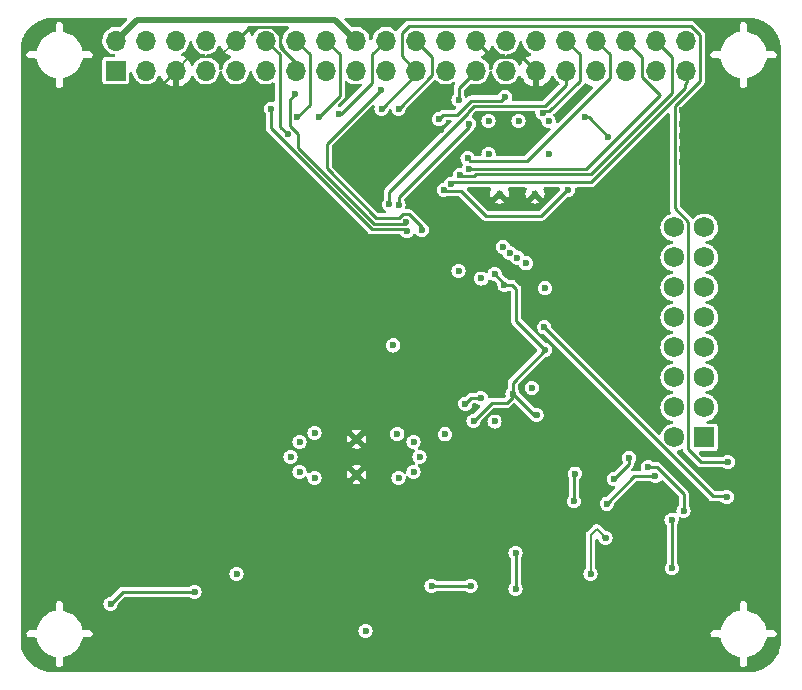
<source format=gbr>
G04 #@! TF.GenerationSoftware,KiCad,Pcbnew,(6.0.9)*
G04 #@! TF.CreationDate,2022-12-13T15:48:36+03:00*
G04 #@! TF.ProjectId,smuHAT,736d7548-4154-42e6-9b69-6361645f7063,2.2*
G04 #@! TF.SameCoordinates,Original*
G04 #@! TF.FileFunction,Copper,L4,Bot*
G04 #@! TF.FilePolarity,Positive*
%FSLAX46Y46*%
G04 Gerber Fmt 4.6, Leading zero omitted, Abs format (unit mm)*
G04 Created by KiCad (PCBNEW (6.0.9)) date 2022-12-13 15:48:36*
%MOMM*%
%LPD*%
G01*
G04 APERTURE LIST*
G04 #@! TA.AperFunction,ComponentPad*
%ADD10C,0.600000*%
G04 #@! TD*
G04 #@! TA.AperFunction,ComponentPad*
%ADD11R,1.725000X1.725000*%
G04 #@! TD*
G04 #@! TA.AperFunction,ComponentPad*
%ADD12C,1.725000*%
G04 #@! TD*
G04 #@! TA.AperFunction,ComponentPad*
%ADD13R,1.700000X1.700000*%
G04 #@! TD*
G04 #@! TA.AperFunction,ComponentPad*
%ADD14O,1.700000X1.700000*%
G04 #@! TD*
G04 #@! TA.AperFunction,ViaPad*
%ADD15C,0.600000*%
G04 #@! TD*
G04 #@! TA.AperFunction,Conductor*
%ADD16C,0.200000*%
G04 #@! TD*
G04 #@! TA.AperFunction,Conductor*
%ADD17C,0.250000*%
G04 #@! TD*
G04 #@! TA.AperFunction,Conductor*
%ADD18C,0.500000*%
G04 #@! TD*
G04 #@! TA.AperFunction,Conductor*
%ADD19C,0.150000*%
G04 #@! TD*
G04 APERTURE END LIST*
D10*
X142748000Y-107974000D03*
X142748000Y-110974000D03*
D11*
X172175000Y-107830000D03*
D12*
X169635000Y-107830000D03*
X172175000Y-105290000D03*
X169635000Y-105290000D03*
X172175000Y-102750000D03*
X169635000Y-102750000D03*
X172175000Y-100210000D03*
X169635000Y-100210000D03*
X172175000Y-97670000D03*
X169635000Y-97670000D03*
X172175000Y-95130000D03*
X169635000Y-95130000D03*
X172175000Y-92590000D03*
X169635000Y-92590000D03*
X172175000Y-90050000D03*
X169635000Y-90050000D03*
D10*
X157862400Y-87219200D03*
X154862400Y-87219200D03*
D13*
X122370000Y-76770000D03*
D14*
X122370000Y-74230000D03*
X124910000Y-76770000D03*
X124910000Y-74230000D03*
X127450000Y-76770000D03*
X127450000Y-74230000D03*
X129990000Y-76770000D03*
X129990000Y-74230000D03*
X132530000Y-76770000D03*
X132530000Y-74230000D03*
X135070000Y-76770000D03*
X135070000Y-74230000D03*
X137610000Y-76770000D03*
X137610000Y-74230000D03*
X140150000Y-76770000D03*
X140150000Y-74230000D03*
X142690000Y-76770000D03*
X142690000Y-74230000D03*
X145230000Y-76770000D03*
X145230000Y-74230000D03*
X147770000Y-76770000D03*
X147770000Y-74230000D03*
X150310000Y-76770000D03*
X150310000Y-74230000D03*
X152850000Y-76770000D03*
X152850000Y-74230000D03*
X155390000Y-76770000D03*
X155390000Y-74230000D03*
X157930000Y-76770000D03*
X157930000Y-74230000D03*
X160470000Y-76770000D03*
X160470000Y-74230000D03*
X163010000Y-76770000D03*
X163010000Y-74230000D03*
X165550000Y-76770000D03*
X165550000Y-74230000D03*
X168090000Y-76770000D03*
X168090000Y-74230000D03*
X170630000Y-76770000D03*
X170630000Y-74230000D03*
D15*
X162814000Y-121920000D03*
X163830000Y-116332000D03*
X162560000Y-119380000D03*
X137922000Y-110744000D03*
X143510000Y-124206000D03*
X139192000Y-111252000D03*
X137160000Y-109474000D03*
X132588000Y-119380000D03*
X121920000Y-121920000D03*
X137922000Y-108204000D03*
X129032000Y-120904000D03*
X139192000Y-107442000D03*
X160274000Y-106680000D03*
X153750000Y-102536000D03*
X167132000Y-87884000D03*
X156464000Y-108458000D03*
X150251500Y-111379000D03*
X124764800Y-80518000D03*
X154976000Y-97500000D03*
X145237200Y-113487200D03*
X162099850Y-99231660D03*
X150114000Y-97028000D03*
X167894000Y-99060000D03*
X145451000Y-99350000D03*
X159715200Y-90373200D03*
X155032000Y-101000000D03*
X160528000Y-103378000D03*
X161290000Y-99314000D03*
X153162000Y-82550000D03*
X170332400Y-81280000D03*
X143256000Y-84074000D03*
X159715200Y-92862400D03*
X154750000Y-102552000D03*
X146050000Y-84074000D03*
X161290000Y-108966000D03*
X161798000Y-96774000D03*
X168148000Y-123952000D03*
X166370000Y-119888000D03*
X141478000Y-120904000D03*
X162306000Y-114046000D03*
X170332400Y-83413600D03*
X170688000Y-119126000D03*
X143510000Y-99060000D03*
X155194000Y-108458000D03*
X156667200Y-77673200D03*
X157988000Y-108458000D03*
X167132000Y-86868000D03*
X167894000Y-104140000D03*
X141732000Y-99822000D03*
X167894000Y-96520000D03*
X149352000Y-97028000D03*
X141986000Y-78486000D03*
X150876000Y-97028000D03*
X161798000Y-94264500D03*
X152750000Y-102520000D03*
X162661600Y-91694000D03*
X167894000Y-93980000D03*
X152750000Y-96932000D03*
X160528000Y-104924500D03*
X167894000Y-91440000D03*
X170332400Y-84531200D03*
X149166000Y-99500000D03*
X175006000Y-119888000D03*
X163830000Y-101600000D03*
X160528000Y-79908400D03*
X165506400Y-104140000D03*
X145542000Y-93726000D03*
X167894000Y-101600000D03*
X154178000Y-96774000D03*
X152000000Y-99750000D03*
X149860000Y-81788000D03*
X153416000Y-108458000D03*
X170332400Y-82346800D03*
X155956000Y-106680000D03*
X160528000Y-99314000D03*
X167132000Y-85852000D03*
X163068000Y-111252000D03*
X167894000Y-106426000D03*
X170332400Y-80111600D03*
X159004000Y-116332000D03*
X140970000Y-107442000D03*
X154838351Y-101858071D03*
X162560000Y-96520000D03*
X127508000Y-78486000D03*
X133604000Y-79248000D03*
X161036000Y-115824000D03*
X157632400Y-78994000D03*
X167894000Y-88900000D03*
X142748000Y-106934000D03*
X147574000Y-80264000D03*
X151750000Y-96916000D03*
X161788211Y-78933411D03*
X143764000Y-122174000D03*
X167386000Y-109220000D03*
X138684000Y-121412000D03*
X151892000Y-108458000D03*
X167132000Y-84632800D03*
X172212000Y-115062000D03*
X163830000Y-106426000D03*
X172770800Y-84785200D03*
X159004000Y-81026000D03*
X164541200Y-111353600D03*
X162052000Y-80721200D03*
X169418000Y-114808000D03*
X156464000Y-81026000D03*
X159004000Y-83820000D03*
X164042989Y-82356589D03*
X169439589Y-118893589D03*
X153924000Y-81026000D03*
X165811200Y-109575600D03*
X153924000Y-83820000D03*
X152654000Y-106426000D03*
X155271839Y-94936339D03*
X155956000Y-104125500D03*
X157988000Y-105918000D03*
X158722025Y-100416700D03*
X154432000Y-93980000D03*
X153249998Y-104481374D03*
X158699200Y-95199200D03*
X155143200Y-91694000D03*
X157581600Y-103632000D03*
X155702000Y-92202000D03*
X151960468Y-104969762D03*
X153314400Y-94374500D03*
X156362400Y-92608400D03*
X154432000Y-106476800D03*
X157099000Y-93091000D03*
X147574000Y-108204000D03*
X148082000Y-109474000D03*
X151384000Y-93726000D03*
X145859101Y-100037501D03*
X147574000Y-110744000D03*
X146198000Y-107548000D03*
X146304000Y-111252000D03*
X150241000Y-107569000D03*
X174091600Y-112877600D03*
X158648400Y-98516100D03*
X146304000Y-80010000D03*
X136906000Y-82169000D03*
X141292500Y-80449500D03*
X137716587Y-80718987D03*
X139525111Y-80698711D03*
X156210000Y-117602000D03*
X156210000Y-120650000D03*
X149098000Y-120396000D03*
X152400000Y-120396000D03*
X168046400Y-111099600D03*
X163931600Y-113436400D03*
X135498500Y-80010000D03*
X147012289Y-90376111D03*
X137576194Y-78750500D03*
X146923635Y-89581539D03*
X148261789Y-90247169D03*
X144780000Y-78384400D03*
X174171911Y-109909911D03*
X161239200Y-110896400D03*
X167436800Y-110337600D03*
X170434000Y-114046000D03*
X161137600Y-113233200D03*
X144859500Y-79999500D03*
X151384000Y-79248000D03*
X152273000Y-81280000D03*
X146299135Y-88141104D03*
X145501452Y-88087200D03*
X149730089Y-80896089D03*
X155321000Y-78994000D03*
X158496000Y-80380500D03*
X152146000Y-84201000D03*
X152247600Y-85090500D03*
X150139400Y-86868500D03*
X160655000Y-86868000D03*
X151511500Y-85608500D03*
X150749000Y-86349500D03*
D16*
X162814000Y-121920000D02*
X164846000Y-119888000D01*
X164846000Y-119888000D02*
X166370000Y-119888000D01*
X163576000Y-116332000D02*
X163830000Y-116332000D01*
X163576000Y-116078000D02*
X163576000Y-116332000D01*
X162560000Y-116078000D02*
X163068000Y-115570000D01*
X162560000Y-119380000D02*
X162560000Y-116078000D01*
X163068000Y-115570000D02*
X163576000Y-116078000D01*
D17*
X129032000Y-120904000D02*
X122936000Y-120904000D01*
D18*
X124120000Y-72480000D02*
X122370000Y-74230000D01*
X142690000Y-74230000D02*
X140940000Y-72480000D01*
D17*
X122936000Y-120904000D02*
X121920000Y-121920000D01*
D18*
X140940000Y-72480000D02*
X124120000Y-72480000D01*
D17*
X156755000Y-75595000D02*
X157930000Y-76770000D01*
X160274000Y-105178500D02*
X160528000Y-104924500D01*
X163474400Y-91948000D02*
X163220400Y-91694000D01*
X162099850Y-99231660D02*
X161798000Y-98929810D01*
X164846000Y-118364000D02*
X166370000Y-119888000D01*
X160528000Y-103378000D02*
X160528000Y-104924500D01*
X145237200Y-113487200D02*
X145237200Y-113463200D01*
X133705000Y-73055000D02*
X132530000Y-74230000D01*
X162306000Y-109982000D02*
X161290000Y-108966000D01*
X145237200Y-113463200D02*
X142748000Y-110974000D01*
X162306000Y-114046000D02*
X162306000Y-109982000D01*
X154215000Y-75595000D02*
X156755000Y-75595000D01*
X165068460Y-99231660D02*
X162099850Y-99231660D01*
X165506400Y-99669600D02*
X165068460Y-99231660D01*
D19*
X161788211Y-78933411D02*
X160813222Y-79908400D01*
D17*
X172212000Y-117094000D02*
X172212000Y-115062000D01*
X165506400Y-104140000D02*
X165506400Y-99669600D01*
X160528000Y-99314000D02*
X161290000Y-99314000D01*
D19*
X167894000Y-88900000D02*
X167894000Y-88646000D01*
D17*
X136245000Y-74768604D02*
X136245000Y-73743299D01*
X141732000Y-106680000D02*
X140970000Y-107442000D01*
X155194000Y-108458000D02*
X156464000Y-108458000D01*
X144526000Y-99822000D02*
X144272000Y-99822000D01*
X162560000Y-96520000D02*
X161798000Y-95758000D01*
X159004000Y-116332000D02*
X160528000Y-116332000D01*
X124764800Y-79455200D02*
X127450000Y-76770000D01*
D19*
X131115000Y-75645000D02*
X132530000Y-74230000D01*
D17*
X175006000Y-119888000D02*
X172212000Y-117094000D01*
X155956000Y-106680000D02*
X160274000Y-106680000D01*
X135556701Y-73055000D02*
X133705000Y-73055000D01*
X144998000Y-99350000D02*
X144526000Y-99822000D01*
X160274000Y-106680000D02*
X160274000Y-105178500D01*
X161798000Y-95758000D02*
X161798000Y-94264500D01*
D19*
X167132000Y-87884000D02*
X167132000Y-86868000D01*
D17*
X141478000Y-120904000D02*
X139192000Y-120904000D01*
X124764800Y-80518000D02*
X124764800Y-79455200D01*
X164592000Y-118364000D02*
X164846000Y-118364000D01*
X156667200Y-77673200D02*
X156667200Y-78028800D01*
X139192000Y-120904000D02*
X138684000Y-121412000D01*
D19*
X127450000Y-76770000D02*
X128575000Y-75645000D01*
D17*
X145451000Y-99350000D02*
X144998000Y-99350000D01*
D19*
X128575000Y-75645000D02*
X131115000Y-75645000D01*
X160813222Y-79908400D02*
X160528000Y-79908400D01*
D17*
X172770800Y-84785200D02*
X172516800Y-84531200D01*
X136245000Y-73743299D02*
X135556701Y-73055000D01*
X160528000Y-116332000D02*
X161036000Y-115824000D01*
X161798000Y-94264500D02*
X163474400Y-92588100D01*
X161798000Y-98929810D02*
X161798000Y-96774000D01*
X137610000Y-76770000D02*
X137610000Y-76133604D01*
X144272000Y-99822000D02*
X143510000Y-99060000D01*
X150251500Y-111379000D02*
X150251500Y-110098500D01*
X137610000Y-76133604D02*
X136245000Y-74768604D01*
X141732000Y-99822000D02*
X141732000Y-106680000D01*
X152850000Y-74230000D02*
X154215000Y-75595000D01*
X156667200Y-78028800D02*
X157632400Y-78994000D01*
X163474400Y-92588100D02*
X163474400Y-91948000D01*
D19*
X167132000Y-85852000D02*
X167132000Y-86868000D01*
D17*
X163220400Y-91694000D02*
X162661600Y-91694000D01*
X172516800Y-84531200D02*
X170332400Y-84531200D01*
X156464000Y-108458000D02*
X157988000Y-108458000D01*
X151892000Y-108458000D02*
X153416000Y-108458000D01*
X150251500Y-110098500D02*
X151892000Y-108458000D01*
X155194000Y-108458000D02*
X153416000Y-108458000D01*
X159715200Y-90373200D02*
X159715200Y-92862400D01*
D19*
X167894000Y-88646000D02*
X167132000Y-87884000D01*
D17*
X162407600Y-80721200D02*
X164042989Y-82356589D01*
X162052000Y-80721200D02*
X162407600Y-80721200D01*
X169439589Y-118893589D02*
X169418000Y-118872000D01*
X165811200Y-110083600D02*
X164541200Y-111353600D01*
X169418000Y-118872000D02*
X169418000Y-114808000D01*
X165811200Y-109575600D02*
X165811200Y-110083600D01*
X155956000Y-104125500D02*
X155956000Y-103182725D01*
X155956000Y-104394000D02*
X155956000Y-104125500D01*
X155956000Y-103182725D02*
X158722025Y-100416700D01*
X155448000Y-104902000D02*
X155956000Y-104394000D01*
X155271839Y-94936339D02*
X155947139Y-94936339D01*
X157748500Y-105918000D02*
X157988000Y-105918000D01*
X156260800Y-97955475D02*
X156260800Y-95250000D01*
X152654000Y-106426000D02*
X154178000Y-104902000D01*
X155947139Y-94936339D02*
X156260800Y-95250000D01*
X154432000Y-93980000D02*
X155271839Y-94819839D01*
X155956000Y-104125500D02*
X157748500Y-105918000D01*
X158722025Y-100416700D02*
X156260800Y-97955475D01*
X155271839Y-94819839D02*
X155271839Y-94936339D01*
X154178000Y-104902000D02*
X155448000Y-104902000D01*
X153249998Y-104481374D02*
X152448856Y-104481374D01*
X152448856Y-104481374D02*
X151960468Y-104969762D01*
X158648400Y-98522779D02*
X172952421Y-112826800D01*
X173380400Y-112826800D02*
X174040800Y-112826800D01*
X158648400Y-98516100D02*
X158648400Y-98522779D01*
X172952421Y-112826800D02*
X173380400Y-112826800D01*
X174040800Y-112826800D02*
X174091600Y-112877600D01*
X146304000Y-80010000D02*
X149135000Y-77179000D01*
X149135000Y-75595000D02*
X147770000Y-74230000D01*
X149135000Y-77179000D02*
X149135000Y-75595000D01*
X136245000Y-75405000D02*
X135070000Y-74230000D01*
X136245000Y-81508000D02*
X136245000Y-75405000D01*
X136906000Y-82169000D02*
X136245000Y-81508000D01*
X144055000Y-75405000D02*
X145230000Y-74230000D01*
X141394100Y-80449500D02*
X144055000Y-77788600D01*
X141292500Y-80449500D02*
X141394100Y-80449500D01*
X144055000Y-77788600D02*
X144055000Y-75405000D01*
X137716587Y-80718987D02*
X138785000Y-79650574D01*
X138785000Y-79650574D02*
X138785000Y-75405000D01*
X138785000Y-75405000D02*
X137610000Y-74230000D01*
X139525111Y-80698711D02*
X141325000Y-78898822D01*
X141325000Y-75405000D02*
X140150000Y-74230000D01*
X141325000Y-78898822D02*
X141325000Y-75405000D01*
X156210000Y-120650000D02*
X156210000Y-117856000D01*
X156210000Y-117856000D02*
X156210000Y-117602000D01*
X152400000Y-120396000D02*
X149098000Y-120396000D01*
X163931600Y-113436400D02*
X166268400Y-111099600D01*
X166268400Y-111099600D02*
X168046400Y-111099600D01*
X144073916Y-90220800D02*
X135498500Y-81645384D01*
X135498500Y-81645384D02*
X135498500Y-80010000D01*
X147012289Y-90376111D02*
X146856978Y-90220800D01*
X146856978Y-90220800D02*
X144073916Y-90220800D01*
X146812000Y-89763600D02*
X146923635Y-89651965D01*
X137091587Y-81450013D02*
X137810956Y-82169382D01*
X137810956Y-82169382D02*
X137810956Y-83321444D01*
X144253112Y-89763600D02*
X146812000Y-89763600D01*
X137576194Y-78750500D02*
X137091587Y-79235107D01*
X137091587Y-79235107D02*
X137091587Y-81450013D01*
X137810956Y-83321444D02*
X144253112Y-89763600D01*
X146923635Y-89651965D02*
X146923635Y-89581539D01*
X148261789Y-90247169D02*
X148261789Y-89994189D01*
X144424400Y-89255600D02*
X140208000Y-85039200D01*
X147224139Y-88956539D02*
X146664751Y-88956539D01*
X146664751Y-88956539D02*
X146365690Y-89255600D01*
X148261789Y-89994189D02*
X147224139Y-88956539D01*
X140208000Y-85039200D02*
X140208000Y-82956400D01*
X146365690Y-89255600D02*
X144424400Y-89255600D01*
X140208000Y-82956400D02*
X144780000Y-78384400D01*
X144859500Y-79999500D02*
X147770000Y-77089000D01*
X170822500Y-108852500D02*
X170822500Y-89558121D01*
X147148699Y-72999600D02*
X146558000Y-73590299D01*
X170434000Y-114046000D02*
X170434000Y-112603316D01*
X161137600Y-110998000D02*
X161239200Y-110896400D01*
X146558000Y-73590299D02*
X146558000Y-75558000D01*
X169672000Y-88407621D02*
X169672000Y-79782796D01*
X161137600Y-113233200D02*
X161137600Y-110998000D01*
X171061301Y-72999600D02*
X147148699Y-72999600D01*
X170434000Y-112603316D02*
X168168284Y-110337600D01*
X170822500Y-89558121D02*
X169672000Y-88407621D01*
X171805000Y-73743299D02*
X171061301Y-72999600D01*
X174171911Y-109909911D02*
X171879911Y-109909911D01*
X171879911Y-109909911D02*
X170822500Y-108852500D01*
X168168284Y-110337600D02*
X167436800Y-110337600D01*
X171805000Y-77649796D02*
X171805000Y-73743299D01*
X147770000Y-77089000D02*
X147770000Y-76770000D01*
X169672000Y-79782796D02*
X171805000Y-77649796D01*
X146558000Y-75558000D02*
X147770000Y-76770000D01*
X152273000Y-81534000D02*
X152273000Y-81280000D01*
X151384000Y-79248000D02*
X151384000Y-78236000D01*
X146299135Y-87507865D02*
X152273000Y-81534000D01*
X146299135Y-88141104D02*
X146299135Y-87507865D01*
X151384000Y-78236000D02*
X152850000Y-76770000D01*
X145501452Y-88087200D02*
X145501452Y-87035548D01*
X158699200Y-79756000D02*
X160470000Y-77985200D01*
X145501452Y-87035548D02*
X152146000Y-80391000D01*
X152654000Y-79756000D02*
X158699200Y-79756000D01*
X160470000Y-77985200D02*
X160470000Y-76770000D01*
X152146000Y-80264000D02*
X152654000Y-79756000D01*
X152146000Y-80391000D02*
X152146000Y-80264000D01*
X151255604Y-80518000D02*
X150108178Y-80518000D01*
X161645000Y-77623000D02*
X161645000Y-75405000D01*
X150108178Y-80518000D02*
X149730089Y-80896089D01*
X158663300Y-80213200D02*
X159054800Y-80213200D01*
X158496000Y-80380500D02*
X158663300Y-80213200D01*
X152467604Y-79306000D02*
X151255604Y-80518000D01*
X155321000Y-78994000D02*
X155009000Y-79306000D01*
X161645000Y-75405000D02*
X160470000Y-74230000D01*
X155009000Y-79306000D02*
X152467604Y-79306000D01*
X159054800Y-80213200D02*
X161645000Y-77623000D01*
X164185000Y-75405000D02*
X163010000Y-74230000D01*
X152390000Y-84445000D02*
X157159800Y-84445000D01*
X164185000Y-77419800D02*
X164185000Y-75405000D01*
X152146000Y-84201000D02*
X152390000Y-84445000D01*
X157159800Y-84445000D02*
X164185000Y-77419800D01*
X162204400Y-85090000D02*
X168452800Y-78841600D01*
X168452800Y-78841600D02*
X166915000Y-77303800D01*
X166915000Y-77303800D02*
X166915000Y-75595000D01*
X152247600Y-85090500D02*
X152248100Y-85090000D01*
X152248100Y-85090000D02*
X162204400Y-85090000D01*
X166915000Y-75595000D02*
X165550000Y-74230000D01*
X158394400Y-89052400D02*
X160578800Y-86868000D01*
X153670000Y-89052400D02*
X158394400Y-89052400D01*
X160578800Y-86868000D02*
X160655000Y-86868000D01*
X150139400Y-86868500D02*
X150265900Y-86995000D01*
X151612600Y-86995000D02*
X153670000Y-89052400D01*
X150265900Y-86995000D02*
X151612600Y-86995000D01*
X152658884Y-85715000D02*
X152833884Y-85540000D01*
X151511500Y-85608500D02*
X151618000Y-85715000D01*
X169455000Y-75595000D02*
X168090000Y-74230000D01*
X162567200Y-85540000D02*
X169455000Y-78652200D01*
X152833884Y-85540000D02*
X162567200Y-85540000D01*
X169455000Y-78652200D02*
X169455000Y-75595000D01*
X151618000Y-85715000D02*
X152658884Y-85715000D01*
X150749000Y-86349500D02*
X150865500Y-86233000D01*
X170688000Y-77737305D02*
X170688000Y-76828000D01*
X170688000Y-76828000D02*
X170630000Y-76770000D01*
X150865500Y-86233000D02*
X162585400Y-86233000D01*
X162585400Y-86233000D02*
X170537500Y-78280900D01*
X170537500Y-78280900D02*
X170537500Y-77887805D01*
X170537500Y-77887805D02*
X170688000Y-77737305D01*
G04 #@! TA.AperFunction,Conductor*
G36*
X123284905Y-72320502D02*
G01*
X123331398Y-72374158D01*
X123341502Y-72444432D01*
X123312008Y-72509012D01*
X123305880Y-72515595D01*
X122746754Y-73074722D01*
X122684441Y-73108747D01*
X122633077Y-73109206D01*
X122496442Y-73082028D01*
X122496440Y-73082028D01*
X122490775Y-73080901D01*
X122485000Y-73080825D01*
X122484996Y-73080825D01*
X122378976Y-73079437D01*
X122279346Y-73078133D01*
X122273649Y-73079112D01*
X122273648Y-73079112D01*
X122076650Y-73112962D01*
X122076649Y-73112962D01*
X122070953Y-73113941D01*
X121872575Y-73187127D01*
X121867614Y-73190079D01*
X121867613Y-73190079D01*
X121850089Y-73200505D01*
X121690856Y-73295238D01*
X121531881Y-73434655D01*
X121400976Y-73600708D01*
X121398287Y-73605819D01*
X121398285Y-73605822D01*
X121366374Y-73666475D01*
X121302523Y-73787836D01*
X121239820Y-73989773D01*
X121214967Y-74199754D01*
X121228796Y-74410749D01*
X121230217Y-74416345D01*
X121230218Y-74416350D01*
X121279424Y-74610095D01*
X121280845Y-74615690D01*
X121369369Y-74807714D01*
X121491405Y-74980391D01*
X121642865Y-75127937D01*
X121647661Y-75131142D01*
X121647664Y-75131144D01*
X121768042Y-75211578D01*
X121818677Y-75245411D01*
X121823985Y-75247692D01*
X121823986Y-75247692D01*
X122007650Y-75326600D01*
X122007653Y-75326601D01*
X122012953Y-75328878D01*
X122185383Y-75367895D01*
X122197368Y-75370607D01*
X122259395Y-75405150D01*
X122292899Y-75467743D01*
X122287245Y-75538514D01*
X122244226Y-75594994D01*
X122177501Y-75619249D01*
X122169560Y-75619500D01*
X121475354Y-75619500D01*
X121471650Y-75619941D01*
X121471647Y-75619941D01*
X121464254Y-75620821D01*
X121449154Y-75622618D01*
X121440514Y-75626456D01*
X121440513Y-75626456D01*
X121362687Y-75661025D01*
X121346847Y-75668061D01*
X121338628Y-75676294D01*
X121338627Y-75676295D01*
X121326095Y-75688849D01*
X121267759Y-75747287D01*
X121263056Y-75757924D01*
X121263055Y-75757926D01*
X121246407Y-75795583D01*
X121222494Y-75849673D01*
X121219500Y-75875354D01*
X121219500Y-77664646D01*
X121219941Y-77668350D01*
X121219941Y-77668353D01*
X121220497Y-77673020D01*
X121222618Y-77690846D01*
X121226456Y-77699486D01*
X121226456Y-77699487D01*
X121257035Y-77768331D01*
X121268061Y-77793153D01*
X121276294Y-77801372D01*
X121276295Y-77801373D01*
X121301747Y-77826780D01*
X121347287Y-77872241D01*
X121357924Y-77876944D01*
X121357926Y-77876945D01*
X121393247Y-77892560D01*
X121449673Y-77917506D01*
X121475354Y-77920500D01*
X123264646Y-77920500D01*
X123268350Y-77920059D01*
X123268353Y-77920059D01*
X123275746Y-77919179D01*
X123290846Y-77917382D01*
X123334788Y-77897864D01*
X123382518Y-77876663D01*
X123393153Y-77871939D01*
X123406203Y-77858867D01*
X123451199Y-77813792D01*
X123472241Y-77792713D01*
X123476984Y-77781986D01*
X123503265Y-77722538D01*
X123517506Y-77690327D01*
X123520500Y-77664646D01*
X123520500Y-76980673D01*
X123540502Y-76912552D01*
X123594158Y-76866059D01*
X123664432Y-76855955D01*
X123729012Y-76885449D01*
X123767396Y-76945175D01*
X123768658Y-76950784D01*
X123768796Y-76950749D01*
X123819423Y-77150089D01*
X123820845Y-77155690D01*
X123909369Y-77347714D01*
X124031405Y-77520391D01*
X124099793Y-77587012D01*
X124175727Y-77660983D01*
X124182865Y-77667937D01*
X124187661Y-77671142D01*
X124187664Y-77671144D01*
X124330936Y-77766875D01*
X124358677Y-77785411D01*
X124363985Y-77787692D01*
X124363986Y-77787692D01*
X124547650Y-77866600D01*
X124547653Y-77866601D01*
X124552953Y-77868878D01*
X124558582Y-77870152D01*
X124558583Y-77870152D01*
X124753550Y-77914269D01*
X124753553Y-77914269D01*
X124759186Y-77915544D01*
X124764957Y-77915771D01*
X124764959Y-77915771D01*
X124826989Y-77918208D01*
X124970470Y-77923846D01*
X124976179Y-77923018D01*
X124976183Y-77923018D01*
X125174015Y-77894333D01*
X125174019Y-77894332D01*
X125179730Y-77893504D01*
X125252276Y-77868878D01*
X125374483Y-77827395D01*
X125374488Y-77827393D01*
X125379955Y-77825537D01*
X125384998Y-77822713D01*
X125559395Y-77725046D01*
X125559399Y-77725043D01*
X125564442Y-77722219D01*
X125727012Y-77587012D01*
X125862219Y-77424442D01*
X125958931Y-77251751D01*
X126009667Y-77202091D01*
X126079198Y-77187744D01*
X126145449Y-77213265D01*
X126185607Y-77265915D01*
X126231770Y-77379603D01*
X126236413Y-77388794D01*
X126347694Y-77570388D01*
X126353777Y-77578699D01*
X126493213Y-77739667D01*
X126500580Y-77746883D01*
X126664434Y-77882916D01*
X126672881Y-77888831D01*
X126856756Y-77996279D01*
X126866042Y-78000729D01*
X127065001Y-78076703D01*
X127074899Y-78079579D01*
X127178250Y-78100606D01*
X127192299Y-78099410D01*
X127196000Y-78089065D01*
X127196000Y-76642000D01*
X127216002Y-76573879D01*
X127269658Y-76527386D01*
X127322000Y-76516000D01*
X127578000Y-76516000D01*
X127646121Y-76536002D01*
X127692614Y-76589658D01*
X127704000Y-76642000D01*
X127704000Y-78088517D01*
X127708064Y-78102359D01*
X127721478Y-78104393D01*
X127728184Y-78103534D01*
X127738262Y-78101392D01*
X127942255Y-78040191D01*
X127951842Y-78036433D01*
X128143095Y-77942739D01*
X128151945Y-77937464D01*
X128325328Y-77813792D01*
X128333200Y-77807139D01*
X128484052Y-77656812D01*
X128490730Y-77648965D01*
X128615003Y-77476020D01*
X128620313Y-77467183D01*
X128714670Y-77276267D01*
X128718019Y-77267809D01*
X128761693Y-77211836D01*
X128828696Y-77188359D01*
X128897755Y-77204835D01*
X128949597Y-77261442D01*
X128969678Y-77305000D01*
X128989369Y-77347714D01*
X129111405Y-77520391D01*
X129179793Y-77587012D01*
X129255727Y-77660983D01*
X129262865Y-77667937D01*
X129267661Y-77671142D01*
X129267664Y-77671144D01*
X129410936Y-77766875D01*
X129438677Y-77785411D01*
X129443985Y-77787692D01*
X129443986Y-77787692D01*
X129627650Y-77866600D01*
X129627653Y-77866601D01*
X129632953Y-77868878D01*
X129638582Y-77870152D01*
X129638583Y-77870152D01*
X129833550Y-77914269D01*
X129833553Y-77914269D01*
X129839186Y-77915544D01*
X129844957Y-77915771D01*
X129844959Y-77915771D01*
X129906989Y-77918208D01*
X130050470Y-77923846D01*
X130056179Y-77923018D01*
X130056183Y-77923018D01*
X130254015Y-77894333D01*
X130254019Y-77894332D01*
X130259730Y-77893504D01*
X130332276Y-77868878D01*
X130454483Y-77827395D01*
X130454488Y-77827393D01*
X130459955Y-77825537D01*
X130464998Y-77822713D01*
X130639395Y-77725046D01*
X130639399Y-77725043D01*
X130644442Y-77722219D01*
X130807012Y-77587012D01*
X130942219Y-77424442D01*
X130945043Y-77419399D01*
X130945046Y-77419395D01*
X131042713Y-77244998D01*
X131042714Y-77244996D01*
X131045537Y-77239955D01*
X131047393Y-77234488D01*
X131047395Y-77234483D01*
X131094173Y-77096676D01*
X131113504Y-77039730D01*
X131126406Y-76950749D01*
X131135090Y-76890860D01*
X131164660Y-76826315D01*
X131224432Y-76788003D01*
X131295429Y-76788087D01*
X131355109Y-76826542D01*
X131384525Y-76891158D01*
X131385515Y-76900695D01*
X131388796Y-76950749D01*
X131390217Y-76956345D01*
X131390218Y-76956350D01*
X131439424Y-77150095D01*
X131440845Y-77155690D01*
X131529369Y-77347714D01*
X131651405Y-77520391D01*
X131719793Y-77587012D01*
X131795727Y-77660983D01*
X131802865Y-77667937D01*
X131807661Y-77671142D01*
X131807664Y-77671144D01*
X131950936Y-77766875D01*
X131978677Y-77785411D01*
X131983985Y-77787692D01*
X131983986Y-77787692D01*
X132167650Y-77866600D01*
X132167653Y-77866601D01*
X132172953Y-77868878D01*
X132178582Y-77870152D01*
X132178583Y-77870152D01*
X132373550Y-77914269D01*
X132373553Y-77914269D01*
X132379186Y-77915544D01*
X132384957Y-77915771D01*
X132384959Y-77915771D01*
X132446989Y-77918208D01*
X132590470Y-77923846D01*
X132596179Y-77923018D01*
X132596183Y-77923018D01*
X132794015Y-77894333D01*
X132794019Y-77894332D01*
X132799730Y-77893504D01*
X132872276Y-77868878D01*
X132994483Y-77827395D01*
X132994488Y-77827393D01*
X132999955Y-77825537D01*
X133004998Y-77822713D01*
X133179395Y-77725046D01*
X133179399Y-77725043D01*
X133184442Y-77722219D01*
X133347012Y-77587012D01*
X133482219Y-77424442D01*
X133485043Y-77419399D01*
X133485046Y-77419395D01*
X133582713Y-77244998D01*
X133582714Y-77244996D01*
X133585537Y-77239955D01*
X133587393Y-77234488D01*
X133587395Y-77234483D01*
X133634173Y-77096676D01*
X133653504Y-77039730D01*
X133666406Y-76950749D01*
X133675090Y-76890860D01*
X133704660Y-76826315D01*
X133764432Y-76788003D01*
X133835429Y-76788087D01*
X133895109Y-76826542D01*
X133924525Y-76891158D01*
X133925515Y-76900695D01*
X133928796Y-76950749D01*
X133930217Y-76956345D01*
X133930218Y-76956350D01*
X133979424Y-77150095D01*
X133980845Y-77155690D01*
X134069369Y-77347714D01*
X134191405Y-77520391D01*
X134259793Y-77587012D01*
X134335727Y-77660983D01*
X134342865Y-77667937D01*
X134347661Y-77671142D01*
X134347664Y-77671144D01*
X134490936Y-77766875D01*
X134518677Y-77785411D01*
X134523985Y-77787692D01*
X134523986Y-77787692D01*
X134707650Y-77866600D01*
X134707653Y-77866601D01*
X134712953Y-77868878D01*
X134718582Y-77870152D01*
X134718583Y-77870152D01*
X134913550Y-77914269D01*
X134913553Y-77914269D01*
X134919186Y-77915544D01*
X134924957Y-77915771D01*
X134924959Y-77915771D01*
X134986989Y-77918208D01*
X135130470Y-77923846D01*
X135136179Y-77923018D01*
X135136183Y-77923018D01*
X135334015Y-77894333D01*
X135334019Y-77894332D01*
X135339730Y-77893504D01*
X135412276Y-77868878D01*
X135534483Y-77827395D01*
X135534488Y-77827393D01*
X135539955Y-77825537D01*
X135631935Y-77774026D01*
X135701142Y-77758192D01*
X135767924Y-77782289D01*
X135811077Y-77838665D01*
X135819500Y-77883960D01*
X135819500Y-79305873D01*
X135799498Y-79373994D01*
X135745842Y-79420487D01*
X135675568Y-79430591D01*
X135662290Y-79427867D01*
X135655262Y-79424956D01*
X135498500Y-79404318D01*
X135490312Y-79405396D01*
X135363151Y-79422137D01*
X135341738Y-79424956D01*
X135195659Y-79485464D01*
X135070218Y-79581718D01*
X134973964Y-79707159D01*
X134913456Y-79853238D01*
X134912378Y-79861426D01*
X134910778Y-79873582D01*
X134892818Y-80010000D01*
X134913456Y-80166762D01*
X134973964Y-80312841D01*
X134978991Y-80319392D01*
X134978994Y-80319397D01*
X135046962Y-80407975D01*
X135072563Y-80474195D01*
X135073000Y-80484679D01*
X135073000Y-81712777D01*
X135080414Y-81735594D01*
X135085028Y-81754813D01*
X135088781Y-81778510D01*
X135093284Y-81787347D01*
X135093284Y-81787348D01*
X135099672Y-81799886D01*
X135107236Y-81818147D01*
X135111585Y-81831531D01*
X135111587Y-81831534D01*
X135114651Y-81840965D01*
X135120480Y-81848988D01*
X135128753Y-81860375D01*
X135139077Y-81877221D01*
X135149972Y-81898604D01*
X143820696Y-90569328D01*
X143842072Y-90580219D01*
X143858927Y-90590549D01*
X143870175Y-90598721D01*
X143878335Y-90604650D01*
X143901153Y-90612064D01*
X143919414Y-90619627D01*
X143940790Y-90630519D01*
X143950581Y-90632070D01*
X143950588Y-90632072D01*
X143964485Y-90634273D01*
X143983704Y-90638887D01*
X143997089Y-90643236D01*
X143997096Y-90643237D01*
X144006523Y-90646300D01*
X146400561Y-90646300D01*
X146468682Y-90666302D01*
X146500523Y-90695596D01*
X146578980Y-90797843D01*
X146578984Y-90797847D01*
X146584007Y-90804393D01*
X146709448Y-90900647D01*
X146855527Y-90961155D01*
X147012289Y-90981793D01*
X147020477Y-90980715D01*
X147160863Y-90962233D01*
X147169051Y-90961155D01*
X147315130Y-90900647D01*
X147440571Y-90804393D01*
X147536825Y-90678952D01*
X147539984Y-90671324D01*
X147539987Y-90671320D01*
X147558258Y-90627208D01*
X147602806Y-90571927D01*
X147670169Y-90549505D01*
X147738960Y-90567063D01*
X147774630Y-90598721D01*
X147808788Y-90643236D01*
X147833507Y-90675451D01*
X147958948Y-90771705D01*
X148105027Y-90832213D01*
X148261789Y-90852851D01*
X148269977Y-90851773D01*
X148410363Y-90833291D01*
X148418551Y-90832213D01*
X148564630Y-90771705D01*
X148690071Y-90675451D01*
X148786325Y-90550010D01*
X148846833Y-90403931D01*
X148867471Y-90247169D01*
X148846833Y-90090407D01*
X148786325Y-89944328D01*
X148690071Y-89818887D01*
X148646925Y-89785780D01*
X148622538Y-89756457D01*
X148620650Y-89757829D01*
X148614817Y-89749801D01*
X148610317Y-89740969D01*
X147477359Y-88608011D01*
X147455976Y-88597116D01*
X147439130Y-88586792D01*
X147427743Y-88578519D01*
X147419720Y-88572690D01*
X147410289Y-88569626D01*
X147410286Y-88569624D01*
X147396902Y-88565275D01*
X147378641Y-88557711D01*
X147366103Y-88551323D01*
X147366102Y-88551323D01*
X147357265Y-88546820D01*
X147333568Y-88543067D01*
X147314349Y-88538453D01*
X147291532Y-88531039D01*
X146976168Y-88531039D01*
X146908047Y-88511037D01*
X146861554Y-88457381D01*
X146851450Y-88387107D01*
X146859759Y-88356821D01*
X146881019Y-88305495D01*
X146884179Y-88297866D01*
X146904817Y-88141104D01*
X146884179Y-87984342D01*
X146823671Y-87838263D01*
X146818643Y-87831710D01*
X146818641Y-87831707D01*
X146781012Y-87782668D01*
X146755411Y-87716448D01*
X146769675Y-87646899D01*
X146791879Y-87616869D01*
X152621528Y-81787220D01*
X152626029Y-81778385D01*
X152631861Y-81770359D01*
X152633414Y-81771487D01*
X152658990Y-81740733D01*
X152701282Y-81708282D01*
X152797536Y-81582841D01*
X152858044Y-81436762D01*
X152878682Y-81280000D01*
X152858044Y-81123238D01*
X152817767Y-81026000D01*
X153318318Y-81026000D01*
X153338956Y-81182762D01*
X153399464Y-81328841D01*
X153495718Y-81454282D01*
X153621159Y-81550536D01*
X153767238Y-81611044D01*
X153924000Y-81631682D01*
X153932188Y-81630604D01*
X154072574Y-81612122D01*
X154080762Y-81611044D01*
X154226841Y-81550536D01*
X154352282Y-81454282D01*
X154448536Y-81328841D01*
X154509044Y-81182762D01*
X154529682Y-81026000D01*
X155858318Y-81026000D01*
X155878956Y-81182762D01*
X155939464Y-81328841D01*
X156035718Y-81454282D01*
X156161159Y-81550536D01*
X156307238Y-81611044D01*
X156464000Y-81631682D01*
X156472188Y-81630604D01*
X156612574Y-81612122D01*
X156620762Y-81611044D01*
X156766841Y-81550536D01*
X156892282Y-81454282D01*
X156988536Y-81328841D01*
X157049044Y-81182762D01*
X157069682Y-81026000D01*
X157049044Y-80869238D01*
X156988536Y-80723159D01*
X156892282Y-80597718D01*
X156766841Y-80501464D01*
X156620762Y-80440956D01*
X156555939Y-80432422D01*
X156491012Y-80403700D01*
X156463581Y-80362113D01*
X156450839Y-80390012D01*
X156391113Y-80428396D01*
X156372062Y-80432422D01*
X156307238Y-80440956D01*
X156161159Y-80501464D01*
X156035718Y-80597718D01*
X155939464Y-80723159D01*
X155878956Y-80869238D01*
X155858318Y-81026000D01*
X154529682Y-81026000D01*
X154509044Y-80869238D01*
X154448536Y-80723159D01*
X154352282Y-80597718D01*
X154226841Y-80501464D01*
X154080762Y-80440956D01*
X154015939Y-80432422D01*
X153951012Y-80403700D01*
X153923581Y-80362113D01*
X153910839Y-80390012D01*
X153851113Y-80428396D01*
X153832062Y-80432422D01*
X153767238Y-80440956D01*
X153621159Y-80501464D01*
X153495718Y-80597718D01*
X153399464Y-80723159D01*
X153338956Y-80869238D01*
X153318318Y-81026000D01*
X152817767Y-81026000D01*
X152797536Y-80977159D01*
X152701282Y-80851718D01*
X152575841Y-80755464D01*
X152573649Y-80754556D01*
X152526537Y-80705150D01*
X152513098Y-80635437D01*
X152525623Y-80592397D01*
X152529849Y-80586581D01*
X152532913Y-80577150D01*
X152532915Y-80577147D01*
X152537264Y-80563763D01*
X152544828Y-80545502D01*
X152551216Y-80532964D01*
X152551216Y-80532963D01*
X152555719Y-80524126D01*
X152559472Y-80500429D01*
X152564085Y-80481213D01*
X152570887Y-80460279D01*
X152601624Y-80410124D01*
X152793343Y-80218405D01*
X152855655Y-80184379D01*
X152882438Y-80181500D01*
X153815615Y-80181500D01*
X153883736Y-80201502D01*
X153925754Y-80249993D01*
X153948745Y-80213264D01*
X154012970Y-80183005D01*
X154032385Y-80181500D01*
X156355615Y-80181500D01*
X156423736Y-80201502D01*
X156465754Y-80249993D01*
X156488745Y-80213264D01*
X156552970Y-80183005D01*
X156572385Y-80181500D01*
X157772841Y-80181500D01*
X157840962Y-80201502D01*
X157887455Y-80255158D01*
X157897763Y-80323945D01*
X157892180Y-80366355D01*
X157890318Y-80380500D01*
X157910956Y-80537262D01*
X157971464Y-80683341D01*
X158067718Y-80808782D01*
X158193159Y-80905036D01*
X158326101Y-80960102D01*
X158381380Y-81004649D01*
X158402802Y-81060062D01*
X158418956Y-81182762D01*
X158479464Y-81328841D01*
X158575718Y-81454282D01*
X158701159Y-81550536D01*
X158847238Y-81611044D01*
X159004000Y-81631682D01*
X159059061Y-81624433D01*
X159129209Y-81635372D01*
X159182308Y-81682500D01*
X159201498Y-81750854D01*
X159180687Y-81818732D01*
X159164602Y-81838450D01*
X157020457Y-83982595D01*
X156958145Y-84016621D01*
X156931362Y-84019500D01*
X154647093Y-84019500D01*
X154578972Y-83999498D01*
X154532479Y-83945842D01*
X154522171Y-83877054D01*
X154528604Y-83828189D01*
X154528604Y-83828188D01*
X154529682Y-83820000D01*
X154509044Y-83663238D01*
X154448536Y-83517159D01*
X154352282Y-83391718D01*
X154226841Y-83295464D01*
X154080762Y-83234956D01*
X153924000Y-83214318D01*
X153767238Y-83234956D01*
X153621159Y-83295464D01*
X153495718Y-83391718D01*
X153399464Y-83517159D01*
X153338956Y-83663238D01*
X153318318Y-83820000D01*
X153319396Y-83828188D01*
X153319396Y-83828189D01*
X153325829Y-83877054D01*
X153314889Y-83947203D01*
X153267761Y-84000301D01*
X153200907Y-84019500D01*
X152804988Y-84019500D01*
X152736867Y-83999498D01*
X152688579Y-83941719D01*
X152673696Y-83905789D01*
X152670536Y-83898159D01*
X152574282Y-83772718D01*
X152448841Y-83676464D01*
X152302762Y-83615956D01*
X152146000Y-83595318D01*
X151989238Y-83615956D01*
X151843159Y-83676464D01*
X151717718Y-83772718D01*
X151621464Y-83898159D01*
X151560956Y-84044238D01*
X151540318Y-84201000D01*
X151560956Y-84357762D01*
X151621464Y-84503841D01*
X151626491Y-84510392D01*
X151717718Y-84629282D01*
X151716493Y-84630222D01*
X151746084Y-84684411D01*
X151741019Y-84755226D01*
X151732083Y-84774193D01*
X151728091Y-84781107D01*
X151723064Y-84787659D01*
X151702401Y-84837545D01*
X151664609Y-84928781D01*
X151620060Y-84984062D01*
X151552697Y-85006483D01*
X151531762Y-85005486D01*
X151511500Y-85002818D01*
X151433119Y-85013137D01*
X151371958Y-85021189D01*
X151354738Y-85023456D01*
X151208659Y-85083964D01*
X151083218Y-85180218D01*
X150986964Y-85305659D01*
X150926456Y-85451738D01*
X150905818Y-85608500D01*
X150906896Y-85616688D01*
X150906896Y-85620930D01*
X150886894Y-85689051D01*
X150833238Y-85735544D01*
X150764450Y-85745852D01*
X150757188Y-85744896D01*
X150749000Y-85743818D01*
X150592238Y-85764456D01*
X150446159Y-85824964D01*
X150320718Y-85921218D01*
X150224464Y-86046659D01*
X150163956Y-86192738D01*
X150161522Y-86191730D01*
X150131397Y-86241167D01*
X150063077Y-86272866D01*
X149982638Y-86283456D01*
X149836559Y-86343964D01*
X149711118Y-86440218D01*
X149614864Y-86565659D01*
X149554356Y-86711738D01*
X149533718Y-86868500D01*
X149554356Y-87025262D01*
X149614864Y-87171341D01*
X149711118Y-87296782D01*
X149836559Y-87393036D01*
X149982638Y-87453544D01*
X150139400Y-87474182D01*
X150147588Y-87473104D01*
X150150118Y-87472771D01*
X150296162Y-87453544D01*
X150352784Y-87430090D01*
X150401000Y-87420500D01*
X151384162Y-87420500D01*
X151452283Y-87440502D01*
X151473257Y-87457405D01*
X153416780Y-89400928D01*
X153438163Y-89411823D01*
X153455009Y-89422147D01*
X153474419Y-89436249D01*
X153483850Y-89439313D01*
X153483853Y-89439315D01*
X153497237Y-89443664D01*
X153515498Y-89451228D01*
X153528036Y-89457616D01*
X153536874Y-89462119D01*
X153560571Y-89465872D01*
X153579790Y-89470486D01*
X153602607Y-89477900D01*
X158461793Y-89477900D01*
X158484610Y-89470486D01*
X158503829Y-89465872D01*
X158527526Y-89462119D01*
X158536364Y-89457616D01*
X158548902Y-89451228D01*
X158567163Y-89443664D01*
X158580547Y-89439315D01*
X158580550Y-89439313D01*
X158589981Y-89436249D01*
X158609391Y-89422147D01*
X158626237Y-89411823D01*
X158647620Y-89400928D01*
X158742928Y-89305620D01*
X160540250Y-87508297D01*
X160602562Y-87474271D01*
X160638553Y-87472771D01*
X160638553Y-87472604D01*
X160642550Y-87472604D01*
X160645787Y-87472469D01*
X160655000Y-87473682D01*
X160663188Y-87472604D01*
X160664214Y-87472469D01*
X160811762Y-87453044D01*
X160957841Y-87392536D01*
X161083282Y-87296282D01*
X161179536Y-87170841D01*
X161240044Y-87024762D01*
X161260682Y-86868000D01*
X161251854Y-86800946D01*
X161262793Y-86730798D01*
X161309921Y-86677699D01*
X161376776Y-86658500D01*
X162652793Y-86658500D01*
X162675610Y-86651086D01*
X162694829Y-86646472D01*
X162718526Y-86642719D01*
X162727364Y-86638216D01*
X162739902Y-86631828D01*
X162758163Y-86624264D01*
X162771547Y-86619915D01*
X162771550Y-86619913D01*
X162780981Y-86616849D01*
X162800391Y-86602747D01*
X162817237Y-86592423D01*
X162838620Y-86581528D01*
X169031405Y-80388743D01*
X169093717Y-80354717D01*
X169164532Y-80359782D01*
X169221368Y-80402329D01*
X169246179Y-80468849D01*
X169246500Y-80477838D01*
X169246500Y-88475014D01*
X169253914Y-88497831D01*
X169258528Y-88517050D01*
X169262281Y-88540747D01*
X169266784Y-88549584D01*
X169266784Y-88549585D01*
X169273172Y-88562123D01*
X169280736Y-88580384D01*
X169285085Y-88593768D01*
X169285087Y-88593771D01*
X169288151Y-88603202D01*
X169293980Y-88611225D01*
X169302253Y-88622612D01*
X169312577Y-88639458D01*
X169323472Y-88660841D01*
X169377422Y-88714791D01*
X169411448Y-88777103D01*
X169406383Y-88847918D01*
X169363836Y-88904754D01*
X169331938Y-88922098D01*
X169160802Y-88985234D01*
X169132171Y-88995797D01*
X169127210Y-88998749D01*
X169127209Y-88998749D01*
X168953445Y-89102127D01*
X168953442Y-89102129D01*
X168948477Y-89105083D01*
X168787776Y-89246014D01*
X168655448Y-89413871D01*
X168652757Y-89418987D01*
X168652755Y-89418989D01*
X168558617Y-89597916D01*
X168555925Y-89603033D01*
X168492541Y-89807163D01*
X168467418Y-90019426D01*
X168481398Y-90232713D01*
X168534012Y-90439880D01*
X168536431Y-90445127D01*
X168616878Y-90619630D01*
X168623498Y-90633991D01*
X168746860Y-90808544D01*
X168899965Y-90957692D01*
X169077687Y-91076443D01*
X169082995Y-91078724D01*
X169082996Y-91078724D01*
X169268771Y-91158539D01*
X169268774Y-91158540D01*
X169274074Y-91160817D01*
X169437628Y-91197826D01*
X169499653Y-91232368D01*
X169533158Y-91294961D01*
X169527504Y-91365732D01*
X169484485Y-91422212D01*
X169431158Y-91444898D01*
X169338400Y-91460837D01*
X169338398Y-91460838D01*
X169332704Y-91461816D01*
X169132171Y-91535797D01*
X169127210Y-91538749D01*
X169127209Y-91538749D01*
X168953445Y-91642127D01*
X168953442Y-91642129D01*
X168948477Y-91645083D01*
X168787776Y-91786014D01*
X168655448Y-91953871D01*
X168652757Y-91958987D01*
X168652755Y-91958989D01*
X168564200Y-92127305D01*
X168555925Y-92143033D01*
X168492541Y-92347163D01*
X168467418Y-92559426D01*
X168481398Y-92772713D01*
X168534012Y-92979880D01*
X168623498Y-93173991D01*
X168746860Y-93348544D01*
X168899965Y-93497692D01*
X169077687Y-93616443D01*
X169082995Y-93618724D01*
X169082996Y-93618724D01*
X169268771Y-93698539D01*
X169268774Y-93698540D01*
X169274074Y-93700817D01*
X169437628Y-93737826D01*
X169499653Y-93772368D01*
X169533158Y-93834961D01*
X169527504Y-93905732D01*
X169484485Y-93962212D01*
X169431158Y-93984898D01*
X169338400Y-94000837D01*
X169338398Y-94000838D01*
X169332704Y-94001816D01*
X169132171Y-94075797D01*
X169127210Y-94078749D01*
X169127209Y-94078749D01*
X168953445Y-94182127D01*
X168953442Y-94182129D01*
X168948477Y-94185083D01*
X168787776Y-94326014D01*
X168784201Y-94330549D01*
X168784200Y-94330550D01*
X168783308Y-94331682D01*
X168655448Y-94493871D01*
X168652757Y-94498987D01*
X168652755Y-94498989D01*
X168590500Y-94617316D01*
X168555925Y-94683033D01*
X168492541Y-94887163D01*
X168467418Y-95099426D01*
X168481398Y-95312713D01*
X168534012Y-95519880D01*
X168623498Y-95713991D01*
X168746860Y-95888544D01*
X168899965Y-96037692D01*
X169077687Y-96156443D01*
X169082995Y-96158724D01*
X169082996Y-96158724D01*
X169268771Y-96238539D01*
X169268774Y-96238540D01*
X169274074Y-96240817D01*
X169437628Y-96277826D01*
X169499653Y-96312368D01*
X169533158Y-96374961D01*
X169527504Y-96445732D01*
X169484485Y-96502212D01*
X169431158Y-96524898D01*
X169338400Y-96540837D01*
X169338398Y-96540838D01*
X169332704Y-96541816D01*
X169132171Y-96615797D01*
X169127210Y-96618749D01*
X169127209Y-96618749D01*
X168953445Y-96722127D01*
X168953442Y-96722129D01*
X168948477Y-96725083D01*
X168787776Y-96866014D01*
X168655448Y-97033871D01*
X168652757Y-97038987D01*
X168652755Y-97038989D01*
X168558617Y-97217916D01*
X168555925Y-97223033D01*
X168492541Y-97427163D01*
X168467418Y-97639426D01*
X168481398Y-97852713D01*
X168534012Y-98059880D01*
X168623498Y-98253991D01*
X168746860Y-98428544D01*
X168750994Y-98432571D01*
X168880332Y-98558566D01*
X168899965Y-98577692D01*
X169077687Y-98696443D01*
X169082995Y-98698724D01*
X169082996Y-98698724D01*
X169268771Y-98778539D01*
X169268774Y-98778540D01*
X169274074Y-98780817D01*
X169437628Y-98817826D01*
X169499653Y-98852368D01*
X169533158Y-98914961D01*
X169527504Y-98985732D01*
X169484485Y-99042212D01*
X169431158Y-99064898D01*
X169338400Y-99080837D01*
X169338398Y-99080838D01*
X169332704Y-99081816D01*
X169132171Y-99155797D01*
X169127210Y-99158749D01*
X169127209Y-99158749D01*
X168953445Y-99262127D01*
X168953442Y-99262129D01*
X168948477Y-99265083D01*
X168787776Y-99406014D01*
X168655448Y-99573871D01*
X168652757Y-99578987D01*
X168652755Y-99578989D01*
X168633406Y-99615765D01*
X168555925Y-99763033D01*
X168492541Y-99967163D01*
X168467418Y-100179426D01*
X168481398Y-100392713D01*
X168534012Y-100599880D01*
X168623498Y-100793991D01*
X168746860Y-100968544D01*
X168899965Y-101117692D01*
X169077687Y-101236443D01*
X169082995Y-101238724D01*
X169082996Y-101238724D01*
X169268771Y-101318539D01*
X169268774Y-101318540D01*
X169274074Y-101320817D01*
X169437628Y-101357826D01*
X169499653Y-101392368D01*
X169533158Y-101454961D01*
X169527504Y-101525732D01*
X169484485Y-101582212D01*
X169431158Y-101604898D01*
X169338400Y-101620837D01*
X169338398Y-101620838D01*
X169332704Y-101621816D01*
X169132171Y-101695797D01*
X169127210Y-101698749D01*
X169127209Y-101698749D01*
X168953445Y-101802127D01*
X168953442Y-101802129D01*
X168948477Y-101805083D01*
X168787776Y-101946014D01*
X168655448Y-102113871D01*
X168652757Y-102118987D01*
X168652755Y-102118989D01*
X168558617Y-102297916D01*
X168555925Y-102303033D01*
X168492541Y-102507163D01*
X168467418Y-102719426D01*
X168481398Y-102932713D01*
X168534012Y-103139880D01*
X168623498Y-103333991D01*
X168746860Y-103508544D01*
X168750994Y-103512571D01*
X168881997Y-103640188D01*
X168899965Y-103657692D01*
X169077687Y-103776443D01*
X169082995Y-103778724D01*
X169082996Y-103778724D01*
X169268771Y-103858539D01*
X169268774Y-103858540D01*
X169274074Y-103860817D01*
X169437628Y-103897826D01*
X169499653Y-103932368D01*
X169533158Y-103994961D01*
X169527504Y-104065732D01*
X169484485Y-104122212D01*
X169431158Y-104144898D01*
X169338400Y-104160837D01*
X169338398Y-104160838D01*
X169332704Y-104161816D01*
X169132171Y-104235797D01*
X169127210Y-104238749D01*
X169127209Y-104238749D01*
X168953445Y-104342127D01*
X168953442Y-104342129D01*
X168948477Y-104345083D01*
X168876993Y-104407773D01*
X168801908Y-104473621D01*
X168787776Y-104486014D01*
X168655448Y-104653871D01*
X168652757Y-104658987D01*
X168652755Y-104658989D01*
X168575740Y-104805371D01*
X168555925Y-104843033D01*
X168492541Y-105047163D01*
X168467418Y-105259426D01*
X168481398Y-105472713D01*
X168534012Y-105679880D01*
X168623498Y-105873991D01*
X168746860Y-106048544D01*
X168750994Y-106052571D01*
X168868878Y-106167408D01*
X168899965Y-106197692D01*
X169077687Y-106316443D01*
X169082995Y-106318724D01*
X169082996Y-106318724D01*
X169268771Y-106398539D01*
X169268774Y-106398540D01*
X169274074Y-106400817D01*
X169437628Y-106437826D01*
X169499653Y-106472368D01*
X169533158Y-106534961D01*
X169527504Y-106605732D01*
X169484485Y-106662212D01*
X169431158Y-106684898D01*
X169338400Y-106700837D01*
X169338398Y-106700838D01*
X169332704Y-106701816D01*
X169132171Y-106775797D01*
X169127210Y-106778749D01*
X169127209Y-106778749D01*
X168953445Y-106882127D01*
X168953442Y-106882129D01*
X168948477Y-106885083D01*
X168787776Y-107026014D01*
X168784201Y-107030549D01*
X168784200Y-107030550D01*
X168783308Y-107031682D01*
X168655448Y-107193871D01*
X168652757Y-107198987D01*
X168652755Y-107198989D01*
X168558617Y-107377916D01*
X168555925Y-107383033D01*
X168554212Y-107388550D01*
X168554209Y-107388557D01*
X168512241Y-107523715D01*
X168472938Y-107582840D01*
X168407909Y-107611330D01*
X168337800Y-107600140D01*
X168302814Y-107575445D01*
X159285935Y-98558566D01*
X159251909Y-98496254D01*
X159250108Y-98485917D01*
X159234522Y-98367526D01*
X159233444Y-98359338D01*
X159172936Y-98213259D01*
X159093685Y-98109977D01*
X159081705Y-98094364D01*
X159076682Y-98087818D01*
X158951241Y-97991564D01*
X158805162Y-97931056D01*
X158648400Y-97910418D01*
X158491638Y-97931056D01*
X158345559Y-97991564D01*
X158220118Y-98087818D01*
X158215095Y-98094364D01*
X158203115Y-98109977D01*
X158123864Y-98213259D01*
X158063356Y-98359338D01*
X158042718Y-98516100D01*
X158063356Y-98672862D01*
X158066516Y-98680491D01*
X158070296Y-98689616D01*
X158123864Y-98818941D01*
X158220118Y-98944382D01*
X158345559Y-99040636D01*
X158491638Y-99101144D01*
X158602835Y-99115783D01*
X158667761Y-99144505D01*
X158675483Y-99151610D01*
X172699201Y-113175328D01*
X172720584Y-113186223D01*
X172737430Y-113196547D01*
X172756840Y-113210649D01*
X172766271Y-113213713D01*
X172766274Y-113213715D01*
X172779658Y-113218064D01*
X172797919Y-113225628D01*
X172810457Y-113232016D01*
X172819295Y-113236519D01*
X172842992Y-113240272D01*
X172862211Y-113244886D01*
X172885028Y-113252300D01*
X173560067Y-113252300D01*
X173628188Y-113272302D01*
X173651863Y-113294082D01*
X173652453Y-113293492D01*
X173658290Y-113299329D01*
X173663318Y-113305882D01*
X173788759Y-113402136D01*
X173934838Y-113462644D01*
X174091600Y-113483282D01*
X174099788Y-113482204D01*
X174240174Y-113463722D01*
X174248362Y-113462644D01*
X174394441Y-113402136D01*
X174519882Y-113305882D01*
X174528937Y-113294082D01*
X174581463Y-113225628D01*
X174616136Y-113180441D01*
X174676644Y-113034362D01*
X174697282Y-112877600D01*
X174676644Y-112720838D01*
X174616136Y-112574759D01*
X174519882Y-112449318D01*
X174394441Y-112353064D01*
X174248362Y-112292556D01*
X174091600Y-112271918D01*
X173934838Y-112292556D01*
X173788759Y-112353064D01*
X173782208Y-112358091D01*
X173782204Y-112358093D01*
X173759828Y-112375263D01*
X173693607Y-112400863D01*
X173683125Y-112401300D01*
X173180859Y-112401300D01*
X173112738Y-112381298D01*
X173091764Y-112364395D01*
X169890737Y-109163368D01*
X169856711Y-109101056D01*
X169861776Y-109030241D01*
X169904323Y-108973405D01*
X169939331Y-108954960D01*
X169947645Y-108952138D01*
X169995442Y-108935913D01*
X170104589Y-108898863D01*
X170104594Y-108898861D01*
X170110061Y-108897005D01*
X170214003Y-108838794D01*
X170283209Y-108822962D01*
X170349992Y-108847059D01*
X170393144Y-108903436D01*
X170397000Y-108917790D01*
X170397000Y-108919893D01*
X170404414Y-108942710D01*
X170409028Y-108961929D01*
X170412781Y-108985626D01*
X170417284Y-108994463D01*
X170417284Y-108994464D01*
X170423672Y-109007002D01*
X170431236Y-109025263D01*
X170435585Y-109038647D01*
X170435587Y-109038650D01*
X170438651Y-109048081D01*
X170444480Y-109056104D01*
X170452753Y-109067491D01*
X170463077Y-109084337D01*
X170473972Y-109105720D01*
X171626691Y-110258439D01*
X171648074Y-110269334D01*
X171664920Y-110279658D01*
X171684330Y-110293760D01*
X171693761Y-110296824D01*
X171693764Y-110296826D01*
X171707148Y-110301175D01*
X171725409Y-110308739D01*
X171736748Y-110314516D01*
X171746785Y-110319630D01*
X171770482Y-110323383D01*
X171789701Y-110327997D01*
X171812518Y-110335411D01*
X173697232Y-110335411D01*
X173765353Y-110355413D01*
X173773936Y-110361449D01*
X173862514Y-110429417D01*
X173862517Y-110429419D01*
X173869070Y-110434447D01*
X174015149Y-110494955D01*
X174171911Y-110515593D01*
X174180099Y-110514515D01*
X174320485Y-110496033D01*
X174328673Y-110494955D01*
X174474752Y-110434447D01*
X174590295Y-110345788D01*
X174593647Y-110343216D01*
X174600193Y-110338193D01*
X174696447Y-110212752D01*
X174751415Y-110080048D01*
X174753795Y-110074302D01*
X174756955Y-110066673D01*
X174777593Y-109909911D01*
X174756955Y-109753149D01*
X174696447Y-109607070D01*
X174600193Y-109481629D01*
X174474752Y-109385375D01*
X174328673Y-109324867D01*
X174171911Y-109304229D01*
X174015149Y-109324867D01*
X173869070Y-109385375D01*
X173862519Y-109390402D01*
X173862514Y-109390405D01*
X173773936Y-109458373D01*
X173707716Y-109483974D01*
X173697232Y-109484411D01*
X172108349Y-109484411D01*
X172040228Y-109464409D01*
X172019254Y-109447506D01*
X171779843Y-109208095D01*
X171745817Y-109145783D01*
X171750882Y-109074968D01*
X171793429Y-109018132D01*
X171859949Y-108993321D01*
X171868938Y-108993000D01*
X173082146Y-108993000D01*
X173085850Y-108992559D01*
X173085853Y-108992559D01*
X173093246Y-108991679D01*
X173108346Y-108989882D01*
X173153292Y-108969918D01*
X173200018Y-108949163D01*
X173210653Y-108944439D01*
X173289741Y-108865213D01*
X173301421Y-108838795D01*
X173331175Y-108771492D01*
X173335006Y-108762827D01*
X173338000Y-108737146D01*
X173338000Y-106922854D01*
X173336983Y-106914304D01*
X173335999Y-106906041D01*
X173334882Y-106896654D01*
X173329743Y-106885083D01*
X173294163Y-106804982D01*
X173289439Y-106794347D01*
X173274708Y-106779641D01*
X173230381Y-106735392D01*
X173210213Y-106715259D01*
X173199576Y-106710556D01*
X173199574Y-106710555D01*
X173116492Y-106673825D01*
X173116493Y-106673825D01*
X173107827Y-106669994D01*
X173082146Y-106667000D01*
X172500015Y-106667000D01*
X172431894Y-106646998D01*
X172385401Y-106593342D01*
X172375297Y-106523068D01*
X172404791Y-106458488D01*
X172459514Y-106421687D01*
X172470061Y-106418107D01*
X172517242Y-106402091D01*
X172644589Y-106358863D01*
X172644594Y-106358861D01*
X172650061Y-106357005D01*
X172669209Y-106346282D01*
X172722490Y-106316443D01*
X172836552Y-106252565D01*
X173000888Y-106115888D01*
X173137565Y-105951552D01*
X173211060Y-105820318D01*
X173239181Y-105770104D01*
X173239182Y-105770102D01*
X173242005Y-105765061D01*
X173243861Y-105759594D01*
X173243863Y-105759589D01*
X173308855Y-105568129D01*
X173308856Y-105568124D01*
X173310711Y-105562660D01*
X173341381Y-105351127D01*
X173342982Y-105290000D01*
X173327208Y-105118336D01*
X173323953Y-105082906D01*
X173323952Y-105082903D01*
X173323424Y-105077152D01*
X173321856Y-105071592D01*
X173266973Y-104876992D01*
X173266972Y-104876990D01*
X173265405Y-104871433D01*
X173248877Y-104837916D01*
X173173423Y-104684912D01*
X173170868Y-104679731D01*
X173042980Y-104508467D01*
X172896019Y-104372619D01*
X172890263Y-104367298D01*
X172890261Y-104367297D01*
X172886022Y-104363378D01*
X172881141Y-104360298D01*
X172881138Y-104360296D01*
X172710139Y-104252403D01*
X172705253Y-104249320D01*
X172506725Y-104170116D01*
X172501057Y-104168988D01*
X172501055Y-104168988D01*
X172374025Y-104143720D01*
X172311115Y-104110812D01*
X172275983Y-104049117D01*
X172279783Y-103978223D01*
X172321309Y-103920637D01*
X172380526Y-103895445D01*
X172441946Y-103886540D01*
X172441952Y-103886539D01*
X172447660Y-103885711D01*
X172453124Y-103883856D01*
X172453129Y-103883855D01*
X172644589Y-103818863D01*
X172644594Y-103818861D01*
X172650061Y-103817005D01*
X172700493Y-103788762D01*
X172722490Y-103776443D01*
X172836552Y-103712565D01*
X173000888Y-103575888D01*
X173137565Y-103411552D01*
X173242005Y-103225061D01*
X173243861Y-103219594D01*
X173243863Y-103219589D01*
X173308855Y-103028129D01*
X173308856Y-103028124D01*
X173310711Y-103022660D01*
X173341381Y-102811127D01*
X173342982Y-102750000D01*
X173323424Y-102537152D01*
X173265405Y-102331433D01*
X173248877Y-102297916D01*
X173173423Y-102144912D01*
X173170868Y-102139731D01*
X173042980Y-101968467D01*
X172886022Y-101823378D01*
X172881141Y-101820298D01*
X172881138Y-101820296D01*
X172710139Y-101712403D01*
X172705253Y-101709320D01*
X172506725Y-101630116D01*
X172501057Y-101628988D01*
X172501055Y-101628988D01*
X172374025Y-101603720D01*
X172311115Y-101570812D01*
X172275983Y-101509117D01*
X172279783Y-101438223D01*
X172321309Y-101380637D01*
X172380526Y-101355445D01*
X172441946Y-101346540D01*
X172441952Y-101346539D01*
X172447660Y-101345711D01*
X172453124Y-101343856D01*
X172453129Y-101343855D01*
X172644589Y-101278863D01*
X172644594Y-101278861D01*
X172650061Y-101277005D01*
X172836552Y-101172565D01*
X173000888Y-101035888D01*
X173137565Y-100871552D01*
X173242005Y-100685061D01*
X173243861Y-100679594D01*
X173243863Y-100679589D01*
X173308855Y-100488129D01*
X173308856Y-100488124D01*
X173310711Y-100482660D01*
X173341381Y-100271127D01*
X173342982Y-100210000D01*
X173323424Y-99997152D01*
X173290592Y-99880739D01*
X173266973Y-99796992D01*
X173266972Y-99796990D01*
X173265405Y-99791433D01*
X173259855Y-99780177D01*
X173173423Y-99604912D01*
X173170868Y-99599731D01*
X173042980Y-99428467D01*
X172886022Y-99283378D01*
X172881141Y-99280298D01*
X172881138Y-99280296D01*
X172710139Y-99172403D01*
X172705253Y-99169320D01*
X172506725Y-99090116D01*
X172501057Y-99088988D01*
X172501055Y-99088988D01*
X172374025Y-99063720D01*
X172311115Y-99030812D01*
X172275983Y-98969117D01*
X172279783Y-98898223D01*
X172321309Y-98840637D01*
X172380526Y-98815445D01*
X172441946Y-98806540D01*
X172441952Y-98806539D01*
X172447660Y-98805711D01*
X172453124Y-98803856D01*
X172453129Y-98803855D01*
X172644589Y-98738863D01*
X172644594Y-98738861D01*
X172650061Y-98737005D01*
X172836552Y-98632565D01*
X173000888Y-98495888D01*
X173137565Y-98331552D01*
X173242005Y-98145061D01*
X173243861Y-98139594D01*
X173243863Y-98139589D01*
X173308855Y-97948129D01*
X173308856Y-97948124D01*
X173310711Y-97942660D01*
X173341381Y-97731127D01*
X173342982Y-97670000D01*
X173323424Y-97457152D01*
X173265405Y-97251433D01*
X173248877Y-97217916D01*
X173173423Y-97064912D01*
X173170868Y-97059731D01*
X173042980Y-96888467D01*
X172886022Y-96743378D01*
X172881141Y-96740298D01*
X172881138Y-96740296D01*
X172710139Y-96632403D01*
X172705253Y-96629320D01*
X172506725Y-96550116D01*
X172501057Y-96548988D01*
X172501055Y-96548988D01*
X172374025Y-96523720D01*
X172311115Y-96490812D01*
X172275983Y-96429117D01*
X172279783Y-96358223D01*
X172321309Y-96300637D01*
X172380526Y-96275445D01*
X172441946Y-96266540D01*
X172441952Y-96266539D01*
X172447660Y-96265711D01*
X172453124Y-96263856D01*
X172453129Y-96263855D01*
X172644589Y-96198863D01*
X172644594Y-96198861D01*
X172650061Y-96197005D01*
X172836552Y-96092565D01*
X173000888Y-95955888D01*
X173137565Y-95791552D01*
X173242005Y-95605061D01*
X173243861Y-95599594D01*
X173243863Y-95599589D01*
X173308855Y-95408129D01*
X173308856Y-95408124D01*
X173310711Y-95402660D01*
X173341381Y-95191127D01*
X173342982Y-95130000D01*
X173327029Y-94956384D01*
X173323953Y-94922906D01*
X173323952Y-94922903D01*
X173323424Y-94917152D01*
X173265405Y-94711433D01*
X173251824Y-94683892D01*
X173173423Y-94524912D01*
X173170868Y-94519731D01*
X173159522Y-94504536D01*
X173046432Y-94353090D01*
X173042980Y-94348467D01*
X172886022Y-94203378D01*
X172881141Y-94200298D01*
X172881138Y-94200296D01*
X172710139Y-94092403D01*
X172705253Y-94089320D01*
X172506725Y-94010116D01*
X172501057Y-94008988D01*
X172501055Y-94008988D01*
X172374025Y-93983720D01*
X172311115Y-93950812D01*
X172275983Y-93889117D01*
X172279783Y-93818223D01*
X172321309Y-93760637D01*
X172380526Y-93735445D01*
X172441946Y-93726540D01*
X172441952Y-93726539D01*
X172447660Y-93725711D01*
X172453124Y-93723856D01*
X172453129Y-93723855D01*
X172644589Y-93658863D01*
X172644594Y-93658861D01*
X172650061Y-93657005D01*
X172836552Y-93552565D01*
X173000888Y-93415888D01*
X173137565Y-93251552D01*
X173222893Y-93099188D01*
X173239181Y-93070104D01*
X173239182Y-93070102D01*
X173242005Y-93065061D01*
X173243861Y-93059594D01*
X173243863Y-93059589D01*
X173308855Y-92868129D01*
X173308856Y-92868124D01*
X173310711Y-92862660D01*
X173341381Y-92651127D01*
X173342982Y-92590000D01*
X173323424Y-92377152D01*
X173318538Y-92359829D01*
X173266973Y-92176992D01*
X173266972Y-92176990D01*
X173265405Y-92171433D01*
X173248877Y-92137916D01*
X173173423Y-91984912D01*
X173170868Y-91979731D01*
X173042980Y-91808467D01*
X172906699Y-91682491D01*
X172890263Y-91667298D01*
X172890261Y-91667297D01*
X172886022Y-91663378D01*
X172881141Y-91660298D01*
X172881138Y-91660296D01*
X172710139Y-91552403D01*
X172705253Y-91549320D01*
X172506725Y-91470116D01*
X172501057Y-91468988D01*
X172501055Y-91468988D01*
X172374025Y-91443720D01*
X172311115Y-91410812D01*
X172275983Y-91349117D01*
X172279783Y-91278223D01*
X172321309Y-91220637D01*
X172380526Y-91195445D01*
X172441946Y-91186540D01*
X172441952Y-91186539D01*
X172447660Y-91185711D01*
X172453124Y-91183856D01*
X172453129Y-91183855D01*
X172644589Y-91118863D01*
X172644594Y-91118861D01*
X172650061Y-91117005D01*
X172666359Y-91107878D01*
X172722490Y-91076443D01*
X172836552Y-91012565D01*
X173000888Y-90875888D01*
X173137565Y-90711552D01*
X173211116Y-90580217D01*
X173239181Y-90530104D01*
X173239182Y-90530102D01*
X173242005Y-90525061D01*
X173243861Y-90519594D01*
X173243863Y-90519589D01*
X173308855Y-90328129D01*
X173308856Y-90328124D01*
X173310711Y-90322660D01*
X173341381Y-90111127D01*
X173342982Y-90050000D01*
X173323424Y-89837152D01*
X173300666Y-89756457D01*
X173266973Y-89636992D01*
X173266972Y-89636990D01*
X173265405Y-89631433D01*
X173248877Y-89597916D01*
X173173423Y-89444912D01*
X173170868Y-89439731D01*
X173157738Y-89422147D01*
X173046432Y-89273090D01*
X173042980Y-89268467D01*
X172886022Y-89123378D01*
X172881141Y-89120298D01*
X172881138Y-89120296D01*
X172710139Y-89012403D01*
X172705253Y-89009320D01*
X172506725Y-88930116D01*
X172297087Y-88888416D01*
X172291312Y-88888340D01*
X172291308Y-88888340D01*
X172184107Y-88886937D01*
X172083361Y-88885618D01*
X172077664Y-88886597D01*
X172077663Y-88886597D01*
X171878401Y-88920837D01*
X171872704Y-88921816D01*
X171672171Y-88995797D01*
X171667210Y-88998749D01*
X171667209Y-88998749D01*
X171493445Y-89102127D01*
X171493442Y-89102129D01*
X171488477Y-89105083D01*
X171327776Y-89246014D01*
X171324201Y-89250549D01*
X171324200Y-89250550D01*
X171320502Y-89255241D01*
X171262621Y-89296354D01*
X171191701Y-89299648D01*
X171132457Y-89266330D01*
X170134405Y-88268278D01*
X170100379Y-88205966D01*
X170097500Y-88179183D01*
X170097500Y-80011234D01*
X170117502Y-79943113D01*
X170134405Y-79922139D01*
X172153528Y-77903016D01*
X172164418Y-77881642D01*
X172174744Y-77864790D01*
X172188850Y-77845376D01*
X172191915Y-77835944D01*
X172196265Y-77822557D01*
X172203831Y-77804290D01*
X172204865Y-77802261D01*
X172214719Y-77782922D01*
X172216270Y-77773130D01*
X172216271Y-77773127D01*
X172218473Y-77759227D01*
X172223087Y-77740008D01*
X172227436Y-77726623D01*
X172227437Y-77726616D01*
X172230500Y-77717189D01*
X172230500Y-75408168D01*
X172709754Y-75408168D01*
X172710758Y-75419759D01*
X172717882Y-75502013D01*
X172719413Y-75519696D01*
X172728127Y-75537522D01*
X172758422Y-75599498D01*
X172768575Y-75620269D01*
X172777104Y-75628181D01*
X172777105Y-75628182D01*
X172805723Y-75654729D01*
X172850646Y-75696401D01*
X172954622Y-75737883D01*
X172960915Y-75738500D01*
X173464002Y-75738500D01*
X173532123Y-75758502D01*
X173578616Y-75812158D01*
X173587952Y-75841862D01*
X173591098Y-75859084D01*
X173603769Y-75928464D01*
X173605174Y-75932676D01*
X173605175Y-75932679D01*
X173658545Y-76092649D01*
X173691933Y-76192725D01*
X173693925Y-76196712D01*
X173693926Y-76196714D01*
X173775939Y-76360847D01*
X173816452Y-76441927D01*
X173974842Y-76671098D01*
X173977864Y-76674367D01*
X174160926Y-76872403D01*
X174160931Y-76872408D01*
X174163942Y-76875665D01*
X174379980Y-77051548D01*
X174383798Y-77053847D01*
X174383800Y-77053848D01*
X174543666Y-77150095D01*
X174618644Y-77195235D01*
X174622739Y-77196969D01*
X174622741Y-77196970D01*
X174810008Y-77276267D01*
X174875173Y-77303861D01*
X174879465Y-77304999D01*
X174879468Y-77305000D01*
X175119793Y-77368721D01*
X175180512Y-77405514D01*
X175211700Y-77469293D01*
X175213500Y-77490513D01*
X175213500Y-77965948D01*
X175214562Y-77971649D01*
X175214562Y-77971652D01*
X175226627Y-78036433D01*
X175228791Y-78048053D01*
X175287532Y-78143348D01*
X175376641Y-78211108D01*
X175484168Y-78242246D01*
X175539932Y-78237417D01*
X175584105Y-78233591D01*
X175584106Y-78233591D01*
X175595696Y-78232587D01*
X175654043Y-78204066D01*
X175685818Y-78188534D01*
X175685819Y-78188533D01*
X175696269Y-78183425D01*
X175772401Y-78101354D01*
X175813883Y-77997378D01*
X175814500Y-77991085D01*
X175814500Y-77489074D01*
X175834502Y-77420953D01*
X175888158Y-77374460D01*
X175919812Y-77364785D01*
X175974399Y-77355699D01*
X176146859Y-77301157D01*
X176235766Y-77273040D01*
X176235768Y-77273039D01*
X176240012Y-77271697D01*
X176295623Y-77244993D01*
X176487120Y-77153037D01*
X176487121Y-77153036D01*
X176491139Y-77151107D01*
X176494845Y-77148631D01*
X176719068Y-76998811D01*
X176719072Y-76998808D01*
X176722770Y-76996337D01*
X176930282Y-76810473D01*
X176933146Y-76807066D01*
X177106669Y-76600636D01*
X177106671Y-76600634D01*
X177109536Y-76597225D01*
X177256955Y-76360847D01*
X177369597Y-76106056D01*
X177405378Y-75979185D01*
X177444005Y-75842224D01*
X177444007Y-75842216D01*
X177445214Y-75837935D01*
X177445220Y-75837937D01*
X177478091Y-75776292D01*
X177540063Y-75741651D01*
X177568065Y-75738500D01*
X178041948Y-75738500D01*
X178047649Y-75737438D01*
X178047652Y-75737438D01*
X178112612Y-75725340D01*
X178112613Y-75725339D01*
X178124053Y-75723209D01*
X178182556Y-75687147D01*
X178209446Y-75670572D01*
X178209447Y-75670571D01*
X178219348Y-75664468D01*
X178277764Y-75587647D01*
X178280066Y-75584620D01*
X178280066Y-75584619D01*
X178287108Y-75575359D01*
X178318246Y-75467832D01*
X178310143Y-75374269D01*
X178309591Y-75367895D01*
X178309591Y-75367894D01*
X178308587Y-75356304D01*
X178276851Y-75291380D01*
X178264534Y-75266182D01*
X178264533Y-75266181D01*
X178259425Y-75255731D01*
X178177354Y-75179599D01*
X178073378Y-75138117D01*
X178067085Y-75137500D01*
X177563407Y-75137500D01*
X177495286Y-75117498D01*
X177448793Y-75063842D01*
X177440229Y-75038019D01*
X177438071Y-75027992D01*
X177413499Y-74913860D01*
X177408819Y-74892123D01*
X177408819Y-74892121D01*
X177407883Y-74887776D01*
X177311461Y-74626415D01*
X177240022Y-74494015D01*
X177181289Y-74385163D01*
X177181289Y-74385162D01*
X177179176Y-74381247D01*
X177013666Y-74157164D01*
X176959237Y-74101873D01*
X176872610Y-74013876D01*
X176818233Y-73958638D01*
X176814693Y-73955937D01*
X176814687Y-73955931D01*
X176600319Y-73792330D01*
X176600315Y-73792327D01*
X176596778Y-73789628D01*
X176353718Y-73653508D01*
X176093904Y-73552994D01*
X176089579Y-73551991D01*
X176089574Y-73551990D01*
X175912049Y-73510842D01*
X175850204Y-73475974D01*
X175817027Y-73413206D01*
X175814500Y-73388096D01*
X175814500Y-72910052D01*
X175810663Y-72889446D01*
X175801340Y-72839388D01*
X175801339Y-72839387D01*
X175799209Y-72827947D01*
X175740468Y-72732652D01*
X175651359Y-72664892D01*
X175543832Y-72633754D01*
X175488068Y-72638583D01*
X175443895Y-72642409D01*
X175443894Y-72642409D01*
X175432304Y-72643413D01*
X175382017Y-72667994D01*
X175342182Y-72687466D01*
X175342181Y-72687467D01*
X175331731Y-72692575D01*
X175255599Y-72774646D01*
X175214117Y-72878622D01*
X175213500Y-72884915D01*
X175213500Y-73388561D01*
X175193498Y-73456682D01*
X175139842Y-73503175D01*
X175112083Y-73512139D01*
X175083590Y-73517807D01*
X174997963Y-73534839D01*
X174997956Y-73534841D01*
X174993592Y-73535709D01*
X174730749Y-73628013D01*
X174638551Y-73675906D01*
X174497344Y-73749257D01*
X174483533Y-73756431D01*
X174479918Y-73759014D01*
X174479912Y-73759018D01*
X174392483Y-73821496D01*
X174256878Y-73918401D01*
X174214699Y-73958638D01*
X174064550Y-74101873D01*
X174055306Y-74110691D01*
X174052550Y-74114186D01*
X174052549Y-74114188D01*
X173916855Y-74286315D01*
X173882839Y-74329464D01*
X173842272Y-74399305D01*
X173745152Y-74566509D01*
X173745149Y-74566515D01*
X173742918Y-74570356D01*
X173741248Y-74574479D01*
X173648903Y-74802469D01*
X173638335Y-74828559D01*
X173637264Y-74832871D01*
X173637261Y-74832880D01*
X173601791Y-74975676D01*
X173588796Y-75027992D01*
X173585347Y-75041875D01*
X173549513Y-75103165D01*
X173486231Y-75135352D01*
X173463063Y-75137500D01*
X172986052Y-75137500D01*
X172980351Y-75138562D01*
X172980348Y-75138562D01*
X172915388Y-75150660D01*
X172915387Y-75150661D01*
X172903947Y-75152791D01*
X172808652Y-75211532D01*
X172765366Y-75268456D01*
X172758595Y-75277361D01*
X172740892Y-75300641D01*
X172709754Y-75408168D01*
X172230500Y-75408168D01*
X172230500Y-73675906D01*
X172223086Y-73653089D01*
X172218472Y-73633869D01*
X172214719Y-73610173D01*
X172210216Y-73601335D01*
X172203828Y-73588797D01*
X172196264Y-73570536D01*
X172191914Y-73557150D01*
X172191913Y-73557149D01*
X172188849Y-73547718D01*
X172174749Y-73528311D01*
X172164421Y-73511458D01*
X172153528Y-73490079D01*
X171314521Y-72651072D01*
X171293138Y-72640177D01*
X171276292Y-72629853D01*
X171264905Y-72621580D01*
X171256882Y-72615751D01*
X171247451Y-72612687D01*
X171247448Y-72612685D01*
X171234064Y-72608336D01*
X171215803Y-72600772D01*
X171203265Y-72594384D01*
X171203264Y-72594384D01*
X171194427Y-72589881D01*
X171170730Y-72586128D01*
X171151511Y-72581514D01*
X171128694Y-72574100D01*
X147081306Y-72574100D01*
X147071879Y-72577163D01*
X147071872Y-72577164D01*
X147058487Y-72581513D01*
X147039268Y-72586127D01*
X147025368Y-72588329D01*
X147025365Y-72588330D01*
X147015573Y-72589881D01*
X146994202Y-72600770D01*
X146975938Y-72608335D01*
X146962551Y-72612685D01*
X146962548Y-72612686D01*
X146953119Y-72615750D01*
X146945101Y-72621576D01*
X146945100Y-72621576D01*
X146942851Y-72623210D01*
X146933705Y-72629856D01*
X146916853Y-72640182D01*
X146895479Y-72651072D01*
X146209472Y-73337079D01*
X146204860Y-73346130D01*
X146204661Y-73346341D01*
X146199142Y-73353937D01*
X146198161Y-73353224D01*
X146156116Y-73397743D01*
X146087201Y-73414810D01*
X146019999Y-73391911D01*
X146007066Y-73381450D01*
X145937628Y-73317262D01*
X145937622Y-73317258D01*
X145933381Y-73313337D01*
X145853700Y-73263062D01*
X145759434Y-73203584D01*
X145759433Y-73203584D01*
X145754554Y-73200505D01*
X145558160Y-73122152D01*
X145552503Y-73121027D01*
X145552497Y-73121025D01*
X145356442Y-73082028D01*
X145356440Y-73082028D01*
X145350775Y-73080901D01*
X145345000Y-73080825D01*
X145344996Y-73080825D01*
X145238976Y-73079437D01*
X145139346Y-73078133D01*
X145133649Y-73079112D01*
X145133648Y-73079112D01*
X144936650Y-73112962D01*
X144936649Y-73112962D01*
X144930953Y-73113941D01*
X144732575Y-73187127D01*
X144727614Y-73190079D01*
X144727613Y-73190079D01*
X144710089Y-73200505D01*
X144550856Y-73295238D01*
X144391881Y-73434655D01*
X144260976Y-73600708D01*
X144258287Y-73605819D01*
X144258285Y-73605822D01*
X144226374Y-73666475D01*
X144162523Y-73787836D01*
X144099820Y-73989773D01*
X144099141Y-73995510D01*
X144085088Y-74114239D01*
X144057217Y-74179537D01*
X143998469Y-74219401D01*
X143927494Y-74221174D01*
X143866828Y-74184295D01*
X143835730Y-74120471D01*
X143834490Y-74110958D01*
X143834466Y-74110691D01*
X143826081Y-74019440D01*
X143814226Y-73977403D01*
X143782070Y-73863389D01*
X143768686Y-73815931D01*
X143759692Y-73797692D01*
X143677719Y-73631469D01*
X143675165Y-73626290D01*
X143580050Y-73498915D01*
X143552104Y-73461491D01*
X143552103Y-73461490D01*
X143548651Y-73456867D01*
X143428853Y-73346127D01*
X143397622Y-73317257D01*
X143397620Y-73317255D01*
X143393381Y-73313337D01*
X143313700Y-73263062D01*
X143219434Y-73203584D01*
X143219433Y-73203584D01*
X143214554Y-73200505D01*
X143018160Y-73122152D01*
X143012503Y-73121027D01*
X143012497Y-73121025D01*
X142816442Y-73082028D01*
X142816440Y-73082028D01*
X142810775Y-73080901D01*
X142805000Y-73080825D01*
X142804996Y-73080825D01*
X142698976Y-73079437D01*
X142599346Y-73078133D01*
X142422409Y-73108536D01*
X142351886Y-73100359D01*
X142311977Y-73073452D01*
X141754120Y-72515595D01*
X141720095Y-72453283D01*
X141725159Y-72382468D01*
X141767706Y-72325632D01*
X141834226Y-72300821D01*
X141843215Y-72300500D01*
X175962683Y-72300500D01*
X175984563Y-72302414D01*
X176000000Y-72305136D01*
X176010855Y-72303222D01*
X176021294Y-72303222D01*
X176034509Y-72302438D01*
X176295187Y-72317077D01*
X176309219Y-72318658D01*
X176451472Y-72342828D01*
X176593719Y-72366997D01*
X176607494Y-72370141D01*
X176693847Y-72395019D01*
X176884799Y-72450031D01*
X176898118Y-72454692D01*
X177113449Y-72543885D01*
X177164736Y-72565129D01*
X177177466Y-72571260D01*
X177430020Y-72710841D01*
X177441985Y-72718358D01*
X177677342Y-72885353D01*
X177688389Y-72894163D01*
X177903559Y-73086450D01*
X177913549Y-73096440D01*
X177936527Y-73122152D01*
X178105837Y-73311611D01*
X178114647Y-73322658D01*
X178281642Y-73558015D01*
X178289159Y-73569980D01*
X178428740Y-73822534D01*
X178434871Y-73835264D01*
X178545308Y-74101882D01*
X178549969Y-74115201D01*
X178600463Y-74290470D01*
X178629859Y-74392506D01*
X178633003Y-74406281D01*
X178675183Y-74654530D01*
X178681341Y-74690776D01*
X178682923Y-74704813D01*
X178696368Y-74944223D01*
X178697562Y-74965488D01*
X178696778Y-74978706D01*
X178696778Y-74989145D01*
X178694864Y-75000000D01*
X178696778Y-75010855D01*
X178697586Y-75015437D01*
X178699500Y-75037317D01*
X178699500Y-124962683D01*
X178697586Y-124984563D01*
X178694864Y-125000000D01*
X178696778Y-125010855D01*
X178696778Y-125021294D01*
X178697562Y-125034509D01*
X178692079Y-125132138D01*
X178682923Y-125295183D01*
X178681342Y-125309219D01*
X178669525Y-125378768D01*
X178633003Y-125593719D01*
X178629859Y-125607494D01*
X178625497Y-125622636D01*
X178549969Y-125884799D01*
X178545308Y-125898118D01*
X178471690Y-126075848D01*
X178434871Y-126164736D01*
X178428740Y-126177466D01*
X178289159Y-126430020D01*
X178281642Y-126441985D01*
X178114647Y-126677342D01*
X178105837Y-126688389D01*
X177913550Y-126903559D01*
X177903559Y-126913550D01*
X177688389Y-127105837D01*
X177677342Y-127114647D01*
X177441985Y-127281642D01*
X177430020Y-127289159D01*
X177177466Y-127428740D01*
X177164735Y-127434871D01*
X176898118Y-127545308D01*
X176884799Y-127549969D01*
X176693847Y-127604981D01*
X176607494Y-127629859D01*
X176593719Y-127633003D01*
X176451472Y-127657172D01*
X176309219Y-127681342D01*
X176295187Y-127682923D01*
X176034509Y-127697562D01*
X176021294Y-127696778D01*
X176010855Y-127696778D01*
X176000000Y-127694864D01*
X175989145Y-127696778D01*
X175984563Y-127697586D01*
X175962683Y-127699500D01*
X117037317Y-127699500D01*
X117015437Y-127697586D01*
X117010855Y-127696778D01*
X117000000Y-127694864D01*
X116989145Y-127696778D01*
X116978706Y-127696778D01*
X116965491Y-127697562D01*
X116704813Y-127682923D01*
X116690781Y-127681342D01*
X116548528Y-127657172D01*
X116406281Y-127633003D01*
X116392506Y-127629859D01*
X116306153Y-127604981D01*
X116115201Y-127549969D01*
X116101882Y-127545308D01*
X115835265Y-127434871D01*
X115822534Y-127428740D01*
X115569980Y-127289159D01*
X115558015Y-127281642D01*
X115322658Y-127114647D01*
X115311611Y-127105837D01*
X115096441Y-126913550D01*
X115086450Y-126903559D01*
X114894163Y-126688389D01*
X114885353Y-126677342D01*
X114718358Y-126441985D01*
X114710841Y-126430020D01*
X114571260Y-126177466D01*
X114565129Y-126164736D01*
X114528310Y-126075848D01*
X114454692Y-125898118D01*
X114450031Y-125884799D01*
X114374503Y-125622636D01*
X114370141Y-125607494D01*
X114366997Y-125593719D01*
X114330475Y-125378768D01*
X114318658Y-125309219D01*
X114317077Y-125295183D01*
X114307921Y-125132138D01*
X114302438Y-125034509D01*
X114303222Y-125021294D01*
X114303222Y-125010855D01*
X114305136Y-125000000D01*
X114302414Y-124984563D01*
X114300500Y-124962683D01*
X114300500Y-124430168D01*
X114797754Y-124430168D01*
X114798758Y-124441759D01*
X114804568Y-124508841D01*
X114807413Y-124541696D01*
X114856575Y-124642269D01*
X114938646Y-124718401D01*
X115042622Y-124759883D01*
X115048915Y-124760500D01*
X115552002Y-124760500D01*
X115620123Y-124780502D01*
X115666616Y-124834158D01*
X115675952Y-124863862D01*
X115683458Y-124904955D01*
X115691769Y-124950464D01*
X115693174Y-124954676D01*
X115693175Y-124954679D01*
X115719809Y-125034512D01*
X115779933Y-125214725D01*
X115781925Y-125218712D01*
X115781926Y-125218714D01*
X115863939Y-125382847D01*
X115904452Y-125463927D01*
X116062842Y-125693098D01*
X116065864Y-125696367D01*
X116248926Y-125894403D01*
X116248931Y-125894408D01*
X116251942Y-125897665D01*
X116467980Y-126073548D01*
X116471798Y-126075847D01*
X116471800Y-126075848D01*
X116633347Y-126173107D01*
X116706644Y-126217235D01*
X116710739Y-126218969D01*
X116710741Y-126218970D01*
X116890387Y-126295040D01*
X116963173Y-126325861D01*
X116967465Y-126326999D01*
X116967468Y-126327000D01*
X117207793Y-126390721D01*
X117268512Y-126427514D01*
X117299700Y-126491293D01*
X117301500Y-126512513D01*
X117301500Y-126987948D01*
X117316791Y-127070053D01*
X117375532Y-127165348D01*
X117464641Y-127233108D01*
X117572168Y-127264246D01*
X117627932Y-127259417D01*
X117672105Y-127255591D01*
X117672106Y-127255591D01*
X117683696Y-127254587D01*
X117742043Y-127226066D01*
X117773818Y-127210534D01*
X117773819Y-127210533D01*
X117784269Y-127205425D01*
X117860401Y-127123354D01*
X117901883Y-127019378D01*
X117902500Y-127013085D01*
X117902500Y-126511074D01*
X117922502Y-126442953D01*
X117976158Y-126396460D01*
X118007812Y-126386785D01*
X118062399Y-126377699D01*
X118234859Y-126323157D01*
X118323766Y-126295040D01*
X118323768Y-126295039D01*
X118328012Y-126293697D01*
X118492029Y-126214937D01*
X118575120Y-126175037D01*
X118575121Y-126175036D01*
X118579139Y-126173107D01*
X118582845Y-126170631D01*
X118807068Y-126020811D01*
X118807072Y-126020808D01*
X118810770Y-126018337D01*
X119018282Y-125832473D01*
X119135439Y-125693098D01*
X119194669Y-125622636D01*
X119194671Y-125622634D01*
X119197536Y-125619225D01*
X119344955Y-125382847D01*
X119457597Y-125128056D01*
X119493712Y-125000000D01*
X119532005Y-124864224D01*
X119532007Y-124864216D01*
X119533214Y-124859935D01*
X119533220Y-124859937D01*
X119566091Y-124798292D01*
X119628063Y-124763651D01*
X119656065Y-124760500D01*
X120129948Y-124760500D01*
X120135649Y-124759438D01*
X120135652Y-124759438D01*
X120200612Y-124747340D01*
X120200613Y-124747339D01*
X120212053Y-124745209D01*
X120307348Y-124686468D01*
X120375108Y-124597359D01*
X120406246Y-124489832D01*
X120396587Y-124378304D01*
X120347425Y-124277731D01*
X120270098Y-124206000D01*
X142904318Y-124206000D01*
X142924956Y-124362762D01*
X142985464Y-124508841D01*
X143081718Y-124634282D01*
X143207159Y-124730536D01*
X143353238Y-124791044D01*
X143510000Y-124811682D01*
X143518188Y-124810604D01*
X143658574Y-124792122D01*
X143666762Y-124791044D01*
X143812841Y-124730536D01*
X143938282Y-124634282D01*
X144034536Y-124508841D01*
X144067123Y-124430168D01*
X172709754Y-124430168D01*
X172710758Y-124441759D01*
X172716568Y-124508841D01*
X172719413Y-124541696D01*
X172768575Y-124642269D01*
X172850646Y-124718401D01*
X172954622Y-124759883D01*
X172960915Y-124760500D01*
X173464002Y-124760500D01*
X173532123Y-124780502D01*
X173578616Y-124834158D01*
X173587952Y-124863862D01*
X173595458Y-124904955D01*
X173603769Y-124950464D01*
X173605174Y-124954676D01*
X173605175Y-124954679D01*
X173631809Y-125034512D01*
X173691933Y-125214725D01*
X173693925Y-125218712D01*
X173693926Y-125218714D01*
X173775939Y-125382847D01*
X173816452Y-125463927D01*
X173974842Y-125693098D01*
X173977864Y-125696367D01*
X174160926Y-125894403D01*
X174160931Y-125894408D01*
X174163942Y-125897665D01*
X174379980Y-126073548D01*
X174383798Y-126075847D01*
X174383800Y-126075848D01*
X174545347Y-126173107D01*
X174618644Y-126217235D01*
X174622739Y-126218969D01*
X174622741Y-126218970D01*
X174802387Y-126295040D01*
X174875173Y-126325861D01*
X174879465Y-126326999D01*
X174879468Y-126327000D01*
X175119793Y-126390721D01*
X175180512Y-126427514D01*
X175211700Y-126491293D01*
X175213500Y-126512513D01*
X175213500Y-126987948D01*
X175228791Y-127070053D01*
X175287532Y-127165348D01*
X175376641Y-127233108D01*
X175484168Y-127264246D01*
X175539932Y-127259417D01*
X175584105Y-127255591D01*
X175584106Y-127255591D01*
X175595696Y-127254587D01*
X175654043Y-127226066D01*
X175685818Y-127210534D01*
X175685819Y-127210533D01*
X175696269Y-127205425D01*
X175772401Y-127123354D01*
X175813883Y-127019378D01*
X175814500Y-127013085D01*
X175814500Y-126511074D01*
X175834502Y-126442953D01*
X175888158Y-126396460D01*
X175919812Y-126386785D01*
X175974399Y-126377699D01*
X176146859Y-126323157D01*
X176235766Y-126295040D01*
X176235768Y-126295039D01*
X176240012Y-126293697D01*
X176404029Y-126214937D01*
X176487120Y-126175037D01*
X176487121Y-126175036D01*
X176491139Y-126173107D01*
X176494845Y-126170631D01*
X176719068Y-126020811D01*
X176719072Y-126020808D01*
X176722770Y-126018337D01*
X176930282Y-125832473D01*
X177047439Y-125693098D01*
X177106669Y-125622636D01*
X177106671Y-125622634D01*
X177109536Y-125619225D01*
X177256955Y-125382847D01*
X177369597Y-125128056D01*
X177405712Y-125000000D01*
X177444005Y-124864224D01*
X177444007Y-124864216D01*
X177445214Y-124859935D01*
X177445220Y-124859937D01*
X177478091Y-124798292D01*
X177540063Y-124763651D01*
X177568065Y-124760500D01*
X178041948Y-124760500D01*
X178047649Y-124759438D01*
X178047652Y-124759438D01*
X178112612Y-124747340D01*
X178112613Y-124747339D01*
X178124053Y-124745209D01*
X178219348Y-124686468D01*
X178287108Y-124597359D01*
X178318246Y-124489832D01*
X178308587Y-124378304D01*
X178259425Y-124277731D01*
X178177354Y-124201599D01*
X178073378Y-124160117D01*
X178067085Y-124159500D01*
X177563407Y-124159500D01*
X177495286Y-124139498D01*
X177448793Y-124085842D01*
X177440229Y-124060019D01*
X177408819Y-123914123D01*
X177408819Y-123914121D01*
X177407883Y-123909776D01*
X177311461Y-123648415D01*
X177179176Y-123403247D01*
X177013666Y-123179164D01*
X176818233Y-122980638D01*
X176814693Y-122977937D01*
X176814687Y-122977931D01*
X176600319Y-122814330D01*
X176600315Y-122814327D01*
X176596778Y-122811628D01*
X176353718Y-122675508D01*
X176093904Y-122574994D01*
X176089579Y-122573991D01*
X176089574Y-122573990D01*
X175912049Y-122532842D01*
X175850204Y-122497974D01*
X175817027Y-122435206D01*
X175814500Y-122410096D01*
X175814500Y-121932052D01*
X175812256Y-121920000D01*
X175801340Y-121861388D01*
X175801339Y-121861387D01*
X175799209Y-121849947D01*
X175740468Y-121754652D01*
X175651359Y-121686892D01*
X175543832Y-121655754D01*
X175488068Y-121660583D01*
X175443895Y-121664409D01*
X175443894Y-121664409D01*
X175432304Y-121665413D01*
X175382018Y-121689994D01*
X175342182Y-121709466D01*
X175342181Y-121709467D01*
X175331731Y-121714575D01*
X175255599Y-121796646D01*
X175214117Y-121900622D01*
X175213500Y-121906915D01*
X175213500Y-122410561D01*
X175193498Y-122478682D01*
X175139842Y-122525175D01*
X175112083Y-122534139D01*
X175077129Y-122541092D01*
X174997963Y-122556839D01*
X174997956Y-122556841D01*
X174993592Y-122557709D01*
X174730749Y-122650013D01*
X174483533Y-122778431D01*
X174479918Y-122781014D01*
X174479912Y-122781018D01*
X174437078Y-122811628D01*
X174256878Y-122940401D01*
X174055306Y-123132691D01*
X174052550Y-123136186D01*
X174052549Y-123136188D01*
X174015838Y-123182756D01*
X173882839Y-123351464D01*
X173819863Y-123459885D01*
X173745152Y-123588509D01*
X173745149Y-123588515D01*
X173742918Y-123592356D01*
X173741248Y-123596479D01*
X173667839Y-123777718D01*
X173638335Y-123850559D01*
X173637264Y-123854871D01*
X173637261Y-123854880D01*
X173585347Y-124063875D01*
X173549513Y-124125165D01*
X173486231Y-124157352D01*
X173463063Y-124159500D01*
X172986052Y-124159500D01*
X172980351Y-124160562D01*
X172980348Y-124160562D01*
X172915388Y-124172660D01*
X172915387Y-124172661D01*
X172903947Y-124174791D01*
X172860457Y-124201599D01*
X172840034Y-124214188D01*
X172808652Y-124233532D01*
X172740892Y-124322641D01*
X172709754Y-124430168D01*
X144067123Y-124430168D01*
X144095044Y-124362762D01*
X144115682Y-124206000D01*
X144095044Y-124049238D01*
X144034536Y-123903159D01*
X143938282Y-123777718D01*
X143812841Y-123681464D01*
X143666762Y-123620956D01*
X143510000Y-123600318D01*
X143353238Y-123620956D01*
X143207159Y-123681464D01*
X143081718Y-123777718D01*
X142985464Y-123903159D01*
X142924956Y-124049238D01*
X142904318Y-124206000D01*
X120270098Y-124206000D01*
X120265354Y-124201599D01*
X120161378Y-124160117D01*
X120155085Y-124159500D01*
X119651407Y-124159500D01*
X119583286Y-124139498D01*
X119536793Y-124085842D01*
X119528229Y-124060019D01*
X119496819Y-123914123D01*
X119496819Y-123914121D01*
X119495883Y-123909776D01*
X119399461Y-123648415D01*
X119267176Y-123403247D01*
X119101666Y-123179164D01*
X118906233Y-122980638D01*
X118902693Y-122977937D01*
X118902687Y-122977931D01*
X118688319Y-122814330D01*
X118688315Y-122814327D01*
X118684778Y-122811628D01*
X118441718Y-122675508D01*
X118181904Y-122574994D01*
X118177579Y-122573991D01*
X118177574Y-122573990D01*
X118000049Y-122532842D01*
X117938204Y-122497974D01*
X117905027Y-122435206D01*
X117902500Y-122410096D01*
X117902500Y-121932052D01*
X117900256Y-121920000D01*
X121314318Y-121920000D01*
X121334956Y-122076762D01*
X121395464Y-122222841D01*
X121491718Y-122348282D01*
X121617159Y-122444536D01*
X121763238Y-122505044D01*
X121920000Y-122525682D01*
X121928188Y-122524604D01*
X122068574Y-122506122D01*
X122076762Y-122505044D01*
X122222841Y-122444536D01*
X122348282Y-122348282D01*
X122444536Y-122222841D01*
X122505044Y-122076762D01*
X122520696Y-121957874D01*
X122549418Y-121892946D01*
X122556523Y-121885225D01*
X123075343Y-121366405D01*
X123137655Y-121332379D01*
X123164438Y-121329500D01*
X128557321Y-121329500D01*
X128625442Y-121349502D01*
X128634025Y-121355538D01*
X128722603Y-121423506D01*
X128722606Y-121423508D01*
X128729159Y-121428536D01*
X128875238Y-121489044D01*
X129032000Y-121509682D01*
X129040188Y-121508604D01*
X129180574Y-121490122D01*
X129188762Y-121489044D01*
X129334841Y-121428536D01*
X129460282Y-121332282D01*
X129556536Y-121206841D01*
X129617044Y-121060762D01*
X129637682Y-120904000D01*
X129617044Y-120747238D01*
X129556536Y-120601159D01*
X129460282Y-120475718D01*
X129356391Y-120396000D01*
X148492318Y-120396000D01*
X148493396Y-120404188D01*
X148507687Y-120512736D01*
X148512956Y-120552762D01*
X148573464Y-120698841D01*
X148669718Y-120824282D01*
X148795159Y-120920536D01*
X148941238Y-120981044D01*
X149098000Y-121001682D01*
X149106188Y-121000604D01*
X149246574Y-120982122D01*
X149254762Y-120981044D01*
X149400841Y-120920536D01*
X149407394Y-120915508D01*
X149407397Y-120915506D01*
X149495975Y-120847538D01*
X149562195Y-120821937D01*
X149572679Y-120821500D01*
X151925321Y-120821500D01*
X151993442Y-120841502D01*
X152002025Y-120847538D01*
X152090603Y-120915506D01*
X152090606Y-120915508D01*
X152097159Y-120920536D01*
X152243238Y-120981044D01*
X152400000Y-121001682D01*
X152408188Y-121000604D01*
X152548574Y-120982122D01*
X152556762Y-120981044D01*
X152702841Y-120920536D01*
X152828282Y-120824282D01*
X152924536Y-120698841D01*
X152944767Y-120650000D01*
X155604318Y-120650000D01*
X155624956Y-120806762D01*
X155685464Y-120952841D01*
X155781718Y-121078282D01*
X155907159Y-121174536D01*
X156053238Y-121235044D01*
X156210000Y-121255682D01*
X156218188Y-121254604D01*
X156358574Y-121236122D01*
X156366762Y-121235044D01*
X156512841Y-121174536D01*
X156638282Y-121078282D01*
X156734536Y-120952841D01*
X156795044Y-120806762D01*
X156815682Y-120650000D01*
X156795044Y-120493238D01*
X156734536Y-120347159D01*
X156729508Y-120340606D01*
X156729506Y-120340603D01*
X156661538Y-120252025D01*
X156635937Y-120185805D01*
X156635500Y-120175321D01*
X156635500Y-119380000D01*
X161954318Y-119380000D01*
X161974956Y-119536762D01*
X162035464Y-119682841D01*
X162131718Y-119808282D01*
X162257159Y-119904536D01*
X162403238Y-119965044D01*
X162560000Y-119985682D01*
X162568188Y-119984604D01*
X162708574Y-119966122D01*
X162716762Y-119965044D01*
X162862841Y-119904536D01*
X162988282Y-119808282D01*
X163084536Y-119682841D01*
X163145044Y-119536762D01*
X163165682Y-119380000D01*
X163145044Y-119223238D01*
X163084536Y-119077159D01*
X162988282Y-118951718D01*
X162990614Y-118949928D01*
X162963379Y-118900052D01*
X162960500Y-118873269D01*
X162960500Y-116531018D01*
X162980502Y-116462897D01*
X163034158Y-116416404D01*
X163104432Y-116406300D01*
X163169012Y-116435794D01*
X163198766Y-116473814D01*
X163247950Y-116570342D01*
X163287136Y-116609528D01*
X163304179Y-116631738D01*
X163305464Y-116634841D01*
X163401718Y-116760282D01*
X163527159Y-116856536D01*
X163673238Y-116917044D01*
X163830000Y-116937682D01*
X163838188Y-116936604D01*
X163978574Y-116918122D01*
X163986762Y-116917044D01*
X164132841Y-116856536D01*
X164258282Y-116760282D01*
X164354536Y-116634841D01*
X164415044Y-116488762D01*
X164435682Y-116332000D01*
X164415044Y-116175238D01*
X164354536Y-116029159D01*
X164258282Y-115903718D01*
X164132841Y-115807464D01*
X163986762Y-115746956D01*
X163830000Y-115726318D01*
X163830384Y-115723404D01*
X163775858Y-115707394D01*
X163754883Y-115690491D01*
X163380492Y-115316099D01*
X163367652Y-115301065D01*
X163360553Y-115291294D01*
X163354726Y-115283274D01*
X163328915Y-115264521D01*
X163328909Y-115264516D01*
X163260115Y-115214534D01*
X163260113Y-115214533D01*
X163252090Y-115208704D01*
X163131433Y-115169500D01*
X163004567Y-115169500D01*
X162883910Y-115208704D01*
X162781274Y-115283274D01*
X162768341Y-115301075D01*
X162755504Y-115316104D01*
X162254516Y-115817091D01*
X162254503Y-115817105D01*
X162231950Y-115839658D01*
X162227446Y-115848498D01*
X162221965Y-115859255D01*
X162211639Y-115876107D01*
X162198704Y-115893910D01*
X162191907Y-115914830D01*
X162184341Y-115933094D01*
X162178856Y-115943859D01*
X162178855Y-115943863D01*
X162174354Y-115952696D01*
X162172803Y-115962487D01*
X162172803Y-115962488D01*
X162170913Y-115974422D01*
X162166297Y-115993647D01*
X162162565Y-116005132D01*
X162162564Y-116005136D01*
X162159500Y-116014567D01*
X162159500Y-118873269D01*
X162139498Y-118941390D01*
X162131382Y-118951460D01*
X162131718Y-118951718D01*
X162035464Y-119077159D01*
X161974956Y-119223238D01*
X161954318Y-119380000D01*
X156635500Y-119380000D01*
X156635500Y-118076679D01*
X156655502Y-118008558D01*
X156661538Y-117999975D01*
X156729506Y-117911397D01*
X156729508Y-117911394D01*
X156734536Y-117904841D01*
X156795044Y-117758762D01*
X156815682Y-117602000D01*
X156795044Y-117445238D01*
X156734536Y-117299159D01*
X156638282Y-117173718D01*
X156512841Y-117077464D01*
X156366762Y-117016956D01*
X156210000Y-116996318D01*
X156053238Y-117016956D01*
X155907159Y-117077464D01*
X155781718Y-117173718D01*
X155685464Y-117299159D01*
X155624956Y-117445238D01*
X155604318Y-117602000D01*
X155624956Y-117758762D01*
X155685464Y-117904841D01*
X155690492Y-117911394D01*
X155690494Y-117911397D01*
X155758462Y-117999975D01*
X155784063Y-118066195D01*
X155784500Y-118076679D01*
X155784500Y-120175321D01*
X155764498Y-120243442D01*
X155758462Y-120252025D01*
X155690494Y-120340603D01*
X155690492Y-120340606D01*
X155685464Y-120347159D01*
X155624956Y-120493238D01*
X155604318Y-120650000D01*
X152944767Y-120650000D01*
X152985044Y-120552762D01*
X152990314Y-120512736D01*
X153004604Y-120404188D01*
X153005682Y-120396000D01*
X152985044Y-120239238D01*
X152924536Y-120093159D01*
X152828282Y-119967718D01*
X152702841Y-119871464D01*
X152556762Y-119810956D01*
X152400000Y-119790318D01*
X152243238Y-119810956D01*
X152097159Y-119871464D01*
X152090608Y-119876491D01*
X152090603Y-119876494D01*
X152002025Y-119944462D01*
X151935805Y-119970063D01*
X151925321Y-119970500D01*
X149572679Y-119970500D01*
X149504558Y-119950498D01*
X149495975Y-119944462D01*
X149407397Y-119876494D01*
X149407392Y-119876491D01*
X149400841Y-119871464D01*
X149254762Y-119810956D01*
X149098000Y-119790318D01*
X148941238Y-119810956D01*
X148795159Y-119871464D01*
X148669718Y-119967718D01*
X148573464Y-120093159D01*
X148512956Y-120239238D01*
X148492318Y-120396000D01*
X129356391Y-120396000D01*
X129334841Y-120379464D01*
X129188762Y-120318956D01*
X129032000Y-120298318D01*
X128875238Y-120318956D01*
X128729159Y-120379464D01*
X128722608Y-120384491D01*
X128722603Y-120384494D01*
X128634025Y-120452462D01*
X128567805Y-120478063D01*
X128557321Y-120478500D01*
X122868607Y-120478500D01*
X122845790Y-120485914D01*
X122826571Y-120490528D01*
X122802874Y-120494281D01*
X122794037Y-120498784D01*
X122794036Y-120498784D01*
X122781498Y-120505172D01*
X122763237Y-120512736D01*
X122749853Y-120517085D01*
X122749850Y-120517087D01*
X122740419Y-120520151D01*
X122732396Y-120525980D01*
X122721009Y-120534253D01*
X122704163Y-120544577D01*
X122682780Y-120555472D01*
X121954775Y-121283477D01*
X121892463Y-121317503D01*
X121882126Y-121319304D01*
X121833271Y-121325736D01*
X121763238Y-121334956D01*
X121617159Y-121395464D01*
X121491718Y-121491718D01*
X121395464Y-121617159D01*
X121334956Y-121763238D01*
X121314318Y-121920000D01*
X117900256Y-121920000D01*
X117889340Y-121861388D01*
X117889339Y-121861387D01*
X117887209Y-121849947D01*
X117828468Y-121754652D01*
X117739359Y-121686892D01*
X117631832Y-121655754D01*
X117576068Y-121660583D01*
X117531895Y-121664409D01*
X117531894Y-121664409D01*
X117520304Y-121665413D01*
X117470018Y-121689994D01*
X117430182Y-121709466D01*
X117430181Y-121709467D01*
X117419731Y-121714575D01*
X117343599Y-121796646D01*
X117302117Y-121900622D01*
X117301500Y-121906915D01*
X117301500Y-122410561D01*
X117281498Y-122478682D01*
X117227842Y-122525175D01*
X117200083Y-122534139D01*
X117165129Y-122541092D01*
X117085963Y-122556839D01*
X117085956Y-122556841D01*
X117081592Y-122557709D01*
X116818749Y-122650013D01*
X116571533Y-122778431D01*
X116567918Y-122781014D01*
X116567912Y-122781018D01*
X116525078Y-122811628D01*
X116344878Y-122940401D01*
X116143306Y-123132691D01*
X116140550Y-123136186D01*
X116140549Y-123136188D01*
X116103838Y-123182756D01*
X115970839Y-123351464D01*
X115907863Y-123459885D01*
X115833152Y-123588509D01*
X115833149Y-123588515D01*
X115830918Y-123592356D01*
X115829248Y-123596479D01*
X115755839Y-123777718D01*
X115726335Y-123850559D01*
X115725264Y-123854871D01*
X115725261Y-123854880D01*
X115673347Y-124063875D01*
X115637513Y-124125165D01*
X115574231Y-124157352D01*
X115551063Y-124159500D01*
X115074052Y-124159500D01*
X115068351Y-124160562D01*
X115068348Y-124160562D01*
X115003388Y-124172660D01*
X115003387Y-124172661D01*
X114991947Y-124174791D01*
X114948457Y-124201599D01*
X114928034Y-124214188D01*
X114896652Y-124233532D01*
X114828892Y-124322641D01*
X114797754Y-124430168D01*
X114300500Y-124430168D01*
X114300500Y-119380000D01*
X131982318Y-119380000D01*
X132002956Y-119536762D01*
X132063464Y-119682841D01*
X132159718Y-119808282D01*
X132285159Y-119904536D01*
X132431238Y-119965044D01*
X132588000Y-119985682D01*
X132596188Y-119984604D01*
X132736574Y-119966122D01*
X132744762Y-119965044D01*
X132890841Y-119904536D01*
X133016282Y-119808282D01*
X133112536Y-119682841D01*
X133173044Y-119536762D01*
X133193682Y-119380000D01*
X133173044Y-119223238D01*
X133112536Y-119077159D01*
X133016282Y-118951718D01*
X132890841Y-118855464D01*
X132744762Y-118794956D01*
X132588000Y-118774318D01*
X132431238Y-118794956D01*
X132285159Y-118855464D01*
X132159718Y-118951718D01*
X132063464Y-119077159D01*
X132002956Y-119223238D01*
X131982318Y-119380000D01*
X114300500Y-119380000D01*
X114300500Y-113233200D01*
X160531918Y-113233200D01*
X160552556Y-113389962D01*
X160613064Y-113536041D01*
X160709318Y-113661482D01*
X160834759Y-113757736D01*
X160980838Y-113818244D01*
X161137600Y-113838882D01*
X161145788Y-113837804D01*
X161286174Y-113819322D01*
X161294362Y-113818244D01*
X161440441Y-113757736D01*
X161565882Y-113661482D01*
X161662136Y-113536041D01*
X161703409Y-113436400D01*
X163325918Y-113436400D01*
X163346556Y-113593162D01*
X163407064Y-113739241D01*
X163503318Y-113864682D01*
X163628759Y-113960936D01*
X163774838Y-114021444D01*
X163931600Y-114042082D01*
X163939788Y-114041004D01*
X164080174Y-114022522D01*
X164088362Y-114021444D01*
X164234441Y-113960936D01*
X164359882Y-113864682D01*
X164456136Y-113739241D01*
X164516644Y-113593162D01*
X164532296Y-113474274D01*
X164561018Y-113409346D01*
X164568123Y-113401625D01*
X166407743Y-111562005D01*
X166470055Y-111527979D01*
X166496838Y-111525100D01*
X167571721Y-111525100D01*
X167639842Y-111545102D01*
X167648425Y-111551138D01*
X167737003Y-111619106D01*
X167737006Y-111619108D01*
X167743559Y-111624136D01*
X167889638Y-111684644D01*
X168046400Y-111705282D01*
X168054588Y-111704204D01*
X168194974Y-111685722D01*
X168203162Y-111684644D01*
X168349241Y-111624136D01*
X168474682Y-111527882D01*
X168509714Y-111482227D01*
X168567052Y-111440360D01*
X168637923Y-111436138D01*
X168698772Y-111469836D01*
X169971595Y-112742659D01*
X170005621Y-112804971D01*
X170008500Y-112831754D01*
X170008500Y-113571321D01*
X169988498Y-113639442D01*
X169982462Y-113648025D01*
X169914494Y-113736603D01*
X169914492Y-113736606D01*
X169909464Y-113743159D01*
X169848956Y-113889238D01*
X169828318Y-114046000D01*
X169829396Y-114054188D01*
X169839097Y-114127875D01*
X169828158Y-114198024D01*
X169781030Y-114251122D01*
X169712676Y-114270312D01*
X169665957Y-114260730D01*
X169582392Y-114226116D01*
X169582389Y-114226115D01*
X169574762Y-114222956D01*
X169418000Y-114202318D01*
X169261238Y-114222956D01*
X169115159Y-114283464D01*
X168989718Y-114379718D01*
X168893464Y-114505159D01*
X168832956Y-114651238D01*
X168812318Y-114808000D01*
X168832956Y-114964762D01*
X168893464Y-115110841D01*
X168898492Y-115117394D01*
X168898494Y-115117397D01*
X168966462Y-115205975D01*
X168992063Y-115272195D01*
X168992500Y-115282679D01*
X168992500Y-118447045D01*
X168972498Y-118515166D01*
X168966463Y-118523749D01*
X168915053Y-118590748D01*
X168854545Y-118736827D01*
X168833907Y-118893589D01*
X168854545Y-119050351D01*
X168915053Y-119196430D01*
X169011307Y-119321871D01*
X169136748Y-119418125D01*
X169282827Y-119478633D01*
X169439589Y-119499271D01*
X169447777Y-119498193D01*
X169588163Y-119479711D01*
X169596351Y-119478633D01*
X169742430Y-119418125D01*
X169867871Y-119321871D01*
X169964125Y-119196430D01*
X170024633Y-119050351D01*
X170045271Y-118893589D01*
X170024633Y-118736827D01*
X169964125Y-118590748D01*
X169869537Y-118467478D01*
X169843937Y-118401257D01*
X169843500Y-118390774D01*
X169843500Y-115282679D01*
X169863502Y-115214558D01*
X169869538Y-115205975D01*
X169937506Y-115117397D01*
X169937508Y-115117394D01*
X169942536Y-115110841D01*
X170003044Y-114964762D01*
X170023682Y-114808000D01*
X170012903Y-114726125D01*
X170023842Y-114655976D01*
X170070970Y-114602878D01*
X170139324Y-114583688D01*
X170186043Y-114593270D01*
X170269608Y-114627884D01*
X170269611Y-114627885D01*
X170277238Y-114631044D01*
X170434000Y-114651682D01*
X170442188Y-114650604D01*
X170582574Y-114632122D01*
X170590762Y-114631044D01*
X170736841Y-114570536D01*
X170862282Y-114474282D01*
X170958536Y-114348841D01*
X171019044Y-114202762D01*
X171039682Y-114046000D01*
X171019044Y-113889238D01*
X170958536Y-113743159D01*
X170953508Y-113736606D01*
X170953506Y-113736603D01*
X170885538Y-113648025D01*
X170859937Y-113581805D01*
X170859500Y-113571321D01*
X170859500Y-112535923D01*
X170852086Y-112513106D01*
X170847472Y-112493886D01*
X170845270Y-112479984D01*
X170843719Y-112470190D01*
X170836420Y-112455864D01*
X170832828Y-112448814D01*
X170825264Y-112430553D01*
X170820915Y-112417169D01*
X170820913Y-112417166D01*
X170817849Y-112407735D01*
X170803747Y-112388325D01*
X170793423Y-112371479D01*
X170782528Y-112350096D01*
X168421504Y-109989072D01*
X168400121Y-109978177D01*
X168383275Y-109967853D01*
X168371888Y-109959580D01*
X168363865Y-109953751D01*
X168354434Y-109950687D01*
X168354431Y-109950685D01*
X168341047Y-109946336D01*
X168322786Y-109938772D01*
X168310248Y-109932384D01*
X168310247Y-109932384D01*
X168301410Y-109927881D01*
X168277713Y-109924128D01*
X168258494Y-109919514D01*
X168235677Y-109912100D01*
X167911479Y-109912100D01*
X167843358Y-109892098D01*
X167834775Y-109886062D01*
X167746197Y-109818094D01*
X167746192Y-109818091D01*
X167739641Y-109813064D01*
X167593562Y-109752556D01*
X167436800Y-109731918D01*
X167280038Y-109752556D01*
X167133959Y-109813064D01*
X167127408Y-109818091D01*
X167017688Y-109902282D01*
X167008518Y-109909318D01*
X166912264Y-110034759D01*
X166851756Y-110180838D01*
X166831118Y-110337600D01*
X166832196Y-110345788D01*
X166849780Y-110479349D01*
X166851756Y-110494362D01*
X166854916Y-110501991D01*
X166857054Y-110509970D01*
X166855182Y-110510472D01*
X166861629Y-110570481D01*
X166829846Y-110633965D01*
X166768785Y-110670188D01*
X166737633Y-110674100D01*
X166201007Y-110674100D01*
X166178190Y-110681514D01*
X166158971Y-110686128D01*
X166150193Y-110687518D01*
X166135273Y-110689881D01*
X166135065Y-110688567D01*
X166074266Y-110690306D01*
X166013467Y-110653645D01*
X165982140Y-110589934D01*
X165990231Y-110519400D01*
X166017199Y-110479349D01*
X166159728Y-110336820D01*
X166170623Y-110315437D01*
X166180947Y-110298591D01*
X166189220Y-110287204D01*
X166195049Y-110279181D01*
X166198113Y-110269750D01*
X166198115Y-110269747D01*
X166202464Y-110256363D01*
X166210028Y-110238102D01*
X166216416Y-110225564D01*
X166216416Y-110225563D01*
X166220919Y-110216726D01*
X166224672Y-110193029D01*
X166229286Y-110173810D01*
X166236700Y-110150993D01*
X166236700Y-110050279D01*
X166256702Y-109982158D01*
X166262738Y-109973575D01*
X166330706Y-109884997D01*
X166330708Y-109884994D01*
X166335736Y-109878441D01*
X166396244Y-109732362D01*
X166416882Y-109575600D01*
X166396244Y-109418838D01*
X166335736Y-109272759D01*
X166239482Y-109147318D01*
X166114041Y-109051064D01*
X165967962Y-108990556D01*
X165811200Y-108969918D01*
X165654438Y-108990556D01*
X165508359Y-109051064D01*
X165382918Y-109147318D01*
X165286664Y-109272759D01*
X165226156Y-109418838D01*
X165205518Y-109575600D01*
X165226156Y-109732362D01*
X165229316Y-109739991D01*
X165283504Y-109870811D01*
X165286664Y-109878441D01*
X165286819Y-109878643D01*
X165302681Y-109944039D01*
X165279457Y-110011130D01*
X165265919Y-110027133D01*
X164575975Y-110717077D01*
X164513663Y-110751103D01*
X164503326Y-110752904D01*
X164446040Y-110760446D01*
X164384438Y-110768556D01*
X164238359Y-110829064D01*
X164112918Y-110925318D01*
X164016664Y-111050759D01*
X163956156Y-111196838D01*
X163935518Y-111353600D01*
X163956156Y-111510362D01*
X164016664Y-111656441D01*
X164021691Y-111662992D01*
X164104959Y-111771509D01*
X164112918Y-111781882D01*
X164238359Y-111878136D01*
X164384438Y-111938644D01*
X164392626Y-111939722D01*
X164522735Y-111956851D01*
X164587662Y-111985573D01*
X164626754Y-112044838D01*
X164627599Y-112115830D01*
X164595384Y-112170868D01*
X163966375Y-112799877D01*
X163904063Y-112833903D01*
X163893726Y-112835704D01*
X163821636Y-112845195D01*
X163774838Y-112851356D01*
X163628759Y-112911864D01*
X163503318Y-113008118D01*
X163407064Y-113133559D01*
X163346556Y-113279638D01*
X163325918Y-113436400D01*
X161703409Y-113436400D01*
X161722644Y-113389962D01*
X161743282Y-113233200D01*
X161722644Y-113076438D01*
X161662136Y-112930359D01*
X161657108Y-112923806D01*
X161657106Y-112923803D01*
X161589138Y-112835225D01*
X161563537Y-112769005D01*
X161563100Y-112758521D01*
X161563100Y-111466914D01*
X161583102Y-111398793D01*
X161612396Y-111366952D01*
X161660932Y-111329709D01*
X161660936Y-111329705D01*
X161667482Y-111324682D01*
X161763736Y-111199241D01*
X161824244Y-111053162D01*
X161844882Y-110896400D01*
X161826983Y-110760446D01*
X161825322Y-110747826D01*
X161824244Y-110739638D01*
X161763736Y-110593559D01*
X161667482Y-110468118D01*
X161542041Y-110371864D01*
X161395962Y-110311356D01*
X161359913Y-110306610D01*
X161247388Y-110291796D01*
X161239200Y-110290718D01*
X161231012Y-110291796D01*
X161118488Y-110306610D01*
X161082438Y-110311356D01*
X160936359Y-110371864D01*
X160810918Y-110468118D01*
X160714664Y-110593559D01*
X160654156Y-110739638D01*
X160653078Y-110747826D01*
X160651417Y-110760446D01*
X160633518Y-110896400D01*
X160654156Y-111053162D01*
X160657316Y-111060791D01*
X160702509Y-111169896D01*
X160712100Y-111218114D01*
X160712100Y-112758521D01*
X160692098Y-112826642D01*
X160686062Y-112835225D01*
X160618094Y-112923803D01*
X160618092Y-112923806D01*
X160613064Y-112930359D01*
X160552556Y-113076438D01*
X160531918Y-113233200D01*
X114300500Y-113233200D01*
X114300500Y-110744000D01*
X137316318Y-110744000D01*
X137336956Y-110900762D01*
X137397464Y-111046841D01*
X137402491Y-111053392D01*
X137482392Y-111157521D01*
X137493718Y-111172282D01*
X137619159Y-111268536D01*
X137765238Y-111329044D01*
X137773426Y-111330122D01*
X137836365Y-111338408D01*
X137922000Y-111349682D01*
X137930188Y-111348604D01*
X137949801Y-111346022D01*
X138007635Y-111338408D01*
X138070574Y-111330122D01*
X138078762Y-111329044D01*
X138224841Y-111268536D01*
X138350282Y-111172282D01*
X138355306Y-111165735D01*
X138361609Y-111157521D01*
X138418948Y-111115654D01*
X138489819Y-111111433D01*
X138551721Y-111146198D01*
X138585002Y-111208911D01*
X138585952Y-111235554D01*
X138587396Y-111235554D01*
X138587396Y-111243812D01*
X138586318Y-111252000D01*
X138606956Y-111408762D01*
X138667464Y-111554841D01*
X138763718Y-111680282D01*
X138770264Y-111685305D01*
X138772446Y-111686979D01*
X138889159Y-111776536D01*
X139035238Y-111837044D01*
X139192000Y-111857682D01*
X139200188Y-111856604D01*
X139340574Y-111838122D01*
X139348762Y-111837044D01*
X139494841Y-111776536D01*
X139595427Y-111699354D01*
X142387475Y-111699354D01*
X142390258Y-111703073D01*
X142544680Y-111760502D01*
X142558278Y-111763892D01*
X142723990Y-111786004D01*
X142737986Y-111786297D01*
X142904477Y-111771144D01*
X142918204Y-111768327D01*
X143077202Y-111716666D01*
X143089953Y-111710881D01*
X143096769Y-111706818D01*
X143106358Y-111696476D01*
X143102852Y-111688062D01*
X142760812Y-111346022D01*
X142746868Y-111338408D01*
X142745035Y-111338539D01*
X142738421Y-111342790D01*
X142394232Y-111686979D01*
X142387475Y-111699354D01*
X139595427Y-111699354D01*
X139611554Y-111686979D01*
X139613736Y-111685305D01*
X139620282Y-111680282D01*
X139716536Y-111554841D01*
X139777044Y-111408762D01*
X139797682Y-111252000D01*
X139777044Y-111095238D01*
X139725028Y-110969660D01*
X141935654Y-110969660D01*
X141951968Y-111136047D01*
X141954879Y-111149741D01*
X142007650Y-111308375D01*
X142013524Y-111321088D01*
X142014768Y-111323143D01*
X142025174Y-111332657D01*
X142033794Y-111328995D01*
X142375979Y-110986811D01*
X142382356Y-110975132D01*
X143112408Y-110975132D01*
X143112539Y-110976966D01*
X143116790Y-110983579D01*
X143460504Y-111327293D01*
X143472879Y-111334050D01*
X143476696Y-111331193D01*
X143506779Y-111252000D01*
X145698318Y-111252000D01*
X145718956Y-111408762D01*
X145779464Y-111554841D01*
X145875718Y-111680282D01*
X145882264Y-111685305D01*
X145884446Y-111686979D01*
X146001159Y-111776536D01*
X146147238Y-111837044D01*
X146304000Y-111857682D01*
X146312188Y-111856604D01*
X146452574Y-111838122D01*
X146460762Y-111837044D01*
X146606841Y-111776536D01*
X146723554Y-111686979D01*
X146725736Y-111685305D01*
X146732282Y-111680282D01*
X146828536Y-111554841D01*
X146889044Y-111408762D01*
X146909682Y-111252000D01*
X146908604Y-111243812D01*
X146908604Y-111235554D01*
X146911867Y-111235554D01*
X146920440Y-111180538D01*
X146967561Y-111127433D01*
X147035913Y-111108235D01*
X147103793Y-111129038D01*
X147134391Y-111157521D01*
X147140694Y-111165735D01*
X147145718Y-111172282D01*
X147271159Y-111268536D01*
X147417238Y-111329044D01*
X147425426Y-111330122D01*
X147488365Y-111338408D01*
X147574000Y-111349682D01*
X147582188Y-111348604D01*
X147601801Y-111346022D01*
X147659635Y-111338408D01*
X147722574Y-111330122D01*
X147730762Y-111329044D01*
X147876841Y-111268536D01*
X148002282Y-111172282D01*
X148013609Y-111157521D01*
X148093509Y-111053392D01*
X148098536Y-111046841D01*
X148159044Y-110900762D01*
X148179682Y-110744000D01*
X148159044Y-110587238D01*
X148098536Y-110441159D01*
X148002282Y-110315718D01*
X147995735Y-110310694D01*
X147987521Y-110304391D01*
X147945654Y-110247052D01*
X147941433Y-110176181D01*
X147976198Y-110114279D01*
X148038911Y-110080998D01*
X148065554Y-110080048D01*
X148065554Y-110078604D01*
X148073812Y-110078604D01*
X148082000Y-110079682D01*
X148090188Y-110078604D01*
X148230574Y-110060122D01*
X148238762Y-110059044D01*
X148384841Y-109998536D01*
X148500340Y-109909911D01*
X148503736Y-109907305D01*
X148510282Y-109902282D01*
X148518097Y-109892098D01*
X148538059Y-109866082D01*
X148606536Y-109776841D01*
X148667044Y-109630762D01*
X148687682Y-109474000D01*
X148667044Y-109317238D01*
X148661656Y-109304229D01*
X148609696Y-109178789D01*
X148606536Y-109171159D01*
X148526989Y-109067491D01*
X148515305Y-109052264D01*
X148510282Y-109045718D01*
X148384841Y-108949464D01*
X148257053Y-108896532D01*
X148246391Y-108892116D01*
X148238762Y-108888956D01*
X148082000Y-108868318D01*
X148073812Y-108869396D01*
X148065554Y-108869396D01*
X148065554Y-108866133D01*
X148010538Y-108857560D01*
X147957433Y-108810439D01*
X147938235Y-108742087D01*
X147959038Y-108674207D01*
X147987521Y-108643609D01*
X147995735Y-108637306D01*
X147995736Y-108637305D01*
X148002282Y-108632282D01*
X148098536Y-108506841D01*
X148159044Y-108360762D01*
X148179682Y-108204000D01*
X148159044Y-108047238D01*
X148098536Y-107901159D01*
X148002282Y-107775718D01*
X147876841Y-107679464D01*
X147730762Y-107618956D01*
X147672837Y-107611330D01*
X147601808Y-107601979D01*
X147574000Y-107598318D01*
X147546192Y-107601979D01*
X147475164Y-107611330D01*
X147417238Y-107618956D01*
X147271159Y-107679464D01*
X147145718Y-107775718D01*
X147049464Y-107901159D01*
X146988956Y-108047238D01*
X146968318Y-108204000D01*
X146988956Y-108360762D01*
X147049464Y-108506841D01*
X147145718Y-108632282D01*
X147271159Y-108728536D01*
X147417238Y-108789044D01*
X147574000Y-108809682D01*
X147582188Y-108808604D01*
X147590446Y-108808604D01*
X147590446Y-108811867D01*
X147645462Y-108820440D01*
X147698567Y-108867561D01*
X147717765Y-108935913D01*
X147696962Y-109003793D01*
X147668479Y-109034391D01*
X147662933Y-109038647D01*
X147653718Y-109045718D01*
X147648695Y-109052264D01*
X147637011Y-109067491D01*
X147557464Y-109171159D01*
X147554304Y-109178789D01*
X147502345Y-109304229D01*
X147496956Y-109317238D01*
X147476318Y-109474000D01*
X147496956Y-109630762D01*
X147557464Y-109776841D01*
X147625941Y-109866082D01*
X147645904Y-109892098D01*
X147653718Y-109902282D01*
X147660264Y-109907305D01*
X147660265Y-109907306D01*
X147668479Y-109913609D01*
X147710346Y-109970948D01*
X147714567Y-110041819D01*
X147679802Y-110103721D01*
X147617089Y-110137002D01*
X147590446Y-110137952D01*
X147590446Y-110139396D01*
X147582188Y-110139396D01*
X147574000Y-110138318D01*
X147417238Y-110158956D01*
X147271159Y-110219464D01*
X147223071Y-110256363D01*
X147152808Y-110310278D01*
X147145718Y-110315718D01*
X147049464Y-110441159D01*
X146988956Y-110587238D01*
X146968318Y-110744000D01*
X146969396Y-110752188D01*
X146969396Y-110760446D01*
X146966133Y-110760446D01*
X146957560Y-110815462D01*
X146910439Y-110868567D01*
X146842087Y-110887765D01*
X146774207Y-110866962D01*
X146743609Y-110838479D01*
X146737306Y-110830265D01*
X146737305Y-110830264D01*
X146732282Y-110823718D01*
X146606841Y-110727464D01*
X146460762Y-110666956D01*
X146304000Y-110646318D01*
X146147238Y-110666956D01*
X146001159Y-110727464D01*
X145875718Y-110823718D01*
X145870695Y-110830264D01*
X145855703Y-110849802D01*
X145779464Y-110949159D01*
X145718956Y-111095238D01*
X145698318Y-111252000D01*
X143506779Y-111252000D01*
X143533065Y-111182802D01*
X143536549Y-111169233D01*
X143560244Y-111000627D01*
X143560851Y-110992741D01*
X143561058Y-110977962D01*
X143560671Y-110970061D01*
X143541692Y-110800855D01*
X143538590Y-110787202D01*
X143483610Y-110629322D01*
X143480281Y-110622372D01*
X143471605Y-110614659D01*
X143462558Y-110618653D01*
X143120021Y-110961189D01*
X143112408Y-110975132D01*
X142382356Y-110975132D01*
X142383592Y-110972868D01*
X142383461Y-110971034D01*
X142379210Y-110964421D01*
X142035458Y-110620669D01*
X142023083Y-110613912D01*
X142017926Y-110617772D01*
X142017273Y-110619089D01*
X141960096Y-110776180D01*
X141956803Y-110789795D01*
X141935850Y-110955653D01*
X141935654Y-110969660D01*
X139725028Y-110969660D01*
X139716536Y-110949159D01*
X139640297Y-110849802D01*
X139625305Y-110830264D01*
X139620282Y-110823718D01*
X139494841Y-110727464D01*
X139348762Y-110666956D01*
X139192000Y-110646318D01*
X139035238Y-110666956D01*
X138889159Y-110727464D01*
X138763718Y-110823718D01*
X138758695Y-110830264D01*
X138758694Y-110830265D01*
X138752391Y-110838479D01*
X138695052Y-110880346D01*
X138624181Y-110884567D01*
X138562279Y-110849802D01*
X138528998Y-110787089D01*
X138528048Y-110760446D01*
X138526604Y-110760446D01*
X138526604Y-110752188D01*
X138527682Y-110744000D01*
X138507044Y-110587238D01*
X138446536Y-110441159D01*
X138350282Y-110315718D01*
X138343193Y-110310278D01*
X138272929Y-110256363D01*
X138265678Y-110250799D01*
X142389016Y-110250799D01*
X142392840Y-110259629D01*
X142735189Y-110601979D01*
X142749132Y-110609592D01*
X142750966Y-110609461D01*
X142757579Y-110605210D01*
X143100914Y-110261875D01*
X143107671Y-110249500D01*
X143103105Y-110243400D01*
X143097802Y-110240813D01*
X142940309Y-110184732D01*
X142926685Y-110181536D01*
X142760670Y-110161741D01*
X142746673Y-110161643D01*
X142580404Y-110179118D01*
X142566725Y-110182126D01*
X142408463Y-110236002D01*
X142397855Y-110240994D01*
X142389016Y-110250799D01*
X138265678Y-110250799D01*
X138224841Y-110219464D01*
X138078762Y-110158956D01*
X137922000Y-110138318D01*
X137765238Y-110158956D01*
X137619159Y-110219464D01*
X137571071Y-110256363D01*
X137500808Y-110310278D01*
X137493718Y-110315718D01*
X137397464Y-110441159D01*
X137336956Y-110587238D01*
X137316318Y-110744000D01*
X114300500Y-110744000D01*
X114300500Y-109474000D01*
X136554318Y-109474000D01*
X136574956Y-109630762D01*
X136635464Y-109776841D01*
X136703941Y-109866082D01*
X136723904Y-109892098D01*
X136731718Y-109902282D01*
X136738264Y-109907305D01*
X136741660Y-109909911D01*
X136857159Y-109998536D01*
X137003238Y-110059044D01*
X137160000Y-110079682D01*
X137168188Y-110078604D01*
X137308574Y-110060122D01*
X137316762Y-110059044D01*
X137462841Y-109998536D01*
X137578340Y-109909911D01*
X137581736Y-109907305D01*
X137588282Y-109902282D01*
X137596097Y-109892098D01*
X137616059Y-109866082D01*
X137684536Y-109776841D01*
X137745044Y-109630762D01*
X137765682Y-109474000D01*
X137745044Y-109317238D01*
X137739656Y-109304229D01*
X137687696Y-109178789D01*
X137684536Y-109171159D01*
X137604989Y-109067491D01*
X137593305Y-109052264D01*
X137588282Y-109045718D01*
X137462841Y-108949464D01*
X137335053Y-108896532D01*
X137324391Y-108892116D01*
X137316762Y-108888956D01*
X137160000Y-108868318D01*
X137003238Y-108888956D01*
X136995609Y-108892116D01*
X136984947Y-108896532D01*
X136857159Y-108949464D01*
X136731718Y-109045718D01*
X136726695Y-109052264D01*
X136715011Y-109067491D01*
X136635464Y-109171159D01*
X136632304Y-109178789D01*
X136580345Y-109304229D01*
X136574956Y-109317238D01*
X136554318Y-109474000D01*
X114300500Y-109474000D01*
X114300500Y-108204000D01*
X137316318Y-108204000D01*
X137336956Y-108360762D01*
X137397464Y-108506841D01*
X137493718Y-108632282D01*
X137619159Y-108728536D01*
X137765238Y-108789044D01*
X137922000Y-108809682D01*
X137930188Y-108808604D01*
X138070574Y-108790122D01*
X138078762Y-108789044D01*
X138224841Y-108728536D01*
X138262872Y-108699354D01*
X142387475Y-108699354D01*
X142390258Y-108703073D01*
X142544680Y-108760502D01*
X142558278Y-108763892D01*
X142723990Y-108786004D01*
X142737986Y-108786297D01*
X142904477Y-108771144D01*
X142918204Y-108768327D01*
X143077202Y-108716666D01*
X143089953Y-108710881D01*
X143096769Y-108706818D01*
X143106358Y-108696476D01*
X143102852Y-108688062D01*
X142760812Y-108346022D01*
X142746868Y-108338408D01*
X142745035Y-108338539D01*
X142738421Y-108342790D01*
X142394232Y-108686979D01*
X142387475Y-108699354D01*
X138262872Y-108699354D01*
X138350282Y-108632282D01*
X138446536Y-108506841D01*
X138507044Y-108360762D01*
X138527682Y-108204000D01*
X138507044Y-108047238D01*
X138446536Y-107901159D01*
X138350282Y-107775718D01*
X138224841Y-107679464D01*
X138078762Y-107618956D01*
X138020837Y-107611330D01*
X137949808Y-107601979D01*
X137922000Y-107598318D01*
X137894192Y-107601979D01*
X137823164Y-107611330D01*
X137765238Y-107618956D01*
X137619159Y-107679464D01*
X137493718Y-107775718D01*
X137397464Y-107901159D01*
X137336956Y-108047238D01*
X137316318Y-108204000D01*
X114300500Y-108204000D01*
X114300500Y-107442000D01*
X138586318Y-107442000D01*
X138606956Y-107598762D01*
X138667464Y-107744841D01*
X138763718Y-107870282D01*
X138889159Y-107966536D01*
X139035238Y-108027044D01*
X139192000Y-108047682D01*
X139200188Y-108046604D01*
X139340574Y-108028122D01*
X139348762Y-108027044D01*
X139487299Y-107969660D01*
X141935654Y-107969660D01*
X141951968Y-108136047D01*
X141954879Y-108149741D01*
X142007650Y-108308375D01*
X142013524Y-108321088D01*
X142014768Y-108323143D01*
X142025174Y-108332657D01*
X142033794Y-108328995D01*
X142375979Y-107986811D01*
X142382356Y-107975132D01*
X143112408Y-107975132D01*
X143112539Y-107976966D01*
X143116790Y-107983579D01*
X143460504Y-108327293D01*
X143472879Y-108334050D01*
X143476696Y-108331193D01*
X143533065Y-108182802D01*
X143536549Y-108169233D01*
X143560244Y-108000627D01*
X143560851Y-107992741D01*
X143561058Y-107977962D01*
X143560671Y-107970061D01*
X143541692Y-107800855D01*
X143538590Y-107787202D01*
X143483610Y-107629322D01*
X143480281Y-107622372D01*
X143471605Y-107614659D01*
X143462558Y-107618653D01*
X143120021Y-107961189D01*
X143112408Y-107975132D01*
X142382356Y-107975132D01*
X142383592Y-107972868D01*
X142383461Y-107971034D01*
X142379210Y-107964421D01*
X142035458Y-107620669D01*
X142023083Y-107613912D01*
X142017926Y-107617772D01*
X142017273Y-107619089D01*
X141960096Y-107776180D01*
X141956803Y-107789795D01*
X141935850Y-107955653D01*
X141935654Y-107969660D01*
X139487299Y-107969660D01*
X139494841Y-107966536D01*
X139620282Y-107870282D01*
X139716536Y-107744841D01*
X139777044Y-107598762D01*
X139797682Y-107442000D01*
X139777044Y-107285238D01*
X139762779Y-107250799D01*
X142389016Y-107250799D01*
X142392840Y-107259629D01*
X142735189Y-107601979D01*
X142749132Y-107609592D01*
X142750966Y-107609461D01*
X142757579Y-107605210D01*
X142814789Y-107548000D01*
X145592318Y-107548000D01*
X145612956Y-107704762D01*
X145673464Y-107850841D01*
X145769718Y-107976282D01*
X145895159Y-108072536D01*
X146041238Y-108133044D01*
X146198000Y-108153682D01*
X146206188Y-108152604D01*
X146346574Y-108134122D01*
X146354762Y-108133044D01*
X146500841Y-108072536D01*
X146626282Y-107976282D01*
X146722536Y-107850841D01*
X146783044Y-107704762D01*
X146800917Y-107569000D01*
X149635318Y-107569000D01*
X149655956Y-107725762D01*
X149716464Y-107871841D01*
X149744815Y-107908789D01*
X149793985Y-107972868D01*
X149812718Y-107997282D01*
X149938159Y-108093536D01*
X150084238Y-108154044D01*
X150241000Y-108174682D01*
X150249188Y-108173604D01*
X150389574Y-108155122D01*
X150397762Y-108154044D01*
X150543841Y-108093536D01*
X150669282Y-107997282D01*
X150688016Y-107972868D01*
X150737185Y-107908789D01*
X150765536Y-107871841D01*
X150826044Y-107725762D01*
X150846682Y-107569000D01*
X150826044Y-107412238D01*
X150765536Y-107266159D01*
X150697059Y-107176918D01*
X150674305Y-107147264D01*
X150669282Y-107140718D01*
X150543841Y-107044464D01*
X150397762Y-106983956D01*
X150241000Y-106963318D01*
X150084238Y-106983956D01*
X149938159Y-107044464D01*
X149812718Y-107140718D01*
X149807695Y-107147264D01*
X149784941Y-107176918D01*
X149716464Y-107266159D01*
X149655956Y-107412238D01*
X149635318Y-107569000D01*
X146800917Y-107569000D01*
X146803682Y-107548000D01*
X146783044Y-107391238D01*
X146722536Y-107245159D01*
X146626282Y-107119718D01*
X146500841Y-107023464D01*
X146354762Y-106962956D01*
X146198000Y-106942318D01*
X146041238Y-106962956D01*
X145895159Y-107023464D01*
X145769718Y-107119718D01*
X145673464Y-107245159D01*
X145612956Y-107391238D01*
X145592318Y-107548000D01*
X142814789Y-107548000D01*
X143100914Y-107261875D01*
X143107671Y-107249500D01*
X143103105Y-107243400D01*
X143097802Y-107240813D01*
X142940309Y-107184732D01*
X142926685Y-107181536D01*
X142760670Y-107161741D01*
X142746673Y-107161643D01*
X142580404Y-107179118D01*
X142566725Y-107182126D01*
X142408463Y-107236002D01*
X142397855Y-107240994D01*
X142389016Y-107250799D01*
X139762779Y-107250799D01*
X139716536Y-107139159D01*
X139620282Y-107013718D01*
X139494841Y-106917464D01*
X139348762Y-106856956D01*
X139192000Y-106836318D01*
X139035238Y-106856956D01*
X138889159Y-106917464D01*
X138763718Y-107013718D01*
X138667464Y-107139159D01*
X138606956Y-107285238D01*
X138586318Y-107442000D01*
X114300500Y-107442000D01*
X114300500Y-104969762D01*
X151354786Y-104969762D01*
X151375424Y-105126524D01*
X151435932Y-105272603D01*
X151532186Y-105398044D01*
X151657627Y-105494298D01*
X151803706Y-105554806D01*
X151960468Y-105575444D01*
X151968656Y-105574366D01*
X152109042Y-105555884D01*
X152117230Y-105554806D01*
X152263309Y-105494298D01*
X152388750Y-105398044D01*
X152485004Y-105272603D01*
X152545512Y-105126524D01*
X152560006Y-105016427D01*
X152588728Y-104951501D01*
X152647993Y-104912409D01*
X152684928Y-104906874D01*
X152775319Y-104906874D01*
X152843440Y-104926876D01*
X152852023Y-104932912D01*
X152940601Y-105000880D01*
X152940604Y-105000882D01*
X152947157Y-105005910D01*
X153093236Y-105066418D01*
X153101424Y-105067496D01*
X153121454Y-105070133D01*
X153186381Y-105098856D01*
X153225472Y-105158121D01*
X153226317Y-105229113D01*
X153194102Y-105284150D01*
X152688775Y-105789477D01*
X152626463Y-105823503D01*
X152616126Y-105825304D01*
X152544036Y-105834795D01*
X152497238Y-105840956D01*
X152351159Y-105901464D01*
X152225718Y-105997718D01*
X152129464Y-106123159D01*
X152068956Y-106269238D01*
X152048318Y-106426000D01*
X152068956Y-106582762D01*
X152129464Y-106728841D01*
X152225718Y-106854282D01*
X152351159Y-106950536D01*
X152497238Y-107011044D01*
X152654000Y-107031682D01*
X152662188Y-107030604D01*
X152802574Y-107012122D01*
X152810762Y-107011044D01*
X152956841Y-106950536D01*
X153082282Y-106854282D01*
X153178536Y-106728841D01*
X153239044Y-106582762D01*
X153252994Y-106476800D01*
X153826318Y-106476800D01*
X153846956Y-106633562D01*
X153907464Y-106779641D01*
X153950954Y-106836318D01*
X153990621Y-106888013D01*
X154003718Y-106905082D01*
X154129159Y-107001336D01*
X154275238Y-107061844D01*
X154432000Y-107082482D01*
X154440188Y-107081404D01*
X154580574Y-107062922D01*
X154588762Y-107061844D01*
X154734841Y-107001336D01*
X154860282Y-106905082D01*
X154873380Y-106888013D01*
X154913046Y-106836318D01*
X154956536Y-106779641D01*
X155017044Y-106633562D01*
X155037682Y-106476800D01*
X155017044Y-106320038D01*
X154956536Y-106173959D01*
X154860282Y-106048518D01*
X154734841Y-105952264D01*
X154588762Y-105891756D01*
X154432000Y-105871118D01*
X154275238Y-105891756D01*
X154129159Y-105952264D01*
X154003718Y-106048518D01*
X153907464Y-106173959D01*
X153846956Y-106320038D01*
X153826318Y-106476800D01*
X153252994Y-106476800D01*
X153254696Y-106463874D01*
X153283418Y-106398946D01*
X153290523Y-106391225D01*
X154317343Y-105364405D01*
X154379655Y-105330379D01*
X154406438Y-105327500D01*
X155515393Y-105327500D01*
X155538210Y-105320086D01*
X155557429Y-105315472D01*
X155581126Y-105311719D01*
X155589964Y-105307216D01*
X155602502Y-105300828D01*
X155620763Y-105293264D01*
X155634147Y-105288915D01*
X155634150Y-105288913D01*
X155643581Y-105285849D01*
X155662991Y-105271747D01*
X155679837Y-105261423D01*
X155701220Y-105250528D01*
X156001155Y-104950593D01*
X156063467Y-104916567D01*
X156134282Y-104921632D01*
X156179345Y-104950593D01*
X157495280Y-106266528D01*
X157494899Y-106266909D01*
X157510397Y-106282007D01*
X157554691Y-106339732D01*
X157554695Y-106339736D01*
X157559718Y-106346282D01*
X157566264Y-106351305D01*
X157576114Y-106358863D01*
X157685159Y-106442536D01*
X157831238Y-106503044D01*
X157988000Y-106523682D01*
X157996188Y-106522604D01*
X158136574Y-106504122D01*
X158144762Y-106503044D01*
X158290841Y-106442536D01*
X158399886Y-106358863D01*
X158409736Y-106351305D01*
X158416282Y-106346282D01*
X158512536Y-106220841D01*
X158573044Y-106074762D01*
X158575966Y-106052571D01*
X158592604Y-105926188D01*
X158593682Y-105918000D01*
X158573044Y-105761238D01*
X158512536Y-105615159D01*
X158416282Y-105489718D01*
X158290841Y-105393464D01*
X158144762Y-105332956D01*
X157988000Y-105312318D01*
X157834490Y-105332528D01*
X157764342Y-105321589D01*
X157728949Y-105296701D01*
X156592523Y-104160275D01*
X156558497Y-104097963D01*
X156556696Y-104087626D01*
X156542122Y-103976927D01*
X156542122Y-103976926D01*
X156541044Y-103968738D01*
X156480536Y-103822659D01*
X156475508Y-103816106D01*
X156475506Y-103816103D01*
X156407538Y-103727525D01*
X156381937Y-103661305D01*
X156381500Y-103650821D01*
X156381500Y-103632000D01*
X156975918Y-103632000D01*
X156996556Y-103788762D01*
X157057064Y-103934841D01*
X157153318Y-104060282D01*
X157159864Y-104065305D01*
X157166118Y-104070104D01*
X157278759Y-104156536D01*
X157424838Y-104217044D01*
X157581600Y-104237682D01*
X157589788Y-104236604D01*
X157730174Y-104218122D01*
X157738362Y-104217044D01*
X157884441Y-104156536D01*
X157997082Y-104070104D01*
X158003336Y-104065305D01*
X158009882Y-104060282D01*
X158106136Y-103934841D01*
X158166644Y-103788762D01*
X158187282Y-103632000D01*
X158166644Y-103475238D01*
X158106136Y-103329159D01*
X158009882Y-103203718D01*
X157884441Y-103107464D01*
X157738362Y-103046956D01*
X157581600Y-103026318D01*
X157424838Y-103046956D01*
X157278759Y-103107464D01*
X157153318Y-103203718D01*
X157057064Y-103329159D01*
X156996556Y-103475238D01*
X156975918Y-103632000D01*
X156381500Y-103632000D01*
X156381500Y-103411163D01*
X156401502Y-103343042D01*
X156418405Y-103322068D01*
X158687249Y-101053223D01*
X158749561Y-101019198D01*
X158759898Y-101017396D01*
X158870599Y-101002822D01*
X158878787Y-101001744D01*
X159024866Y-100941236D01*
X159150307Y-100844982D01*
X159246561Y-100719541D01*
X159307069Y-100573462D01*
X159327707Y-100416700D01*
X159307069Y-100259938D01*
X159246561Y-100113859D01*
X159150307Y-99988418D01*
X159130084Y-99972900D01*
X159031417Y-99897191D01*
X159024866Y-99892164D01*
X158878787Y-99831656D01*
X158831989Y-99825495D01*
X158759899Y-99816004D01*
X158694971Y-99787282D01*
X158687250Y-99780177D01*
X156723205Y-97816132D01*
X156689179Y-97753820D01*
X156686300Y-97727037D01*
X156686300Y-95199200D01*
X158093518Y-95199200D01*
X158114156Y-95355962D01*
X158174664Y-95502041D01*
X158270918Y-95627482D01*
X158396359Y-95723736D01*
X158542438Y-95784244D01*
X158699200Y-95804882D01*
X158707388Y-95803804D01*
X158847774Y-95785322D01*
X158855962Y-95784244D01*
X159002041Y-95723736D01*
X159127482Y-95627482D01*
X159223736Y-95502041D01*
X159284244Y-95355962D01*
X159304882Y-95199200D01*
X159284244Y-95042438D01*
X159223736Y-94896359D01*
X159127482Y-94770918D01*
X159002041Y-94674664D01*
X158855962Y-94614156D01*
X158699200Y-94593518D01*
X158542438Y-94614156D01*
X158396359Y-94674664D01*
X158270918Y-94770918D01*
X158174664Y-94896359D01*
X158114156Y-95042438D01*
X158093518Y-95199200D01*
X156686300Y-95199200D01*
X156686300Y-95182607D01*
X156683237Y-95173180D01*
X156683236Y-95173173D01*
X156678887Y-95159788D01*
X156674273Y-95140569D01*
X156672072Y-95126672D01*
X156672070Y-95126665D01*
X156670519Y-95116874D01*
X156659627Y-95095498D01*
X156652064Y-95077237D01*
X156647714Y-95063850D01*
X156644650Y-95054419D01*
X156630549Y-95035011D01*
X156620217Y-95018152D01*
X156613831Y-95005618D01*
X156609328Y-94996780D01*
X156200359Y-94587811D01*
X156178976Y-94576916D01*
X156162130Y-94566592D01*
X156150743Y-94558319D01*
X156142720Y-94552490D01*
X156133289Y-94549426D01*
X156133286Y-94549424D01*
X156119902Y-94545075D01*
X156101641Y-94537511D01*
X156089103Y-94531123D01*
X156089102Y-94531123D01*
X156080265Y-94526620D01*
X156056568Y-94522867D01*
X156037349Y-94518253D01*
X156014532Y-94510839D01*
X155746518Y-94510839D01*
X155678397Y-94490837D01*
X155669814Y-94484801D01*
X155581236Y-94416833D01*
X155581233Y-94416831D01*
X155574680Y-94411803D01*
X155484623Y-94374500D01*
X155436231Y-94354455D01*
X155436228Y-94354454D01*
X155428601Y-94351295D01*
X155427451Y-94351144D01*
X155374070Y-94320322D01*
X155068523Y-94014775D01*
X155034497Y-93952463D01*
X155032696Y-93942126D01*
X155021224Y-93854991D01*
X155017044Y-93823238D01*
X154956536Y-93677159D01*
X154860282Y-93551718D01*
X154734841Y-93455464D01*
X154588762Y-93394956D01*
X154432000Y-93374318D01*
X154275238Y-93394956D01*
X154129159Y-93455464D01*
X154003718Y-93551718D01*
X153907464Y-93677159D01*
X153846956Y-93823238D01*
X153844287Y-93822132D01*
X153814609Y-93870808D01*
X153750744Y-93901822D01*
X153680251Y-93893385D01*
X153653163Y-93877527D01*
X153639307Y-93866896D01*
X153623793Y-93854991D01*
X153623790Y-93854989D01*
X153617241Y-93849964D01*
X153471162Y-93789456D01*
X153314400Y-93768818D01*
X153157638Y-93789456D01*
X153011559Y-93849964D01*
X152886118Y-93946218D01*
X152789864Y-94071659D01*
X152729356Y-94217738D01*
X152708718Y-94374500D01*
X152729356Y-94531262D01*
X152789864Y-94677341D01*
X152886118Y-94802782D01*
X153011559Y-94899036D01*
X153157638Y-94959544D01*
X153314400Y-94980182D01*
X153322588Y-94979104D01*
X153462974Y-94960622D01*
X153471162Y-94959544D01*
X153617241Y-94899036D01*
X153742682Y-94802782D01*
X153838936Y-94677341D01*
X153899444Y-94531262D01*
X153902113Y-94532368D01*
X153931791Y-94483692D01*
X153995656Y-94452678D01*
X154066149Y-94461115D01*
X154093237Y-94476973D01*
X154103440Y-94484801D01*
X154122607Y-94499509D01*
X154122610Y-94499511D01*
X154129159Y-94504536D01*
X154275238Y-94565044D01*
X154322036Y-94571205D01*
X154394126Y-94580696D01*
X154459054Y-94609418D01*
X154466775Y-94616523D01*
X154636231Y-94785979D01*
X154670257Y-94848291D01*
X154672058Y-94891518D01*
X154666157Y-94936339D01*
X154686795Y-95093101D01*
X154747303Y-95239180D01*
X154843557Y-95364621D01*
X154968998Y-95460875D01*
X155115077Y-95521383D01*
X155123265Y-95522461D01*
X155193458Y-95531702D01*
X155271839Y-95542021D01*
X155280027Y-95540943D01*
X155420413Y-95522461D01*
X155428601Y-95521383D01*
X155574680Y-95460875D01*
X155581231Y-95455848D01*
X155581235Y-95455846D01*
X155632597Y-95416435D01*
X155698817Y-95390835D01*
X155768366Y-95405100D01*
X155819161Y-95454702D01*
X155835300Y-95516398D01*
X155835300Y-98022868D01*
X155842714Y-98045685D01*
X155847328Y-98064904D01*
X155851081Y-98088601D01*
X155855584Y-98097438D01*
X155855584Y-98097439D01*
X155861972Y-98109977D01*
X155869536Y-98128238D01*
X155873885Y-98141622D01*
X155873887Y-98141625D01*
X155876951Y-98151056D01*
X155882780Y-98159079D01*
X155891053Y-98170466D01*
X155901377Y-98187312D01*
X155912272Y-98208695D01*
X158031182Y-100327605D01*
X158065208Y-100389917D01*
X158060143Y-100460732D01*
X158031182Y-100505795D01*
X155607472Y-102929505D01*
X155596577Y-102950888D01*
X155586253Y-102967734D01*
X155572151Y-102987144D01*
X155569087Y-102996575D01*
X155569085Y-102996578D01*
X155564736Y-103009962D01*
X155557172Y-103028223D01*
X155546281Y-103049599D01*
X155544730Y-103059393D01*
X155542528Y-103073295D01*
X155537914Y-103092515D01*
X155530500Y-103115332D01*
X155530500Y-103650821D01*
X155510498Y-103718942D01*
X155504462Y-103727525D01*
X155436494Y-103816103D01*
X155436492Y-103816106D01*
X155431464Y-103822659D01*
X155370956Y-103968738D01*
X155350318Y-104125500D01*
X155351396Y-104133688D01*
X155355363Y-104163817D01*
X155370956Y-104282262D01*
X155373062Y-104287345D01*
X155371399Y-104357049D01*
X155340479Y-104407773D01*
X155308657Y-104439595D01*
X155246345Y-104473621D01*
X155219562Y-104476500D01*
X154110607Y-104476500D01*
X154087790Y-104483914D01*
X154068571Y-104488528D01*
X154044874Y-104492281D01*
X154027771Y-104500995D01*
X153957997Y-104514099D01*
X153892212Y-104487399D01*
X153851305Y-104429372D01*
X153845648Y-104405174D01*
X153845296Y-104402496D01*
X153835042Y-104324612D01*
X153774534Y-104178533D01*
X153678280Y-104053092D01*
X153552839Y-103956838D01*
X153406760Y-103896330D01*
X153249998Y-103875692D01*
X153093236Y-103896330D01*
X152947157Y-103956838D01*
X152940606Y-103961865D01*
X152940601Y-103961868D01*
X152852023Y-104029836D01*
X152785803Y-104055437D01*
X152775319Y-104055874D01*
X152381463Y-104055874D01*
X152358646Y-104063288D01*
X152339427Y-104067902D01*
X152315730Y-104071655D01*
X152306893Y-104076158D01*
X152306892Y-104076158D01*
X152294354Y-104082546D01*
X152276093Y-104090110D01*
X152262709Y-104094459D01*
X152262706Y-104094461D01*
X152253275Y-104097525D01*
X152245252Y-104103354D01*
X152233865Y-104111627D01*
X152217019Y-104121951D01*
X152195636Y-104132846D01*
X151995243Y-104333239D01*
X151932931Y-104367265D01*
X151922594Y-104369066D01*
X151850504Y-104378557D01*
X151803706Y-104384718D01*
X151657627Y-104445226D01*
X151532186Y-104541480D01*
X151435932Y-104666921D01*
X151375424Y-104813000D01*
X151354786Y-104969762D01*
X114300500Y-104969762D01*
X114300500Y-100037501D01*
X145253419Y-100037501D01*
X145274057Y-100194263D01*
X145334565Y-100340342D01*
X145430819Y-100465783D01*
X145556260Y-100562037D01*
X145702339Y-100622545D01*
X145859101Y-100643183D01*
X145867289Y-100642105D01*
X146007675Y-100623623D01*
X146015863Y-100622545D01*
X146161942Y-100562037D01*
X146287383Y-100465783D01*
X146383637Y-100340342D01*
X146444145Y-100194263D01*
X146464783Y-100037501D01*
X146444145Y-99880739D01*
X146383637Y-99734660D01*
X146287383Y-99609219D01*
X146161942Y-99512965D01*
X146015863Y-99452457D01*
X145859101Y-99431819D01*
X145702339Y-99452457D01*
X145556260Y-99512965D01*
X145430819Y-99609219D01*
X145334565Y-99734660D01*
X145274057Y-99880739D01*
X145253419Y-100037501D01*
X114300500Y-100037501D01*
X114300500Y-93726000D01*
X150778318Y-93726000D01*
X150798956Y-93882762D01*
X150859464Y-94028841D01*
X150955718Y-94154282D01*
X151081159Y-94250536D01*
X151227238Y-94311044D01*
X151384000Y-94331682D01*
X151392188Y-94330604D01*
X151532574Y-94312122D01*
X151540762Y-94311044D01*
X151686841Y-94250536D01*
X151812282Y-94154282D01*
X151908536Y-94028841D01*
X151969044Y-93882762D01*
X151989682Y-93726000D01*
X151969044Y-93569238D01*
X151908536Y-93423159D01*
X151812282Y-93297718D01*
X151686841Y-93201464D01*
X151540762Y-93140956D01*
X151503847Y-93136096D01*
X151392188Y-93121396D01*
X151384000Y-93120318D01*
X151375812Y-93121396D01*
X151264154Y-93136096D01*
X151227238Y-93140956D01*
X151081159Y-93201464D01*
X150955718Y-93297718D01*
X150859464Y-93423159D01*
X150798956Y-93569238D01*
X150778318Y-93726000D01*
X114300500Y-93726000D01*
X114300500Y-91694000D01*
X154537518Y-91694000D01*
X154558156Y-91850762D01*
X154618664Y-91996841D01*
X154714918Y-92122282D01*
X154840359Y-92218536D01*
X154986438Y-92279044D01*
X154994626Y-92280122D01*
X155017436Y-92283125D01*
X155082363Y-92311848D01*
X155117398Y-92359829D01*
X155177464Y-92504841D01*
X155273718Y-92630282D01*
X155399159Y-92726536D01*
X155545238Y-92787044D01*
X155702000Y-92807682D01*
X155710188Y-92806604D01*
X155710331Y-92806604D01*
X155778452Y-92826606D01*
X155826739Y-92884385D01*
X155834701Y-92903607D01*
X155834704Y-92903613D01*
X155837864Y-92911241D01*
X155934118Y-93036682D01*
X156059559Y-93132936D01*
X156205638Y-93193444D01*
X156213826Y-93194522D01*
X156266556Y-93201464D01*
X156362400Y-93214082D01*
X156397034Y-93209522D01*
X156467180Y-93220461D01*
X156520279Y-93267588D01*
X156529888Y-93286226D01*
X156571303Y-93386211D01*
X156571305Y-93386214D01*
X156574464Y-93393841D01*
X156670718Y-93519282D01*
X156796159Y-93615536D01*
X156942238Y-93676044D01*
X157099000Y-93696682D01*
X157107188Y-93695604D01*
X157247574Y-93677122D01*
X157255762Y-93676044D01*
X157401841Y-93615536D01*
X157527282Y-93519282D01*
X157623536Y-93393841D01*
X157684044Y-93247762D01*
X157704682Y-93091000D01*
X157684044Y-92934238D01*
X157623536Y-92788159D01*
X157527282Y-92662718D01*
X157401841Y-92566464D01*
X157255762Y-92505956D01*
X157243617Y-92504357D01*
X157107188Y-92486396D01*
X157099000Y-92485318D01*
X157064366Y-92489878D01*
X156994220Y-92478939D01*
X156941121Y-92431812D01*
X156931512Y-92413174D01*
X156890097Y-92313189D01*
X156890095Y-92313186D01*
X156886936Y-92305559D01*
X156790682Y-92180118D01*
X156779364Y-92171433D01*
X156735683Y-92137916D01*
X156665241Y-92083864D01*
X156519162Y-92023356D01*
X156362400Y-92002718D01*
X156354212Y-92003796D01*
X156354069Y-92003796D01*
X156285948Y-91983794D01*
X156237661Y-91926015D01*
X156229699Y-91906793D01*
X156229696Y-91906787D01*
X156226536Y-91899159D01*
X156130282Y-91773718D01*
X156004841Y-91677464D01*
X155858762Y-91616956D01*
X155827764Y-91612875D01*
X155762837Y-91584152D01*
X155727802Y-91536171D01*
X155727391Y-91535179D01*
X155667736Y-91391159D01*
X155571482Y-91265718D01*
X155446041Y-91169464D01*
X155299962Y-91108956D01*
X155143200Y-91088318D01*
X154986438Y-91108956D01*
X154840359Y-91169464D01*
X154714918Y-91265718D01*
X154618664Y-91391159D01*
X154558156Y-91537238D01*
X154557078Y-91545426D01*
X154553366Y-91573619D01*
X154537518Y-91694000D01*
X114300500Y-91694000D01*
X114300500Y-75408168D01*
X114797754Y-75408168D01*
X114798758Y-75419759D01*
X114805882Y-75502013D01*
X114807413Y-75519696D01*
X114816127Y-75537522D01*
X114846422Y-75599498D01*
X114856575Y-75620269D01*
X114865104Y-75628181D01*
X114865105Y-75628182D01*
X114893723Y-75654729D01*
X114938646Y-75696401D01*
X115042622Y-75737883D01*
X115048915Y-75738500D01*
X115552002Y-75738500D01*
X115620123Y-75758502D01*
X115666616Y-75812158D01*
X115675952Y-75841862D01*
X115679098Y-75859084D01*
X115691769Y-75928464D01*
X115693174Y-75932676D01*
X115693175Y-75932679D01*
X115746545Y-76092649D01*
X115779933Y-76192725D01*
X115781925Y-76196712D01*
X115781926Y-76196714D01*
X115863939Y-76360847D01*
X115904452Y-76441927D01*
X116062842Y-76671098D01*
X116065864Y-76674367D01*
X116248926Y-76872403D01*
X116248931Y-76872408D01*
X116251942Y-76875665D01*
X116467980Y-77051548D01*
X116471798Y-77053847D01*
X116471800Y-77053848D01*
X116631666Y-77150095D01*
X116706644Y-77195235D01*
X116710739Y-77196969D01*
X116710741Y-77196970D01*
X116898008Y-77276267D01*
X116963173Y-77303861D01*
X116967465Y-77304999D01*
X116967468Y-77305000D01*
X117207793Y-77368721D01*
X117268512Y-77405514D01*
X117299700Y-77469293D01*
X117301500Y-77490513D01*
X117301500Y-77965948D01*
X117302562Y-77971649D01*
X117302562Y-77971652D01*
X117314627Y-78036433D01*
X117316791Y-78048053D01*
X117375532Y-78143348D01*
X117464641Y-78211108D01*
X117572168Y-78242246D01*
X117627932Y-78237417D01*
X117672105Y-78233591D01*
X117672106Y-78233591D01*
X117683696Y-78232587D01*
X117742043Y-78204066D01*
X117773818Y-78188534D01*
X117773819Y-78188533D01*
X117784269Y-78183425D01*
X117860401Y-78101354D01*
X117901883Y-77997378D01*
X117902500Y-77991085D01*
X117902500Y-77489074D01*
X117922502Y-77420953D01*
X117976158Y-77374460D01*
X118007812Y-77364785D01*
X118062399Y-77355699D01*
X118234859Y-77301157D01*
X118323766Y-77273040D01*
X118323768Y-77273039D01*
X118328012Y-77271697D01*
X118383623Y-77244993D01*
X118575120Y-77153037D01*
X118575121Y-77153036D01*
X118579139Y-77151107D01*
X118582845Y-77148631D01*
X118807068Y-76998811D01*
X118807072Y-76998808D01*
X118810770Y-76996337D01*
X119018282Y-76810473D01*
X119021146Y-76807066D01*
X119194669Y-76600636D01*
X119194671Y-76600634D01*
X119197536Y-76597225D01*
X119344955Y-76360847D01*
X119457597Y-76106056D01*
X119493378Y-75979185D01*
X119532005Y-75842224D01*
X119532007Y-75842216D01*
X119533214Y-75837935D01*
X119533220Y-75837937D01*
X119566091Y-75776292D01*
X119628063Y-75741651D01*
X119656065Y-75738500D01*
X120129948Y-75738500D01*
X120135649Y-75737438D01*
X120135652Y-75737438D01*
X120200612Y-75725340D01*
X120200613Y-75725339D01*
X120212053Y-75723209D01*
X120270556Y-75687147D01*
X120297446Y-75670572D01*
X120297447Y-75670571D01*
X120307348Y-75664468D01*
X120365764Y-75587647D01*
X120368066Y-75584620D01*
X120368066Y-75584619D01*
X120375108Y-75575359D01*
X120406246Y-75467832D01*
X120398143Y-75374269D01*
X120397591Y-75367895D01*
X120397591Y-75367894D01*
X120396587Y-75356304D01*
X120364851Y-75291380D01*
X120352534Y-75266182D01*
X120352533Y-75266181D01*
X120347425Y-75255731D01*
X120265354Y-75179599D01*
X120161378Y-75138117D01*
X120155085Y-75137500D01*
X119651407Y-75137500D01*
X119583286Y-75117498D01*
X119536793Y-75063842D01*
X119528229Y-75038019D01*
X119526071Y-75027992D01*
X119501499Y-74913860D01*
X119496819Y-74892123D01*
X119496819Y-74892121D01*
X119495883Y-74887776D01*
X119399461Y-74626415D01*
X119328022Y-74494015D01*
X119269289Y-74385163D01*
X119269289Y-74385162D01*
X119267176Y-74381247D01*
X119101666Y-74157164D01*
X119047237Y-74101873D01*
X118960610Y-74013876D01*
X118906233Y-73958638D01*
X118902693Y-73955937D01*
X118902687Y-73955931D01*
X118688319Y-73792330D01*
X118688315Y-73792327D01*
X118684778Y-73789628D01*
X118441718Y-73653508D01*
X118181904Y-73552994D01*
X118177579Y-73551991D01*
X118177574Y-73551990D01*
X118000049Y-73510842D01*
X117938204Y-73475974D01*
X117905027Y-73413206D01*
X117902500Y-73388096D01*
X117902500Y-72910052D01*
X117898663Y-72889446D01*
X117889340Y-72839388D01*
X117889339Y-72839387D01*
X117887209Y-72827947D01*
X117828468Y-72732652D01*
X117739359Y-72664892D01*
X117631832Y-72633754D01*
X117576068Y-72638583D01*
X117531895Y-72642409D01*
X117531894Y-72642409D01*
X117520304Y-72643413D01*
X117470017Y-72667994D01*
X117430182Y-72687466D01*
X117430181Y-72687467D01*
X117419731Y-72692575D01*
X117343599Y-72774646D01*
X117302117Y-72878622D01*
X117301500Y-72884915D01*
X117301500Y-73388561D01*
X117281498Y-73456682D01*
X117227842Y-73503175D01*
X117200083Y-73512139D01*
X117171590Y-73517807D01*
X117085963Y-73534839D01*
X117085956Y-73534841D01*
X117081592Y-73535709D01*
X116818749Y-73628013D01*
X116726551Y-73675906D01*
X116585344Y-73749257D01*
X116571533Y-73756431D01*
X116567918Y-73759014D01*
X116567912Y-73759018D01*
X116480483Y-73821496D01*
X116344878Y-73918401D01*
X116302699Y-73958638D01*
X116152550Y-74101873D01*
X116143306Y-74110691D01*
X116140550Y-74114186D01*
X116140549Y-74114188D01*
X116004855Y-74286315D01*
X115970839Y-74329464D01*
X115930272Y-74399305D01*
X115833152Y-74566509D01*
X115833149Y-74566515D01*
X115830918Y-74570356D01*
X115829248Y-74574479D01*
X115736903Y-74802469D01*
X115726335Y-74828559D01*
X115725264Y-74832871D01*
X115725261Y-74832880D01*
X115689791Y-74975676D01*
X115676796Y-75027992D01*
X115673347Y-75041875D01*
X115637513Y-75103165D01*
X115574231Y-75135352D01*
X115551063Y-75137500D01*
X115074052Y-75137500D01*
X115068351Y-75138562D01*
X115068348Y-75138562D01*
X115003388Y-75150660D01*
X115003387Y-75150661D01*
X114991947Y-75152791D01*
X114896652Y-75211532D01*
X114853366Y-75268456D01*
X114846595Y-75277361D01*
X114828892Y-75300641D01*
X114797754Y-75408168D01*
X114300500Y-75408168D01*
X114300500Y-75037317D01*
X114302414Y-75015437D01*
X114303222Y-75010855D01*
X114305136Y-75000000D01*
X114303222Y-74989145D01*
X114303222Y-74978706D01*
X114302438Y-74965488D01*
X114303633Y-74944223D01*
X114317077Y-74704813D01*
X114318659Y-74690776D01*
X114324818Y-74654530D01*
X114366997Y-74406281D01*
X114370141Y-74392506D01*
X114399537Y-74290470D01*
X114450031Y-74115201D01*
X114454692Y-74101882D01*
X114565129Y-73835264D01*
X114571260Y-73822534D01*
X114710841Y-73569980D01*
X114718358Y-73558015D01*
X114885353Y-73322658D01*
X114894163Y-73311611D01*
X115063473Y-73122152D01*
X115086451Y-73096440D01*
X115096441Y-73086450D01*
X115311611Y-72894163D01*
X115322658Y-72885353D01*
X115558015Y-72718358D01*
X115569980Y-72710841D01*
X115822534Y-72571260D01*
X115835264Y-72565129D01*
X115886551Y-72543885D01*
X116101882Y-72454692D01*
X116115201Y-72450031D01*
X116306153Y-72395019D01*
X116392506Y-72370141D01*
X116406281Y-72366997D01*
X116548528Y-72342828D01*
X116690781Y-72318658D01*
X116704813Y-72317077D01*
X116965491Y-72302438D01*
X116978706Y-72303222D01*
X116989145Y-72303222D01*
X117000000Y-72305136D01*
X117015437Y-72302414D01*
X117037317Y-72300500D01*
X123216784Y-72300500D01*
X123284905Y-72320502D01*
G37*
G04 #@! TD.AperFunction*
G04 #@! TA.AperFunction,Conductor*
G36*
X149458335Y-77561579D02*
G01*
X149502225Y-77589381D01*
X149575727Y-77660983D01*
X149582865Y-77667937D01*
X149587661Y-77671142D01*
X149587664Y-77671144D01*
X149730936Y-77766875D01*
X149758677Y-77785411D01*
X149763985Y-77787692D01*
X149763986Y-77787692D01*
X149947650Y-77866600D01*
X149947653Y-77866601D01*
X149952953Y-77868878D01*
X149958582Y-77870152D01*
X149958583Y-77870152D01*
X150153550Y-77914269D01*
X150153553Y-77914269D01*
X150159186Y-77915544D01*
X150164957Y-77915771D01*
X150164959Y-77915771D01*
X150226989Y-77918208D01*
X150370470Y-77923846D01*
X150376179Y-77923018D01*
X150376183Y-77923018D01*
X150574015Y-77894333D01*
X150574019Y-77894332D01*
X150579730Y-77893504D01*
X150652276Y-77868878D01*
X150774483Y-77827395D01*
X150774488Y-77827393D01*
X150779955Y-77825537D01*
X150785277Y-77822557D01*
X150923303Y-77745258D01*
X150992511Y-77729424D01*
X151059293Y-77753521D01*
X151102446Y-77809898D01*
X151108269Y-77880655D01*
X151073964Y-77944287D01*
X151042488Y-77975763D01*
X151042485Y-77975767D01*
X151035472Y-77982780D01*
X151024577Y-78004163D01*
X151014253Y-78021009D01*
X151000151Y-78040419D01*
X150997087Y-78049850D01*
X150997085Y-78049853D01*
X150992736Y-78063237D01*
X150985172Y-78081498D01*
X150981596Y-78088517D01*
X150974281Y-78102874D01*
X150970660Y-78125737D01*
X150970528Y-78126570D01*
X150965914Y-78145790D01*
X150958500Y-78168607D01*
X150958500Y-78773321D01*
X150938498Y-78841442D01*
X150932462Y-78850025D01*
X150864494Y-78938603D01*
X150864492Y-78938606D01*
X150859464Y-78945159D01*
X150798956Y-79091238D01*
X150778318Y-79248000D01*
X150798956Y-79404762D01*
X150859464Y-79550841D01*
X150955718Y-79676282D01*
X151081159Y-79772536D01*
X151121610Y-79789291D01*
X151131915Y-79793560D01*
X151187196Y-79838109D01*
X151209617Y-79905472D01*
X151192059Y-79974263D01*
X151172792Y-79999064D01*
X151116261Y-80055595D01*
X151053949Y-80089621D01*
X151027166Y-80092500D01*
X150040785Y-80092500D01*
X150031358Y-80095563D01*
X150031351Y-80095564D01*
X150017966Y-80099913D01*
X149998747Y-80104527D01*
X149984847Y-80106729D01*
X149984844Y-80106730D01*
X149975052Y-80108281D01*
X149953681Y-80119170D01*
X149935417Y-80126735D01*
X149922030Y-80131085D01*
X149922027Y-80131086D01*
X149912598Y-80134150D01*
X149893184Y-80148256D01*
X149876332Y-80158582D01*
X149854958Y-80169472D01*
X149764864Y-80259566D01*
X149702552Y-80293592D01*
X149692215Y-80295393D01*
X149620125Y-80304884D01*
X149573327Y-80311045D01*
X149427248Y-80371553D01*
X149301807Y-80467807D01*
X149205553Y-80593248D01*
X149145045Y-80739327D01*
X149124407Y-80896089D01*
X149145045Y-81052851D01*
X149205553Y-81198930D01*
X149301807Y-81324371D01*
X149427248Y-81420625D01*
X149573327Y-81481133D01*
X149730089Y-81501771D01*
X149738277Y-81500693D01*
X149878663Y-81482211D01*
X149886851Y-81481133D01*
X150032930Y-81420625D01*
X150158371Y-81324371D01*
X150254625Y-81198930D01*
X150291181Y-81110675D01*
X150311972Y-81060483D01*
X150311973Y-81060480D01*
X150315133Y-81052851D01*
X150316211Y-81044662D01*
X150318294Y-81036888D01*
X150355246Y-80976266D01*
X150419107Y-80945244D01*
X150440001Y-80943500D01*
X150687562Y-80943500D01*
X150755683Y-80963502D01*
X150802176Y-81017158D01*
X150812280Y-81087432D01*
X150782786Y-81152012D01*
X150776657Y-81158595D01*
X145152924Y-86782328D01*
X145142029Y-86803711D01*
X145131705Y-86820557D01*
X145117603Y-86839967D01*
X145114539Y-86849398D01*
X145114537Y-86849401D01*
X145110188Y-86862785D01*
X145102624Y-86881046D01*
X145091733Y-86902422D01*
X145088929Y-86920125D01*
X145087980Y-86926118D01*
X145083366Y-86945338D01*
X145075952Y-86968155D01*
X145075952Y-87612521D01*
X145055950Y-87680642D01*
X145049914Y-87689225D01*
X144981946Y-87777803D01*
X144981944Y-87777806D01*
X144976916Y-87784359D01*
X144916408Y-87930438D01*
X144895770Y-88087200D01*
X144916408Y-88243962D01*
X144976916Y-88390041D01*
X145073170Y-88515482D01*
X145170278Y-88589995D01*
X145188708Y-88604137D01*
X145230575Y-88661475D01*
X145234797Y-88732346D01*
X145200033Y-88794249D01*
X145137321Y-88827530D01*
X145112004Y-88830100D01*
X144652837Y-88830100D01*
X144584716Y-88810098D01*
X144563742Y-88793195D01*
X140670405Y-84899857D01*
X140636379Y-84837545D01*
X140633500Y-84810762D01*
X140633500Y-83184838D01*
X140653502Y-83116717D01*
X140670405Y-83095743D01*
X144074771Y-79691377D01*
X144137083Y-79657351D01*
X144207898Y-79662416D01*
X144264734Y-79704963D01*
X144289545Y-79771483D01*
X144280274Y-79828691D01*
X144277617Y-79835105D01*
X144277616Y-79835110D01*
X144274456Y-79842738D01*
X144273378Y-79850926D01*
X144271996Y-79861426D01*
X144253818Y-79999500D01*
X144274456Y-80156262D01*
X144334964Y-80302341D01*
X144431218Y-80427782D01*
X144437764Y-80432805D01*
X144467418Y-80455559D01*
X144556659Y-80524036D01*
X144702738Y-80584544D01*
X144710926Y-80585622D01*
X144719092Y-80586697D01*
X144859500Y-80605182D01*
X144867688Y-80604104D01*
X145008074Y-80585622D01*
X145016262Y-80584544D01*
X145162341Y-80524036D01*
X145251582Y-80455559D01*
X145281236Y-80432805D01*
X145287782Y-80427782D01*
X145384036Y-80302341D01*
X145444544Y-80156262D01*
X145452535Y-80095564D01*
X145456137Y-80068205D01*
X145484859Y-80003277D01*
X145544125Y-79964186D01*
X145615116Y-79963341D01*
X145675295Y-80001011D01*
X145705981Y-80068204D01*
X145718956Y-80166762D01*
X145779464Y-80312841D01*
X145875718Y-80438282D01*
X146001159Y-80534536D01*
X146147238Y-80595044D01*
X146155426Y-80596122D01*
X146167549Y-80597718D01*
X146304000Y-80615682D01*
X146312188Y-80614604D01*
X146452574Y-80596122D01*
X146460762Y-80595044D01*
X146606841Y-80534536D01*
X146732282Y-80438282D01*
X146828536Y-80312841D01*
X146889044Y-80166762D01*
X146902738Y-80062747D01*
X146904696Y-80047874D01*
X146933418Y-79982946D01*
X146940523Y-79975225D01*
X149325208Y-77590540D01*
X149387520Y-77556514D01*
X149458335Y-77561579D01*
G37*
G04 #@! TD.AperFunction*
G04 #@! TA.AperFunction,Conductor*
G36*
X154099456Y-86678502D02*
G01*
X154145949Y-86732158D01*
X154156053Y-86802432D01*
X154140149Y-86844987D01*
X154141035Y-86845427D01*
X154131674Y-86864286D01*
X154074496Y-87021380D01*
X154071203Y-87034995D01*
X154050250Y-87200853D01*
X154050054Y-87214860D01*
X154066368Y-87381247D01*
X154069279Y-87394941D01*
X154122050Y-87553575D01*
X154127924Y-87566288D01*
X154129168Y-87568343D01*
X154139574Y-87577857D01*
X154148194Y-87574195D01*
X154773305Y-86949085D01*
X154835617Y-86915060D01*
X154906433Y-86920125D01*
X154951495Y-86949085D01*
X155574904Y-87572493D01*
X155587279Y-87579250D01*
X155591096Y-87576393D01*
X155647465Y-87428002D01*
X155650949Y-87414433D01*
X155674644Y-87245827D01*
X155675251Y-87237941D01*
X155675458Y-87223162D01*
X155675071Y-87215261D01*
X155656092Y-87046055D01*
X155652990Y-87032402D01*
X155598010Y-86874522D01*
X155591957Y-86861887D01*
X155585323Y-86851271D01*
X155566186Y-86782902D01*
X155587050Y-86715041D01*
X155641291Y-86669232D01*
X155692176Y-86658500D01*
X157031335Y-86658500D01*
X157099456Y-86678502D01*
X157145949Y-86732158D01*
X157156053Y-86802432D01*
X157140149Y-86844987D01*
X157141035Y-86845427D01*
X157131674Y-86864286D01*
X157074496Y-87021380D01*
X157071203Y-87034995D01*
X157050250Y-87200853D01*
X157050054Y-87214860D01*
X157066368Y-87381247D01*
X157069279Y-87394941D01*
X157122050Y-87553575D01*
X157127924Y-87566288D01*
X157129168Y-87568343D01*
X157139574Y-87577857D01*
X157148194Y-87574195D01*
X157773305Y-86949085D01*
X157835617Y-86915060D01*
X157906433Y-86920125D01*
X157951495Y-86949085D01*
X158574904Y-87572493D01*
X158587279Y-87579250D01*
X158591096Y-87576393D01*
X158647465Y-87428002D01*
X158650949Y-87414433D01*
X158674644Y-87245827D01*
X158675251Y-87237941D01*
X158675458Y-87223162D01*
X158675071Y-87215261D01*
X158656092Y-87046055D01*
X158652990Y-87032402D01*
X158598010Y-86874522D01*
X158591957Y-86861887D01*
X158585323Y-86851271D01*
X158566186Y-86782902D01*
X158587050Y-86715041D01*
X158641291Y-86669232D01*
X158692176Y-86658500D01*
X159882363Y-86658500D01*
X159950484Y-86678502D01*
X159996977Y-86732158D01*
X160007081Y-86802432D01*
X159977587Y-86867012D01*
X159971459Y-86873594D01*
X159067249Y-87777803D01*
X158255057Y-88589995D01*
X158192745Y-88624021D01*
X158165962Y-88626900D01*
X153898438Y-88626900D01*
X153830317Y-88606898D01*
X153809343Y-88589995D01*
X153163902Y-87944554D01*
X154501875Y-87944554D01*
X154504658Y-87948273D01*
X154659080Y-88005702D01*
X154672678Y-88009092D01*
X154838390Y-88031204D01*
X154852386Y-88031497D01*
X155018877Y-88016344D01*
X155032604Y-88013527D01*
X155191602Y-87961866D01*
X155204353Y-87956081D01*
X155211169Y-87952018D01*
X155218090Y-87944554D01*
X157501875Y-87944554D01*
X157504658Y-87948273D01*
X157659080Y-88005702D01*
X157672678Y-88009092D01*
X157838390Y-88031204D01*
X157852386Y-88031497D01*
X158018877Y-88016344D01*
X158032604Y-88013527D01*
X158191602Y-87961866D01*
X158204353Y-87956081D01*
X158211169Y-87952018D01*
X158220758Y-87941676D01*
X158217252Y-87933262D01*
X157875212Y-87591222D01*
X157861268Y-87583608D01*
X157859435Y-87583739D01*
X157852821Y-87587990D01*
X157508632Y-87932179D01*
X157501875Y-87944554D01*
X155218090Y-87944554D01*
X155220758Y-87941676D01*
X155217252Y-87933262D01*
X154875212Y-87591222D01*
X154861268Y-87583608D01*
X154859435Y-87583739D01*
X154852821Y-87587990D01*
X154508632Y-87932179D01*
X154501875Y-87944554D01*
X153163902Y-87944554D01*
X152092943Y-86873595D01*
X152058917Y-86811283D01*
X152063982Y-86740468D01*
X152106529Y-86683632D01*
X152173049Y-86658821D01*
X152182038Y-86658500D01*
X154031335Y-86658500D01*
X154099456Y-86678502D01*
G37*
G04 #@! TD.AperFunction*
G04 #@! TA.AperFunction,Conductor*
G36*
X162179590Y-77845686D02*
G01*
X162224434Y-77882917D01*
X162232881Y-77888831D01*
X162416756Y-77996279D01*
X162426042Y-78000729D01*
X162625001Y-78076703D01*
X162634904Y-78079580D01*
X162644896Y-78081613D01*
X162707662Y-78114793D01*
X162742526Y-78176640D01*
X162738419Y-78247517D01*
X162708874Y-78294179D01*
X159816450Y-81186602D01*
X159754138Y-81220628D01*
X159683322Y-81215563D01*
X159626487Y-81173016D01*
X159601676Y-81106496D01*
X159602433Y-81081061D01*
X159608604Y-81034188D01*
X159609682Y-81026000D01*
X159589044Y-80869238D01*
X159528536Y-80723159D01*
X159432282Y-80597718D01*
X159434322Y-80596153D01*
X159406464Y-80545137D01*
X159411529Y-80474322D01*
X159440490Y-80429259D01*
X161986515Y-77883233D01*
X161993528Y-77876220D01*
X161997593Y-77868242D01*
X162053393Y-77825215D01*
X162124129Y-77819140D01*
X162179590Y-77845686D01*
G37*
G04 #@! TD.AperFunction*
G04 #@! TA.AperFunction,Conductor*
G36*
X141955793Y-77661530D02*
G01*
X141958726Y-77663905D01*
X141962865Y-77667937D01*
X142138677Y-77785411D01*
X142143985Y-77787692D01*
X142143986Y-77787692D01*
X142327650Y-77866600D01*
X142327653Y-77866601D01*
X142332953Y-77868878D01*
X142338582Y-77870152D01*
X142338583Y-77870152D01*
X142533550Y-77914269D01*
X142533553Y-77914269D01*
X142539186Y-77915544D01*
X142544957Y-77915771D01*
X142544959Y-77915771D01*
X142606989Y-77918208D01*
X142750470Y-77923846D01*
X142756179Y-77923018D01*
X142756183Y-77923018D01*
X142954015Y-77894333D01*
X142954019Y-77894332D01*
X142959730Y-77893504D01*
X142965201Y-77891647D01*
X143036354Y-77867494D01*
X143107289Y-77864538D01*
X143168562Y-77900402D01*
X143200718Y-77963698D01*
X143193548Y-78034332D01*
X143165950Y-78075902D01*
X141429694Y-79812158D01*
X141367382Y-79846184D01*
X141324153Y-79847985D01*
X141300689Y-79844896D01*
X141292500Y-79843818D01*
X141284693Y-79844846D01*
X141216743Y-79824894D01*
X141170250Y-79771238D01*
X141160146Y-79700964D01*
X141189640Y-79636384D01*
X141195769Y-79629801D01*
X141673528Y-79152042D01*
X141684423Y-79130659D01*
X141694747Y-79113813D01*
X141703020Y-79102426D01*
X141708849Y-79094403D01*
X141711913Y-79084972D01*
X141711915Y-79084969D01*
X141716264Y-79071585D01*
X141723828Y-79053324D01*
X141730216Y-79040786D01*
X141730216Y-79040785D01*
X141734719Y-79031948D01*
X141738472Y-79008251D01*
X141743086Y-78989032D01*
X141750500Y-78966215D01*
X141750500Y-77759452D01*
X141770502Y-77691331D01*
X141824158Y-77644838D01*
X141894432Y-77634734D01*
X141955793Y-77661530D01*
G37*
G04 #@! TD.AperFunction*
G04 #@! TA.AperFunction,Conductor*
G36*
X158126121Y-76536002D02*
G01*
X158172614Y-76589658D01*
X158184000Y-76642000D01*
X158184000Y-78088517D01*
X158188064Y-78102359D01*
X158201478Y-78104393D01*
X158208184Y-78103534D01*
X158218262Y-78101392D01*
X158422255Y-78040191D01*
X158431842Y-78036433D01*
X158623095Y-77942739D01*
X158631945Y-77937464D01*
X158805328Y-77813792D01*
X158813200Y-77807139D01*
X158964052Y-77656812D01*
X158970730Y-77648965D01*
X159095003Y-77476020D01*
X159100313Y-77467183D01*
X159194670Y-77276267D01*
X159198019Y-77267809D01*
X159241693Y-77211836D01*
X159308696Y-77188359D01*
X159377755Y-77204835D01*
X159429597Y-77261442D01*
X159449678Y-77305000D01*
X159469369Y-77347714D01*
X159591405Y-77520391D01*
X159659793Y-77587012D01*
X159735727Y-77660983D01*
X159742865Y-77667937D01*
X159776374Y-77690327D01*
X159880558Y-77759941D01*
X159926086Y-77814418D01*
X159934934Y-77884861D01*
X159899651Y-77953801D01*
X158559857Y-79293595D01*
X158497545Y-79327621D01*
X158470762Y-79330500D01*
X156020167Y-79330500D01*
X155952046Y-79310498D01*
X155905553Y-79256842D01*
X155895449Y-79186568D01*
X155900973Y-79166431D01*
X155900746Y-79166370D01*
X155902884Y-79158391D01*
X155906044Y-79150762D01*
X155926682Y-78994000D01*
X155906044Y-78837238D01*
X155845536Y-78691159D01*
X155749282Y-78565718D01*
X155727228Y-78548795D01*
X155646900Y-78487158D01*
X155623841Y-78469464D01*
X155477762Y-78408956D01*
X155321000Y-78388318D01*
X155164238Y-78408956D01*
X155018159Y-78469464D01*
X154995100Y-78487158D01*
X154914773Y-78548795D01*
X154892718Y-78565718D01*
X154796464Y-78691159D01*
X154760678Y-78777554D01*
X154750255Y-78802718D01*
X154705707Y-78857999D01*
X154633846Y-78880500D01*
X152400211Y-78880500D01*
X152377394Y-78887914D01*
X152358175Y-78892528D01*
X152334478Y-78896281D01*
X152325641Y-78900784D01*
X152325640Y-78900784D01*
X152313102Y-78907172D01*
X152294841Y-78914736D01*
X152281457Y-78919085D01*
X152281454Y-78919087D01*
X152272023Y-78922151D01*
X152252613Y-78936253D01*
X152235767Y-78946577D01*
X152214384Y-78957472D01*
X152135064Y-79036792D01*
X152072752Y-79070818D01*
X152001937Y-79065753D01*
X151945101Y-79023206D01*
X151929560Y-78995915D01*
X151917286Y-78966283D01*
X151908536Y-78945159D01*
X151903508Y-78938606D01*
X151903506Y-78938603D01*
X151835538Y-78850025D01*
X151809937Y-78783805D01*
X151809500Y-78773321D01*
X151809500Y-78464439D01*
X151829502Y-78396318D01*
X151846404Y-78375344D01*
X152088302Y-78133446D01*
X152334587Y-77887160D01*
X152396900Y-77853135D01*
X152473418Y-77860486D01*
X152487642Y-77866597D01*
X152487649Y-77866599D01*
X152492953Y-77868878D01*
X152580947Y-77888789D01*
X152693550Y-77914269D01*
X152693553Y-77914269D01*
X152699186Y-77915544D01*
X152704957Y-77915771D01*
X152704959Y-77915771D01*
X152766989Y-77918208D01*
X152910470Y-77923846D01*
X152916179Y-77923018D01*
X152916183Y-77923018D01*
X153114015Y-77894333D01*
X153114019Y-77894332D01*
X153119730Y-77893504D01*
X153192276Y-77868878D01*
X153314483Y-77827395D01*
X153314488Y-77827393D01*
X153319955Y-77825537D01*
X153324998Y-77822713D01*
X153499395Y-77725046D01*
X153499399Y-77725043D01*
X153504442Y-77722219D01*
X153667012Y-77587012D01*
X153802219Y-77424442D01*
X153805043Y-77419399D01*
X153805046Y-77419395D01*
X153902713Y-77244998D01*
X153902714Y-77244996D01*
X153905537Y-77239955D01*
X153907393Y-77234488D01*
X153907395Y-77234483D01*
X153954173Y-77096676D01*
X153973504Y-77039730D01*
X153986406Y-76950749D01*
X153995090Y-76890860D01*
X154024660Y-76826315D01*
X154084432Y-76788003D01*
X154155429Y-76788087D01*
X154215109Y-76826542D01*
X154244525Y-76891158D01*
X154245515Y-76900695D01*
X154248796Y-76950749D01*
X154250217Y-76956345D01*
X154250218Y-76956350D01*
X154299424Y-77150095D01*
X154300845Y-77155690D01*
X154389369Y-77347714D01*
X154511405Y-77520391D01*
X154579793Y-77587012D01*
X154655727Y-77660983D01*
X154662865Y-77667937D01*
X154667661Y-77671142D01*
X154667664Y-77671144D01*
X154810936Y-77766875D01*
X154838677Y-77785411D01*
X154843985Y-77787692D01*
X154843986Y-77787692D01*
X155027650Y-77866600D01*
X155027653Y-77866601D01*
X155032953Y-77868878D01*
X155038582Y-77870152D01*
X155038583Y-77870152D01*
X155233550Y-77914269D01*
X155233553Y-77914269D01*
X155239186Y-77915544D01*
X155244957Y-77915771D01*
X155244959Y-77915771D01*
X155306989Y-77918208D01*
X155450470Y-77923846D01*
X155456179Y-77923018D01*
X155456183Y-77923018D01*
X155654015Y-77894333D01*
X155654019Y-77894332D01*
X155659730Y-77893504D01*
X155732276Y-77868878D01*
X155854483Y-77827395D01*
X155854488Y-77827393D01*
X155859955Y-77825537D01*
X155864998Y-77822713D01*
X156039395Y-77725046D01*
X156039399Y-77725043D01*
X156044442Y-77722219D01*
X156207012Y-77587012D01*
X156342219Y-77424442D01*
X156438931Y-77251751D01*
X156489667Y-77202091D01*
X156559198Y-77187744D01*
X156625449Y-77213265D01*
X156665607Y-77265915D01*
X156711770Y-77379603D01*
X156716413Y-77388794D01*
X156827694Y-77570388D01*
X156833777Y-77578699D01*
X156973213Y-77739667D01*
X156980580Y-77746883D01*
X157144434Y-77882916D01*
X157152881Y-77888831D01*
X157336756Y-77996279D01*
X157346042Y-78000729D01*
X157545001Y-78076703D01*
X157554899Y-78079579D01*
X157658250Y-78100606D01*
X157672299Y-78099410D01*
X157676000Y-78089065D01*
X157676000Y-76642000D01*
X157696002Y-76573879D01*
X157749658Y-76527386D01*
X157802000Y-76516000D01*
X158058000Y-76516000D01*
X158126121Y-76536002D01*
G37*
G04 #@! TD.AperFunction*
G04 #@! TA.AperFunction,Conductor*
G36*
X154297755Y-74664835D02*
G01*
X154349597Y-74721442D01*
X154359669Y-74743289D01*
X154389369Y-74807714D01*
X154511405Y-74980391D01*
X154662865Y-75127937D01*
X154667661Y-75131142D01*
X154667664Y-75131144D01*
X154788042Y-75211578D01*
X154838677Y-75245411D01*
X154843985Y-75247692D01*
X154843986Y-75247692D01*
X155027650Y-75326600D01*
X155027653Y-75326601D01*
X155032953Y-75328878D01*
X155038582Y-75330152D01*
X155038583Y-75330152D01*
X155233550Y-75374269D01*
X155233553Y-75374269D01*
X155239186Y-75375544D01*
X155244958Y-75375771D01*
X155250687Y-75376525D01*
X155250327Y-75379257D01*
X155306604Y-75398216D01*
X155350950Y-75453659D01*
X155358282Y-75524276D01*
X155326271Y-75587647D01*
X155265081Y-75623651D01*
X155255705Y-75625632D01*
X155240864Y-75628182D01*
X155096650Y-75652962D01*
X155096649Y-75652962D01*
X155090953Y-75653941D01*
X154892575Y-75727127D01*
X154887614Y-75730079D01*
X154887613Y-75730079D01*
X154801273Y-75781446D01*
X154710856Y-75835238D01*
X154551881Y-75974655D01*
X154420976Y-76140708D01*
X154418287Y-76145819D01*
X154418285Y-76145822D01*
X154395833Y-76188496D01*
X154322523Y-76327836D01*
X154259820Y-76529773D01*
X154259141Y-76535510D01*
X154245088Y-76654239D01*
X154217217Y-76719537D01*
X154158469Y-76759401D01*
X154087494Y-76761174D01*
X154026828Y-76724295D01*
X153995730Y-76660471D01*
X153994490Y-76650958D01*
X153989716Y-76598995D01*
X153986081Y-76559440D01*
X153928686Y-76355931D01*
X153919692Y-76337692D01*
X153837719Y-76171469D01*
X153835165Y-76166290D01*
X153708651Y-75996867D01*
X153581236Y-75879086D01*
X153557622Y-75857257D01*
X153557620Y-75857255D01*
X153553381Y-75853337D01*
X153431273Y-75776292D01*
X153379434Y-75743584D01*
X153379433Y-75743584D01*
X153374554Y-75740505D01*
X153350643Y-75730966D01*
X153294785Y-75687147D01*
X153271483Y-75620083D01*
X153288138Y-75551068D01*
X153339461Y-75502013D01*
X153351348Y-75496627D01*
X153351842Y-75496433D01*
X153543095Y-75402739D01*
X153551945Y-75397464D01*
X153725328Y-75273792D01*
X153733200Y-75267139D01*
X153884052Y-75116812D01*
X153890730Y-75108965D01*
X154015003Y-74936020D01*
X154020313Y-74927183D01*
X154114670Y-74736267D01*
X154118019Y-74727809D01*
X154161693Y-74671836D01*
X154228696Y-74648359D01*
X154297755Y-74664835D01*
G37*
G04 #@! TD.AperFunction*
G04 #@! TA.AperFunction,Conductor*
G36*
X131225449Y-74673265D02*
G01*
X131265607Y-74725915D01*
X131311770Y-74839603D01*
X131316413Y-74848794D01*
X131427694Y-75030388D01*
X131433777Y-75038699D01*
X131573213Y-75199667D01*
X131580580Y-75206883D01*
X131744434Y-75342916D01*
X131752881Y-75348831D01*
X131936756Y-75456279D01*
X131946046Y-75460730D01*
X132030328Y-75492914D01*
X132086832Y-75535901D01*
X132111125Y-75602612D01*
X132095495Y-75671867D01*
X132039628Y-75724348D01*
X132037990Y-75725129D01*
X132032575Y-75727127D01*
X132027613Y-75730079D01*
X132027611Y-75730080D01*
X131927081Y-75789889D01*
X131850856Y-75835238D01*
X131691881Y-75974655D01*
X131560976Y-76140708D01*
X131558287Y-76145819D01*
X131558285Y-76145822D01*
X131535833Y-76188496D01*
X131462523Y-76327836D01*
X131399820Y-76529773D01*
X131399141Y-76535510D01*
X131385088Y-76654239D01*
X131357217Y-76719537D01*
X131298469Y-76759401D01*
X131227494Y-76761174D01*
X131166828Y-76724295D01*
X131135730Y-76660471D01*
X131134490Y-76650958D01*
X131129716Y-76598995D01*
X131126081Y-76559440D01*
X131068686Y-76355931D01*
X131059692Y-76337692D01*
X130977719Y-76171469D01*
X130975165Y-76166290D01*
X130848651Y-75996867D01*
X130721236Y-75879086D01*
X130697622Y-75857257D01*
X130697620Y-75857255D01*
X130693381Y-75853337D01*
X130571273Y-75776292D01*
X130519434Y-75743584D01*
X130519433Y-75743584D01*
X130514554Y-75740505D01*
X130318160Y-75662152D01*
X130312503Y-75661027D01*
X130312497Y-75661025D01*
X130119407Y-75622618D01*
X130115234Y-75621788D01*
X130052324Y-75588881D01*
X130017192Y-75527186D01*
X130020992Y-75456291D01*
X130062517Y-75398705D01*
X130121734Y-75373513D01*
X130254015Y-75354333D01*
X130254019Y-75354332D01*
X130259730Y-75353504D01*
X130338987Y-75326600D01*
X130454483Y-75287395D01*
X130454488Y-75287393D01*
X130459955Y-75285537D01*
X130466864Y-75281668D01*
X130639395Y-75185046D01*
X130639399Y-75185043D01*
X130644442Y-75182219D01*
X130807012Y-75047012D01*
X130942219Y-74884442D01*
X131038931Y-74711751D01*
X131089667Y-74662091D01*
X131159198Y-74647744D01*
X131225449Y-74673265D01*
G37*
G04 #@! TD.AperFunction*
G04 #@! TA.AperFunction,Conductor*
G36*
X128755429Y-74248087D02*
G01*
X128815109Y-74286542D01*
X128844525Y-74351158D01*
X128845515Y-74360695D01*
X128848796Y-74410749D01*
X128850217Y-74416345D01*
X128850218Y-74416350D01*
X128899424Y-74610095D01*
X128900845Y-74615690D01*
X128989369Y-74807714D01*
X129111405Y-74980391D01*
X129262865Y-75127937D01*
X129267661Y-75131142D01*
X129267664Y-75131144D01*
X129388042Y-75211578D01*
X129438677Y-75245411D01*
X129443985Y-75247692D01*
X129443986Y-75247692D01*
X129627650Y-75326600D01*
X129627653Y-75326601D01*
X129632953Y-75328878D01*
X129638582Y-75330152D01*
X129638583Y-75330152D01*
X129833550Y-75374269D01*
X129833553Y-75374269D01*
X129839186Y-75375544D01*
X129844958Y-75375771D01*
X129850687Y-75376525D01*
X129850327Y-75379257D01*
X129906604Y-75398216D01*
X129950950Y-75453659D01*
X129958282Y-75524276D01*
X129926271Y-75587647D01*
X129865081Y-75623651D01*
X129855705Y-75625632D01*
X129840864Y-75628182D01*
X129696650Y-75652962D01*
X129696649Y-75652962D01*
X129690953Y-75653941D01*
X129492575Y-75727127D01*
X129487614Y-75730079D01*
X129487613Y-75730079D01*
X129401273Y-75781446D01*
X129310856Y-75835238D01*
X129151881Y-75974655D01*
X129020976Y-76140708D01*
X129018287Y-76145819D01*
X129018285Y-76145822D01*
X128944155Y-76286720D01*
X128894736Y-76337692D01*
X128825603Y-76353855D01*
X128758707Y-76330076D01*
X128717097Y-76278294D01*
X128652971Y-76130814D01*
X128648105Y-76121739D01*
X128532426Y-75942926D01*
X128526136Y-75934757D01*
X128382806Y-75777240D01*
X128375273Y-75770215D01*
X128208139Y-75638222D01*
X128199552Y-75632517D01*
X128013117Y-75529599D01*
X128003705Y-75525369D01*
X127952178Y-75507122D01*
X127894642Y-75465528D01*
X127868726Y-75399430D01*
X127882660Y-75329814D01*
X127932672Y-75278415D01*
X127952807Y-75267139D01*
X128104442Y-75182219D01*
X128267012Y-75047012D01*
X128402219Y-74884442D01*
X128405043Y-74879399D01*
X128405046Y-74879395D01*
X128502713Y-74704998D01*
X128502714Y-74704996D01*
X128505537Y-74699955D01*
X128507393Y-74694488D01*
X128507395Y-74694483D01*
X128571647Y-74505200D01*
X128573504Y-74499730D01*
X128587242Y-74404982D01*
X128595090Y-74350860D01*
X128624660Y-74286315D01*
X128684432Y-74248003D01*
X128755429Y-74248087D01*
G37*
G04 #@! TD.AperFunction*
G04 #@! TA.AperFunction,Conductor*
G36*
X156695429Y-74248087D02*
G01*
X156755109Y-74286542D01*
X156784525Y-74351158D01*
X156785515Y-74360695D01*
X156788796Y-74410749D01*
X156790217Y-74416345D01*
X156790218Y-74416350D01*
X156839424Y-74610095D01*
X156840845Y-74615690D01*
X156929369Y-74807714D01*
X157051405Y-74980391D01*
X157202865Y-75127937D01*
X157207661Y-75131142D01*
X157207664Y-75131144D01*
X157328042Y-75211578D01*
X157378677Y-75245411D01*
X157383980Y-75247690D01*
X157383985Y-75247692D01*
X157403042Y-75255879D01*
X157436768Y-75270369D01*
X157491460Y-75315636D01*
X157512998Y-75383287D01*
X157494541Y-75451842D01*
X157441951Y-75499537D01*
X157426175Y-75505901D01*
X157406868Y-75512212D01*
X157397359Y-75516209D01*
X157208463Y-75614542D01*
X157199738Y-75620036D01*
X157029433Y-75747905D01*
X157021726Y-75754748D01*
X156874590Y-75908717D01*
X156868104Y-75916727D01*
X156748098Y-76092649D01*
X156743000Y-76101623D01*
X156660033Y-76280360D01*
X156613209Y-76333727D01*
X156544965Y-76353308D01*
X156476970Y-76332884D01*
X156432739Y-76283038D01*
X156377721Y-76171473D01*
X156377719Y-76171469D01*
X156375165Y-76166290D01*
X156248651Y-75996867D01*
X156121236Y-75879086D01*
X156097622Y-75857257D01*
X156097620Y-75857255D01*
X156093381Y-75853337D01*
X155971273Y-75776292D01*
X155919434Y-75743584D01*
X155919433Y-75743584D01*
X155914554Y-75740505D01*
X155718160Y-75662152D01*
X155712503Y-75661027D01*
X155712497Y-75661025D01*
X155519407Y-75622618D01*
X155515234Y-75621788D01*
X155452324Y-75588881D01*
X155417192Y-75527186D01*
X155420992Y-75456291D01*
X155462517Y-75398705D01*
X155521734Y-75373513D01*
X155654015Y-75354333D01*
X155654019Y-75354332D01*
X155659730Y-75353504D01*
X155738987Y-75326600D01*
X155854483Y-75287395D01*
X155854488Y-75287393D01*
X155859955Y-75285537D01*
X155866864Y-75281668D01*
X156039395Y-75185046D01*
X156039399Y-75185043D01*
X156044442Y-75182219D01*
X156207012Y-75047012D01*
X156342219Y-74884442D01*
X156345043Y-74879399D01*
X156345046Y-74879395D01*
X156442713Y-74704998D01*
X156442714Y-74704996D01*
X156445537Y-74699955D01*
X156447393Y-74694488D01*
X156447395Y-74694483D01*
X156511647Y-74505200D01*
X156513504Y-74499730D01*
X156527242Y-74404982D01*
X156535090Y-74350860D01*
X156564660Y-74286315D01*
X156624432Y-74248003D01*
X156695429Y-74248087D01*
G37*
G04 #@! TD.AperFunction*
G04 #@! TA.AperFunction,Conductor*
G36*
X136375429Y-74248087D02*
G01*
X136435109Y-74286542D01*
X136464525Y-74351158D01*
X136465515Y-74360695D01*
X136468796Y-74410749D01*
X136470217Y-74416345D01*
X136470218Y-74416350D01*
X136519424Y-74610095D01*
X136520845Y-74615690D01*
X136609369Y-74807714D01*
X136612702Y-74812430D01*
X136624069Y-74828514D01*
X136647050Y-74895688D01*
X136630066Y-74964623D01*
X136578508Y-75013433D01*
X136508747Y-75026620D01*
X136442931Y-74999998D01*
X136432077Y-74990329D01*
X136185037Y-74743289D01*
X136151011Y-74680977D01*
X136154819Y-74613693D01*
X136191647Y-74505200D01*
X136193504Y-74499730D01*
X136207242Y-74404982D01*
X136215090Y-74350860D01*
X136244660Y-74286315D01*
X136304432Y-74248003D01*
X136375429Y-74248087D01*
G37*
G04 #@! TD.AperFunction*
G04 #@! TA.AperFunction,Conductor*
G36*
X136985741Y-73050502D02*
G01*
X137032234Y-73104158D01*
X137042338Y-73174432D01*
X137012844Y-73239012D01*
X136982043Y-73264785D01*
X136930856Y-73295238D01*
X136771881Y-73434655D01*
X136640976Y-73600708D01*
X136638287Y-73605819D01*
X136638285Y-73605822D01*
X136606374Y-73666475D01*
X136542523Y-73787836D01*
X136479820Y-73989773D01*
X136479141Y-73995510D01*
X136465088Y-74114239D01*
X136437217Y-74179537D01*
X136378469Y-74219401D01*
X136307494Y-74221174D01*
X136246828Y-74184295D01*
X136215730Y-74120471D01*
X136214490Y-74110958D01*
X136214466Y-74110691D01*
X136206081Y-74019440D01*
X136194226Y-73977403D01*
X136162070Y-73863389D01*
X136148686Y-73815931D01*
X136139692Y-73797692D01*
X136057719Y-73631469D01*
X136055165Y-73626290D01*
X135960050Y-73498915D01*
X135932104Y-73461491D01*
X135932103Y-73461490D01*
X135928651Y-73456867D01*
X135808853Y-73346127D01*
X135777622Y-73317257D01*
X135777620Y-73317255D01*
X135773381Y-73313337D01*
X135768498Y-73310256D01*
X135768494Y-73310253D01*
X135693701Y-73263062D01*
X135646762Y-73209795D01*
X135636073Y-73139608D01*
X135665028Y-73074784D01*
X135724432Y-73035904D01*
X135760936Y-73030500D01*
X136917620Y-73030500D01*
X136985741Y-73050502D01*
G37*
G04 #@! TD.AperFunction*
G04 #@! TA.AperFunction,Conductor*
G36*
X134445741Y-73050502D02*
G01*
X134492234Y-73104158D01*
X134502338Y-73174432D01*
X134472844Y-73239012D01*
X134442043Y-73264785D01*
X134390856Y-73295238D01*
X134231881Y-73434655D01*
X134100976Y-73600708D01*
X134098287Y-73605819D01*
X134098285Y-73605822D01*
X134024155Y-73746720D01*
X133974736Y-73797692D01*
X133905603Y-73813855D01*
X133838707Y-73790076D01*
X133797097Y-73738294D01*
X133732971Y-73590814D01*
X133728105Y-73581739D01*
X133612426Y-73402926D01*
X133606136Y-73394757D01*
X133466500Y-73241300D01*
X133435448Y-73177454D01*
X133443843Y-73106955D01*
X133489019Y-73052187D01*
X133559693Y-73030500D01*
X134377620Y-73030500D01*
X134445741Y-73050502D01*
G37*
G04 #@! TD.AperFunction*
M02*

</source>
